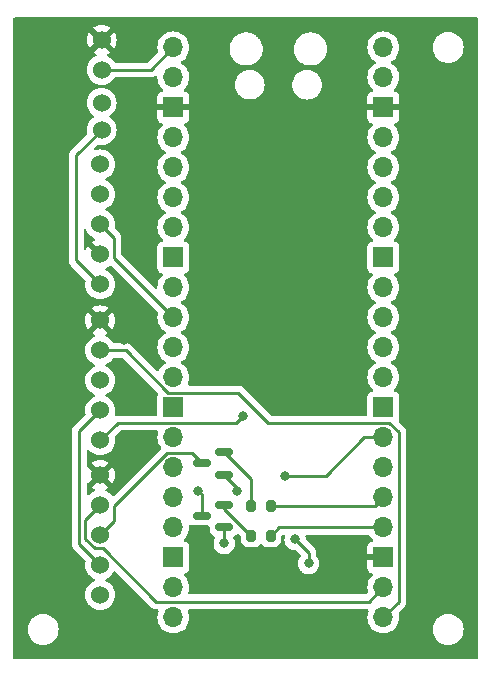
<source format=gbr>
%TF.GenerationSoftware,KiCad,Pcbnew,(7.0.0)*%
%TF.CreationDate,2023-04-25T16:04:59+01:00*%
%TF.ProjectId,LiDAR-Board,4c694441-522d-4426-9f61-72642e6b6963,rev?*%
%TF.SameCoordinates,Original*%
%TF.FileFunction,Copper,L2,Bot*%
%TF.FilePolarity,Positive*%
%FSLAX46Y46*%
G04 Gerber Fmt 4.6, Leading zero omitted, Abs format (unit mm)*
G04 Created by KiCad (PCBNEW (7.0.0)) date 2023-04-25 16:04:59*
%MOMM*%
%LPD*%
G01*
G04 APERTURE LIST*
G04 Aperture macros list*
%AMRoundRect*
0 Rectangle with rounded corners*
0 $1 Rounding radius*
0 $2 $3 $4 $5 $6 $7 $8 $9 X,Y pos of 4 corners*
0 Add a 4 corners polygon primitive as box body*
4,1,4,$2,$3,$4,$5,$6,$7,$8,$9,$2,$3,0*
0 Add four circle primitives for the rounded corners*
1,1,$1+$1,$2,$3*
1,1,$1+$1,$4,$5*
1,1,$1+$1,$6,$7*
1,1,$1+$1,$8,$9*
0 Add four rect primitives between the rounded corners*
20,1,$1+$1,$2,$3,$4,$5,0*
20,1,$1+$1,$4,$5,$6,$7,0*
20,1,$1+$1,$6,$7,$8,$9,0*
20,1,$1+$1,$8,$9,$2,$3,0*%
G04 Aperture macros list end*
%TA.AperFunction,SMDPad,CuDef*%
%ADD10RoundRect,0.150000X0.587500X0.150000X-0.587500X0.150000X-0.587500X-0.150000X0.587500X-0.150000X0*%
%TD*%
%TA.AperFunction,ComponentPad*%
%ADD11C,1.524000*%
%TD*%
%TA.AperFunction,ComponentPad*%
%ADD12O,1.700000X1.700000*%
%TD*%
%TA.AperFunction,ComponentPad*%
%ADD13R,1.700000X1.700000*%
%TD*%
%TA.AperFunction,SMDPad,CuDef*%
%ADD14RoundRect,0.200000X0.200000X0.275000X-0.200000X0.275000X-0.200000X-0.275000X0.200000X-0.275000X0*%
%TD*%
%TA.AperFunction,ViaPad*%
%ADD15C,0.800000*%
%TD*%
%TA.AperFunction,Conductor*%
%ADD16C,0.250000*%
%TD*%
G04 APERTURE END LIST*
D10*
%TO.P,Q2,1,B*%
%TO.N,Net-(Q2-B)*%
X145440400Y-126415800D03*
%TO.P,Q2,2,E*%
%TO.N,SCL*%
X145440400Y-128315800D03*
%TO.P,Q2,3,C*%
%TO.N,Net-(Q2-C)*%
X143565400Y-127365800D03*
%TD*%
%TO.P,Q1,1,B*%
%TO.N,Net-(Q1-B)*%
X145440400Y-121965800D03*
%TO.P,Q1,2,E*%
%TO.N,SCL*%
X145440400Y-123865800D03*
%TO.P,Q1,3,C*%
%TO.N,Net-(Q1-C)*%
X143565400Y-122915800D03*
%TD*%
D11*
%TO.P,U3,1,3V-5V*%
%TO.N,3V3_BOARD_OUT*%
X134940000Y-120965000D03*
%TO.P,U3,2,SDA*%
%TO.N,SDA*%
X134940000Y-118425000D03*
%TO.P,U3,3,SCL*%
%TO.N,Net-(Q2-C)*%
X134940000Y-115885000D03*
%TO.P,U3,4,INT*%
%TO.N,INT_2*%
X134940000Y-113345000D03*
%TO.P,U3,5,GND*%
%TO.N,Earth*%
X134940000Y-110805000D03*
%TD*%
D12*
%TO.P,U1,1,GPIO0*%
%TO.N,UART_0_TX*%
X141135999Y-87690999D03*
%TO.P,U1,2,GPIO1*%
%TO.N,UART_0_RX*%
X141135999Y-90230999D03*
D13*
%TO.P,U1,3,GND*%
%TO.N,Earth*%
X141135999Y-92770999D03*
D12*
%TO.P,U1,4,GPIO2*%
%TO.N,unconnected-(U1-GPIO2-Pad4)*%
X141135999Y-95310999D03*
%TO.P,U1,5,GPIO3*%
%TO.N,unconnected-(U1-GPIO3-Pad5)*%
X141135999Y-97850999D03*
%TO.P,U1,6,GPIO4*%
%TO.N,unconnected-(U1-GPIO4-Pad6)*%
X141135999Y-100390999D03*
%TO.P,U1,7,GPIO5*%
%TO.N,unconnected-(U1-GPIO5-Pad7)*%
X141135999Y-102930999D03*
D13*
%TO.P,U1,8,GND*%
%TO.N,unconnected-(U1-GND-Pad8)*%
X141135999Y-105470999D03*
D12*
%TO.P,U1,9,GPIO6*%
%TO.N,IMU_SDA*%
X141135999Y-108010999D03*
%TO.P,U1,10,GPIO7*%
%TO.N,IMU_SCL*%
X141135999Y-110550999D03*
%TO.P,U1,11,GPIO8*%
%TO.N,unconnected-(U1-GPIO8-Pad11)*%
X141135999Y-113090999D03*
%TO.P,U1,12,GPIO9*%
%TO.N,unconnected-(U1-GPIO9-Pad12)*%
X141135999Y-115630999D03*
D13*
%TO.P,U1,13,GND*%
%TO.N,unconnected-(U1-GND-Pad13)*%
X141135999Y-118170999D03*
D12*
%TO.P,U1,14,GPIO10*%
%TO.N,unconnected-(U1-GPIO10-Pad14)*%
X141135999Y-120710999D03*
%TO.P,U1,15,GPIO11*%
%TO.N,unconnected-(U1-GPIO11-Pad15)*%
X141135999Y-123250999D03*
%TO.P,U1,16,GPIO12*%
%TO.N,unconnected-(U1-GPIO12-Pad16)*%
X141135999Y-125790999D03*
%TO.P,U1,17,GPIO13*%
%TO.N,IMU_INT*%
X141135999Y-128330999D03*
D13*
%TO.P,U1,18,GND*%
%TO.N,unconnected-(U1-GND-Pad18)*%
X141135999Y-130870999D03*
D12*
%TO.P,U1,19,GPIO14*%
%TO.N,unconnected-(U1-GPIO14-Pad19)*%
X141135999Y-133410999D03*
%TO.P,U1,20,GPIO15*%
%TO.N,unconnected-(U1-GPIO15-Pad20)*%
X141135999Y-135950999D03*
%TO.P,U1,21,GPIO16*%
%TO.N,INT_2*%
X158915999Y-135950999D03*
%TO.P,U1,22,GPIO17*%
%TO.N,INT_1*%
X158915999Y-133410999D03*
D13*
%TO.P,U1,23,GND*%
%TO.N,Earth*%
X158915999Y-130870999D03*
D12*
%TO.P,U1,24,GPIO18*%
%TO.N,Net-(U1-GPIO18)*%
X158915999Y-128330999D03*
%TO.P,U1,25,GPIO19*%
%TO.N,Net-(U1-GPIO19)*%
X158915999Y-125790999D03*
%TO.P,U1,26,GPIO20*%
%TO.N,SDA*%
X158915999Y-123250999D03*
%TO.P,U1,27,GPIO21*%
%TO.N,SCL*%
X158915999Y-120710999D03*
D13*
%TO.P,U1,28,GND*%
%TO.N,unconnected-(U1-GND-Pad28)*%
X158915999Y-118170999D03*
D12*
%TO.P,U1,29,GPIO22*%
%TO.N,unconnected-(U1-GPIO22-Pad29)*%
X158915999Y-115630999D03*
%TO.P,U1,30,RUN*%
%TO.N,unconnected-(U1-RUN-Pad30)*%
X158915999Y-113090999D03*
%TO.P,U1,31,GPIO26_ADC0*%
%TO.N,unconnected-(U1-GPIO26_ADC0-Pad31)*%
X158915999Y-110550999D03*
%TO.P,U1,32,GPIO27_ADC1*%
%TO.N,unconnected-(U1-GPIO27_ADC1-Pad32)*%
X158915999Y-108010999D03*
D13*
%TO.P,U1,33,AGND*%
%TO.N,unconnected-(U1-AGND-Pad33)*%
X158915999Y-105470999D03*
D12*
%TO.P,U1,34,GPIO28_ADC2*%
%TO.N,unconnected-(U1-GPIO28_ADC2-Pad34)*%
X158915999Y-102930999D03*
%TO.P,U1,35,ADC_VREF*%
%TO.N,unconnected-(U1-ADC_VREF-Pad35)*%
X158915999Y-100390999D03*
%TO.P,U1,36,3V3*%
%TO.N,3V3_BOARD_OUT*%
X158915999Y-97850999D03*
%TO.P,U1,37,3V3_EN*%
%TO.N,unconnected-(U1-3V3_EN-Pad37)*%
X158915999Y-95310999D03*
D13*
%TO.P,U1,38,GND*%
%TO.N,Earth*%
X158915999Y-92770999D03*
D12*
%TO.P,U1,39,VSYS*%
%TO.N,5V_MAIN_BOARD*%
X158915999Y-90230999D03*
%TO.P,U1,40,VBUS*%
%TO.N,unconnected-(U1-VBUS-Pad40)*%
X158915999Y-87690999D03*
%TD*%
D11*
%TO.P,U4,1,VCC*%
%TO.N,5V_MAIN_BOARD*%
X134940000Y-107757000D03*
%TO.P,U4,2,GND*%
%TO.N,Earth*%
X134940000Y-105217000D03*
%TO.P,U4,3,SCL*%
%TO.N,IMU_SCL*%
X134940000Y-102677000D03*
%TO.P,U4,4,SDA*%
%TO.N,IMU_SDA*%
X134940000Y-100137000D03*
%TO.P,U4,8,INT*%
%TO.N,IMU_INT*%
X134940000Y-97597000D03*
%TD*%
%TO.P,U2,1,3V-5V*%
%TO.N,3V3_BOARD_OUT*%
X134940000Y-134046000D03*
%TO.P,U2,2,SDA*%
%TO.N,SDA*%
X134940000Y-131506000D03*
%TO.P,U2,3,SCL*%
%TO.N,Net-(Q1-C)*%
X134940000Y-128966000D03*
%TO.P,U2,4,INT*%
%TO.N,INT_1*%
X134940000Y-126426000D03*
%TO.P,U2,5,GND*%
%TO.N,Earth*%
X134940000Y-123886000D03*
%TD*%
%TO.P,J1,1,Pin_1*%
%TO.N,5V_MAIN_BOARD*%
X135067000Y-94676000D03*
%TO.P,J1,2,Pin_2*%
%TO.N,UART_0_RX*%
X135067000Y-92390000D03*
%TO.P,J1,3,Pin_3*%
%TO.N,UART_0_TX*%
X135067000Y-89596000D03*
%TO.P,J1,4,Pin_4*%
%TO.N,Earth*%
X135067000Y-87056000D03*
%TD*%
D14*
%TO.P,R1,1*%
%TO.N,Net-(U1-GPIO19)*%
X149384000Y-126492000D03*
%TO.P,R1,2*%
%TO.N,Net-(Q1-B)*%
X147734000Y-126492000D03*
%TD*%
%TO.P,R2,1*%
%TO.N,Net-(U1-GPIO18)*%
X149384000Y-129032000D03*
%TO.P,R2,2*%
%TO.N,Net-(Q2-B)*%
X147734000Y-129032000D03*
%TD*%
D15*
%TO.N,Net-(Q2-C)*%
X143256000Y-125222000D03*
%TO.N,SCL*%
X150622000Y-123952000D03*
X146558000Y-125222000D03*
X145440400Y-129692400D03*
%TO.N,3V3_BOARD_OUT*%
X152593000Y-131379000D03*
X151450000Y-129347000D03*
X147005000Y-118933000D03*
%TO.N,Earth*%
X136845000Y-115250000D03*
X137099000Y-121473000D03*
X136845000Y-118044000D03*
X136972000Y-112456000D03*
%TD*%
D16*
%TO.N,Net-(Q2-C)*%
X143565400Y-125531400D02*
X143256000Y-125222000D01*
X143565400Y-127365800D02*
X143565400Y-125531400D01*
%TO.N,SCL*%
X145440400Y-129692400D02*
X145440400Y-128315800D01*
X157292000Y-120711000D02*
X158916000Y-120711000D01*
X150622000Y-123952000D02*
X154051000Y-123952000D01*
X154051000Y-123952000D02*
X157292000Y-120711000D01*
X146558000Y-124983400D02*
X145440400Y-123865800D01*
X146558000Y-125222000D02*
X146558000Y-124983400D01*
%TO.N,Net-(Q1-C)*%
X142675600Y-122026000D02*
X143565400Y-122915800D01*
X140604000Y-122026000D02*
X142675600Y-122026000D01*
X136077000Y-126553000D02*
X140604000Y-122026000D01*
X134940000Y-128966000D02*
X136077000Y-127829000D01*
X136077000Y-127829000D02*
X136077000Y-126553000D01*
%TO.N,Net-(Q2-B)*%
X145440400Y-126738400D02*
X147734000Y-129032000D01*
X145440400Y-126415800D02*
X145440400Y-126738400D01*
%TO.N,Net-(Q1-B)*%
X147734000Y-124259400D02*
X147734000Y-126492000D01*
X145440400Y-121965800D02*
X147734000Y-124259400D01*
%TO.N,UART_0_TX*%
X139231000Y-89596000D02*
X141136000Y-87691000D01*
X135067000Y-89596000D02*
X139231000Y-89596000D01*
%TO.N,IMU_SCL*%
X136077000Y-103814000D02*
X136077000Y-105492000D01*
X136077000Y-105492000D02*
X141136000Y-110551000D01*
X134940000Y-102677000D02*
X136077000Y-103814000D01*
%TO.N,SDA*%
X133170000Y-120195000D02*
X134940000Y-118425000D01*
X134940000Y-131506000D02*
X133170000Y-129736000D01*
X133170000Y-129736000D02*
X133170000Y-120195000D01*
%TO.N,INT_1*%
X139677961Y-134636000D02*
X135150961Y-130109000D01*
X134475039Y-130109000D02*
X133670000Y-129303961D01*
X135150961Y-130109000D02*
X134475039Y-130109000D01*
X158916000Y-133411000D02*
X157691000Y-134636000D01*
X133670000Y-127696000D02*
X134940000Y-126426000D01*
X133670000Y-129303961D02*
X133670000Y-127696000D01*
X157691000Y-134636000D02*
X139677961Y-134636000D01*
%TO.N,INT_2*%
X137099000Y-113345000D02*
X140700000Y-116946000D01*
X140700000Y-116946000D02*
X146595000Y-116946000D01*
X134940000Y-113345000D02*
X137099000Y-113345000D01*
X159423412Y-119486000D02*
X160213000Y-120275588D01*
X146595000Y-116946000D02*
X149135000Y-119486000D01*
X149135000Y-119486000D02*
X159423412Y-119486000D01*
X160213000Y-120275588D02*
X160213000Y-134654000D01*
X160213000Y-134654000D02*
X158916000Y-135951000D01*
%TO.N,3V3_BOARD_OUT*%
X152593000Y-130490000D02*
X151450000Y-129347000D01*
X146452000Y-119486000D02*
X147005000Y-118933000D01*
X152593000Y-131379000D02*
X152593000Y-130490000D01*
X136419000Y-119486000D02*
X146452000Y-119486000D01*
X134940000Y-120965000D02*
X136419000Y-119486000D01*
%TO.N,Earth*%
X136845000Y-118044000D02*
X136845000Y-115250000D01*
%TO.N,5V_MAIN_BOARD*%
X134940000Y-107757000D02*
X132908000Y-105725000D01*
X132908000Y-96835000D02*
X135067000Y-94676000D01*
X132908000Y-105725000D02*
X132908000Y-96835000D01*
%TO.N,Net-(U1-GPIO19)*%
X158215000Y-126492000D02*
X149384000Y-126492000D01*
X158916000Y-125791000D02*
X158215000Y-126492000D01*
%TO.N,Net-(U1-GPIO18)*%
X150085000Y-128331000D02*
X149384000Y-129032000D01*
X158916000Y-128331000D02*
X150085000Y-128331000D01*
%TD*%
%TA.AperFunction,Conductor*%
%TO.N,Earth*%
G36*
X142667319Y-128087866D02*
G01*
X142717502Y-128117544D01*
X142875331Y-128163398D01*
X142912206Y-128166300D01*
X144078400Y-128166300D01*
X144140400Y-128182913D01*
X144185787Y-128228300D01*
X144202400Y-128290300D01*
X144202400Y-128531494D01*
X144202590Y-128533914D01*
X144202591Y-128533928D01*
X144204804Y-128562051D01*
X144204805Y-128562058D01*
X144205302Y-128568369D01*
X144207068Y-128574450D01*
X144207070Y-128574457D01*
X144225471Y-128637791D01*
X144251156Y-128726198D01*
X144255126Y-128732911D01*
X144255127Y-128732913D01*
X144330846Y-128860948D01*
X144330848Y-128860951D01*
X144334819Y-128867665D01*
X144451035Y-128983881D01*
X144457749Y-128987852D01*
X144457751Y-128987853D01*
X144505499Y-129016091D01*
X144592502Y-129067544D01*
X144599996Y-129069721D01*
X144600363Y-129069880D01*
X144653431Y-129113626D01*
X144675026Y-129178921D01*
X144658505Y-129245681D01*
X144616470Y-129318489D01*
X144613221Y-129324116D01*
X144611215Y-129330288D01*
X144611213Y-129330294D01*
X144556733Y-129497964D01*
X144556731Y-129497973D01*
X144554726Y-129504144D01*
X144554048Y-129510594D01*
X144554046Y-129510604D01*
X144538541Y-129658141D01*
X144534940Y-129692400D01*
X144535619Y-129698860D01*
X144554046Y-129874195D01*
X144554047Y-129874203D01*
X144554726Y-129880656D01*
X144556731Y-129886828D01*
X144556733Y-129886835D01*
X144611213Y-130054505D01*
X144613221Y-130060684D01*
X144616468Y-130066308D01*
X144616469Y-130066310D01*
X144682086Y-130179963D01*
X144707867Y-130224616D01*
X144712211Y-130229441D01*
X144712213Y-130229443D01*
X144830179Y-130360457D01*
X144834529Y-130365288D01*
X144987670Y-130476551D01*
X145160597Y-130553544D01*
X145345754Y-130592900D01*
X145528543Y-130592900D01*
X145535046Y-130592900D01*
X145720203Y-130553544D01*
X145893130Y-130476551D01*
X146046271Y-130365288D01*
X146172933Y-130224616D01*
X146267579Y-130060684D01*
X146326074Y-129880656D01*
X146345860Y-129692400D01*
X146326074Y-129504144D01*
X146267579Y-129324116D01*
X146222294Y-129245681D01*
X146205773Y-129178921D01*
X146227369Y-129113625D01*
X146280438Y-129069880D01*
X146280806Y-129069720D01*
X146288298Y-129067544D01*
X146429765Y-128983881D01*
X146527849Y-128885796D01*
X146583433Y-128853705D01*
X146647620Y-128853705D01*
X146703208Y-128885799D01*
X146797181Y-128979772D01*
X146824061Y-129020000D01*
X146833500Y-129067453D01*
X146833500Y-129363616D01*
X146839914Y-129434196D01*
X146841862Y-129440448D01*
X146841864Y-129440457D01*
X146871405Y-129535256D01*
X146890522Y-129596606D01*
X146894399Y-129603020D01*
X146894400Y-129603021D01*
X146944526Y-129685940D01*
X146978528Y-129742185D01*
X147098815Y-129862472D01*
X147244394Y-129950478D01*
X147359642Y-129986390D01*
X147400542Y-129999135D01*
X147400544Y-129999135D01*
X147406804Y-130001086D01*
X147477384Y-130007500D01*
X147987797Y-130007500D01*
X147990616Y-130007500D01*
X148061196Y-130001086D01*
X148223606Y-129950478D01*
X148369185Y-129862472D01*
X148471319Y-129760337D01*
X148526906Y-129728244D01*
X148591094Y-129728244D01*
X148646681Y-129760337D01*
X148748815Y-129862472D01*
X148894394Y-129950478D01*
X149009642Y-129986390D01*
X149050542Y-129999135D01*
X149050544Y-129999135D01*
X149056804Y-130001086D01*
X149127384Y-130007500D01*
X149637797Y-130007500D01*
X149640616Y-130007500D01*
X149711196Y-130001086D01*
X149873606Y-129950478D01*
X150019185Y-129862472D01*
X150139472Y-129742185D01*
X150227478Y-129596606D01*
X150278086Y-129434196D01*
X150284500Y-129363616D01*
X150284500Y-129080500D01*
X150301113Y-129018500D01*
X150346500Y-128973113D01*
X150408500Y-128956500D01*
X150459368Y-128956500D01*
X150515663Y-128970015D01*
X150559686Y-129007615D01*
X150581841Y-129061103D01*
X150577299Y-129118816D01*
X150564326Y-129158744D01*
X150563648Y-129165194D01*
X150563646Y-129165204D01*
X150547536Y-129318492D01*
X150544540Y-129347000D01*
X150545219Y-129353460D01*
X150563646Y-129528795D01*
X150563647Y-129528803D01*
X150564326Y-129535256D01*
X150566331Y-129541428D01*
X150566333Y-129541435D01*
X150608286Y-129670550D01*
X150622821Y-129715284D01*
X150626068Y-129720908D01*
X150626069Y-129720910D01*
X150704737Y-129857168D01*
X150717467Y-129879216D01*
X150721811Y-129884041D01*
X150721813Y-129884043D01*
X150827733Y-130001679D01*
X150844129Y-130019888D01*
X150997270Y-130131151D01*
X151170197Y-130208144D01*
X151355354Y-130247500D01*
X151414548Y-130247500D01*
X151462001Y-130256939D01*
X151502228Y-130283818D01*
X151874260Y-130655851D01*
X151905774Y-130709350D01*
X151907400Y-130771422D01*
X151878730Y-130826500D01*
X151864814Y-130841955D01*
X151864809Y-130841960D01*
X151860467Y-130846784D01*
X151857222Y-130852404D01*
X151857218Y-130852410D01*
X151769069Y-131005089D01*
X151769066Y-131005094D01*
X151765821Y-131010716D01*
X151763815Y-131016888D01*
X151763813Y-131016894D01*
X151709333Y-131184564D01*
X151709331Y-131184573D01*
X151707326Y-131190744D01*
X151706648Y-131197194D01*
X151706646Y-131197204D01*
X151696755Y-131291322D01*
X151687540Y-131379000D01*
X151688219Y-131385460D01*
X151706646Y-131560795D01*
X151706647Y-131560803D01*
X151707326Y-131567256D01*
X151709331Y-131573428D01*
X151709333Y-131573435D01*
X151757173Y-131720669D01*
X151765821Y-131747284D01*
X151769068Y-131752908D01*
X151769069Y-131752910D01*
X151816898Y-131835753D01*
X151860467Y-131911216D01*
X151864811Y-131916041D01*
X151864813Y-131916043D01*
X151982779Y-132047057D01*
X151987129Y-132051888D01*
X151992387Y-132055708D01*
X151992388Y-132055709D01*
X152023821Y-132078546D01*
X152140270Y-132163151D01*
X152313197Y-132240144D01*
X152498354Y-132279500D01*
X152681143Y-132279500D01*
X152687646Y-132279500D01*
X152872803Y-132240144D01*
X153045730Y-132163151D01*
X153198871Y-132051888D01*
X153325533Y-131911216D01*
X153420179Y-131747284D01*
X153478674Y-131567256D01*
X153498460Y-131379000D01*
X153478674Y-131190744D01*
X153420179Y-131010716D01*
X153325533Y-130846784D01*
X153250349Y-130763284D01*
X153226736Y-130724751D01*
X153218500Y-130680313D01*
X153218500Y-130567772D01*
X153219020Y-130556719D01*
X153220672Y-130549333D01*
X153218561Y-130482145D01*
X153218500Y-130478251D01*
X153218500Y-130454545D01*
X153218500Y-130450650D01*
X153217998Y-130446681D01*
X153217080Y-130435024D01*
X153215954Y-130399173D01*
X153215709Y-130391373D01*
X153210120Y-130372140D01*
X153206174Y-130353083D01*
X153204641Y-130340944D01*
X153203664Y-130333208D01*
X153187582Y-130292591D01*
X153183803Y-130281551D01*
X153173795Y-130247102D01*
X153173793Y-130247099D01*
X153171618Y-130239610D01*
X153161417Y-130222360D01*
X153152863Y-130204901D01*
X153145486Y-130186268D01*
X153119808Y-130150925D01*
X153113401Y-130141171D01*
X153095142Y-130110296D01*
X153095141Y-130110294D01*
X153091170Y-130103580D01*
X153077005Y-130089414D01*
X153064370Y-130074622D01*
X153052594Y-130058413D01*
X153046583Y-130053440D01*
X153046581Y-130053438D01*
X153018941Y-130030573D01*
X153010300Y-130022710D01*
X152388961Y-129401370D01*
X152364721Y-129367072D01*
X152353321Y-129326650D01*
X152336353Y-129165204D01*
X152336352Y-129165203D01*
X152335674Y-129158744D01*
X152322700Y-129118816D01*
X152318159Y-129061103D01*
X152340314Y-129007615D01*
X152384337Y-128970015D01*
X152440632Y-128956500D01*
X157640772Y-128956500D01*
X157698029Y-128970511D01*
X157742347Y-129009376D01*
X157874399Y-129197966D01*
X157874402Y-129197970D01*
X157877505Y-129202401D01*
X157881335Y-129206231D01*
X157881336Y-129206232D01*
X157999818Y-129324714D01*
X158031114Y-129377460D01*
X158033303Y-129438753D01*
X158005850Y-129493597D01*
X157955471Y-129528576D01*
X157832226Y-129574544D01*
X157816810Y-129582962D01*
X157715907Y-129658498D01*
X157703498Y-129670907D01*
X157627962Y-129771810D01*
X157619547Y-129787222D01*
X157575111Y-129906358D01*
X157571573Y-129921332D01*
X157566353Y-129969885D01*
X157566000Y-129976482D01*
X157566000Y-130604674D01*
X157569450Y-130617549D01*
X157582326Y-130621000D01*
X159042000Y-130621000D01*
X159104000Y-130637613D01*
X159149387Y-130683000D01*
X159166000Y-130745000D01*
X159166000Y-130997000D01*
X159149387Y-131059000D01*
X159104000Y-131104387D01*
X159042000Y-131121000D01*
X157582326Y-131121000D01*
X157569450Y-131124450D01*
X157566000Y-131137326D01*
X157566000Y-131765518D01*
X157566353Y-131772114D01*
X157571573Y-131820667D01*
X157575111Y-131835641D01*
X157619547Y-131954777D01*
X157627962Y-131970189D01*
X157703498Y-132071092D01*
X157715907Y-132083501D01*
X157816810Y-132159037D01*
X157832220Y-132167451D01*
X157955471Y-132213422D01*
X158005850Y-132248401D01*
X158033303Y-132303246D01*
X158031114Y-132364538D01*
X157999819Y-132417285D01*
X157877505Y-132539599D01*
X157874402Y-132544029D01*
X157874399Y-132544034D01*
X157745073Y-132728731D01*
X157745068Y-132728738D01*
X157741965Y-132733171D01*
X157739677Y-132738077D01*
X157739675Y-132738081D01*
X157644386Y-132942427D01*
X157644383Y-132942432D01*
X157642097Y-132947337D01*
X157640698Y-132952557D01*
X157640694Y-132952569D01*
X157582337Y-133170365D01*
X157582335Y-133170371D01*
X157580937Y-133175592D01*
X157560341Y-133411000D01*
X157560813Y-133416395D01*
X157577974Y-133612550D01*
X157580937Y-133646408D01*
X157582336Y-133651630D01*
X157582337Y-133651634D01*
X157607856Y-133746872D01*
X157607856Y-133811058D01*
X157575762Y-133866646D01*
X157468225Y-133974183D01*
X157428000Y-134001061D01*
X157380547Y-134010500D01*
X142535106Y-134010500D01*
X142480262Y-133997712D01*
X142436730Y-133961987D01*
X142413489Y-133910692D01*
X142415331Y-133854407D01*
X142459548Y-133689382D01*
X142471063Y-133646408D01*
X142491659Y-133411000D01*
X142471063Y-133175592D01*
X142409903Y-132947337D01*
X142310035Y-132733171D01*
X142174495Y-132539599D01*
X142052569Y-132417673D01*
X142021273Y-132364927D01*
X142019084Y-132303634D01*
X142046537Y-132248789D01*
X142096916Y-132213810D01*
X142228331Y-132164796D01*
X142343546Y-132078546D01*
X142429796Y-131963331D01*
X142480091Y-131828483D01*
X142486500Y-131768873D01*
X142486499Y-129973128D01*
X142480091Y-129913517D01*
X142429796Y-129778669D01*
X142343546Y-129663454D01*
X142228331Y-129577204D01*
X142158359Y-129551106D01*
X142096916Y-129528189D01*
X142046537Y-129493210D01*
X142019084Y-129438365D01*
X142021273Y-129377072D01*
X142052566Y-129324329D01*
X142174495Y-129202401D01*
X142310035Y-129008830D01*
X142409903Y-128794663D01*
X142471063Y-128566408D01*
X142491659Y-128331000D01*
X142480670Y-128205403D01*
X142493129Y-128139464D01*
X142538121Y-128089670D01*
X142602466Y-128070610D01*
X142667319Y-128087866D01*
G37*
%TD.AperFunction*%
%TA.AperFunction,Conductor*%
G36*
X139791738Y-120124288D02*
G01*
X139835270Y-120160013D01*
X139858511Y-120211308D01*
X139856669Y-120267593D01*
X139802337Y-120470365D01*
X139802335Y-120470371D01*
X139800937Y-120475592D01*
X139800465Y-120480977D01*
X139800465Y-120480982D01*
X139781218Y-120700979D01*
X139780341Y-120711000D01*
X139800937Y-120946408D01*
X139802336Y-120951630D01*
X139802337Y-120951634D01*
X139860694Y-121169430D01*
X139860697Y-121169438D01*
X139862097Y-121174663D01*
X139864384Y-121179567D01*
X139864386Y-121179572D01*
X139959678Y-121383927D01*
X139959681Y-121383933D01*
X139961965Y-121388830D01*
X139965062Y-121393253D01*
X139965069Y-121393265D01*
X140064801Y-121535696D01*
X140085917Y-121588847D01*
X140080932Y-121645823D01*
X140050907Y-121694500D01*
X136107242Y-125638165D01*
X136061970Y-125667007D01*
X136008750Y-125674012D01*
X135957556Y-125657868D01*
X135917985Y-125621605D01*
X135910826Y-125611380D01*
X135754620Y-125455174D01*
X135695146Y-125413530D01*
X135578096Y-125331570D01*
X135578090Y-125331566D01*
X135573662Y-125328466D01*
X135568760Y-125326180D01*
X135568758Y-125326179D01*
X135444217Y-125268105D01*
X135392041Y-125222348D01*
X135372622Y-125155722D01*
X135392042Y-125089097D01*
X135444219Y-125043340D01*
X135568499Y-124985388D01*
X135577851Y-124979989D01*
X135627064Y-124945528D01*
X135634496Y-124937419D01*
X135628582Y-124928136D01*
X134951542Y-124251095D01*
X134940000Y-124244431D01*
X134928457Y-124251095D01*
X134251416Y-124928136D01*
X134245503Y-124937418D01*
X134252936Y-124945530D01*
X134302151Y-124979991D01*
X134311499Y-124985388D01*
X134435780Y-125043341D01*
X134487956Y-125089097D01*
X134507376Y-125155722D01*
X134487957Y-125222347D01*
X134435782Y-125268105D01*
X134311245Y-125326178D01*
X134311242Y-125326179D01*
X134306339Y-125328466D01*
X134301906Y-125331569D01*
X134301899Y-125331574D01*
X134129815Y-125452068D01*
X134129810Y-125452071D01*
X134125380Y-125455174D01*
X134121556Y-125458997D01*
X134121550Y-125459003D01*
X134007181Y-125573373D01*
X133957818Y-125603623D01*
X133900102Y-125608165D01*
X133846615Y-125586010D01*
X133809015Y-125541987D01*
X133795500Y-125485692D01*
X133795500Y-124702179D01*
X133809511Y-124644921D01*
X133848379Y-124600602D01*
X133870557Y-124591978D01*
X133897862Y-124574582D01*
X134574903Y-123897541D01*
X134581567Y-123885998D01*
X135298431Y-123885998D01*
X135305095Y-123897541D01*
X135982136Y-124574582D01*
X135991419Y-124580496D01*
X135999528Y-124573064D01*
X136033989Y-124523851D01*
X136039391Y-124514494D01*
X136128135Y-124324180D01*
X136131821Y-124314056D01*
X136186173Y-124111213D01*
X136188047Y-124100581D01*
X136206349Y-123891395D01*
X136206349Y-123880605D01*
X136188047Y-123671418D01*
X136186173Y-123660786D01*
X136131822Y-123457949D01*
X136128134Y-123447815D01*
X136039388Y-123257500D01*
X136033990Y-123248150D01*
X135999529Y-123198935D01*
X135991418Y-123191502D01*
X135982139Y-123197413D01*
X135305095Y-123874456D01*
X135298431Y-123885998D01*
X134581567Y-123885998D01*
X134574903Y-123874456D01*
X133897859Y-123197413D01*
X133870559Y-123180021D01*
X133848378Y-123171396D01*
X133809511Y-123127078D01*
X133795500Y-123069820D01*
X133795500Y-122834581D01*
X134245502Y-122834581D01*
X134251413Y-122843859D01*
X134928457Y-123520903D01*
X134940000Y-123527567D01*
X134951542Y-123520903D01*
X135628582Y-122843862D01*
X135634496Y-122834579D01*
X135627065Y-122826470D01*
X135577848Y-122792008D01*
X135568496Y-122786609D01*
X135378180Y-122697864D01*
X135368056Y-122694178D01*
X135165213Y-122639826D01*
X135154581Y-122637952D01*
X134945395Y-122619651D01*
X134934605Y-122619651D01*
X134725418Y-122637952D01*
X134714786Y-122639826D01*
X134511949Y-122694177D01*
X134501815Y-122697865D01*
X134311498Y-122786612D01*
X134302154Y-122792006D01*
X134252936Y-122826468D01*
X134245502Y-122834581D01*
X133795500Y-122834581D01*
X133795500Y-121905308D01*
X133809015Y-121849013D01*
X133846615Y-121804990D01*
X133900102Y-121782835D01*
X133957818Y-121787377D01*
X134007181Y-121817627D01*
X134125380Y-121935826D01*
X134189895Y-121981000D01*
X134301903Y-122059429D01*
X134301906Y-122059430D01*
X134306338Y-122062534D01*
X134506550Y-122155894D01*
X134511770Y-122157292D01*
X134511771Y-122157293D01*
X134714699Y-122211668D01*
X134714701Y-122211668D01*
X134719932Y-122213070D01*
X134940000Y-122232323D01*
X135160068Y-122213070D01*
X135373450Y-122155894D01*
X135573662Y-122062534D01*
X135754620Y-121935826D01*
X135910826Y-121779620D01*
X136037534Y-121598662D01*
X136130894Y-121398450D01*
X136188070Y-121185068D01*
X136207323Y-120965000D01*
X136188070Y-120744932D01*
X136186666Y-120739692D01*
X136176293Y-120700979D01*
X136176292Y-120636791D01*
X136208384Y-120581205D01*
X136641771Y-120147819D01*
X136682000Y-120120939D01*
X136729453Y-120111500D01*
X139736894Y-120111500D01*
X139791738Y-120124288D01*
G37*
%TD.AperFunction*%
%TA.AperFunction,Conductor*%
G36*
X136836001Y-113979939D02*
G01*
X136876229Y-114006819D01*
X139814890Y-116945481D01*
X139843390Y-116989827D01*
X139850893Y-117042005D01*
X139840333Y-117077971D01*
X139842204Y-117078669D01*
X139794620Y-117206247D01*
X139794619Y-117206250D01*
X139791909Y-117213517D01*
X139791079Y-117221227D01*
X139791079Y-117221232D01*
X139785855Y-117269819D01*
X139785854Y-117269831D01*
X139785500Y-117273127D01*
X139785500Y-118052386D01*
X139785501Y-118736500D01*
X139768888Y-118798500D01*
X139723501Y-118843887D01*
X139661501Y-118860500D01*
X136496775Y-118860500D01*
X136485719Y-118859978D01*
X136478333Y-118858327D01*
X136470545Y-118858571D01*
X136470538Y-118858571D01*
X136411127Y-118860439D01*
X136407232Y-118860500D01*
X136379650Y-118860500D01*
X136375805Y-118860985D01*
X136375780Y-118860987D01*
X136375653Y-118861004D01*
X136364034Y-118861918D01*
X136328165Y-118863046D01*
X136328164Y-118863046D01*
X136320373Y-118863291D01*
X136312891Y-118865464D01*
X136309453Y-118866009D01*
X136248664Y-118860421D01*
X136197908Y-118826505D01*
X136169486Y-118772481D01*
X136170285Y-118711441D01*
X136186668Y-118650300D01*
X136186667Y-118650300D01*
X136188070Y-118645068D01*
X136207323Y-118425000D01*
X136188070Y-118204932D01*
X136130894Y-117991550D01*
X136037534Y-117791339D01*
X135910826Y-117610380D01*
X135754620Y-117454174D01*
X135726056Y-117434173D01*
X135578096Y-117330570D01*
X135578090Y-117330566D01*
X135573662Y-117327466D01*
X135568760Y-117325180D01*
X135568758Y-117325179D01*
X135444809Y-117267381D01*
X135392633Y-117221624D01*
X135373214Y-117154998D01*
X135392634Y-117088373D01*
X135444806Y-117042620D01*
X135573662Y-116982534D01*
X135754620Y-116855826D01*
X135910826Y-116699620D01*
X136037534Y-116518662D01*
X136130894Y-116318450D01*
X136188070Y-116105068D01*
X136207323Y-115885000D01*
X136188070Y-115664932D01*
X136180423Y-115636395D01*
X136173307Y-115609837D01*
X136130894Y-115451550D01*
X136037534Y-115251339D01*
X135910826Y-115070380D01*
X135754620Y-114914174D01*
X135726056Y-114894173D01*
X135578096Y-114790570D01*
X135578090Y-114790566D01*
X135573662Y-114787466D01*
X135568757Y-114785178D01*
X135568754Y-114785177D01*
X135505687Y-114755769D01*
X135444808Y-114727381D01*
X135392634Y-114681625D01*
X135373214Y-114615000D01*
X135392634Y-114548375D01*
X135444808Y-114502618D01*
X135573662Y-114442534D01*
X135754620Y-114315826D01*
X135910826Y-114159620D01*
X136006224Y-114023376D01*
X136050542Y-113984511D01*
X136107799Y-113970500D01*
X136788548Y-113970500D01*
X136836001Y-113979939D01*
G37*
%TD.AperFunction*%
%TA.AperFunction,Conductor*%
G36*
X133726840Y-103104607D02*
G01*
X133769881Y-103155003D01*
X133842466Y-103310662D01*
X133845566Y-103315090D01*
X133845570Y-103315096D01*
X133897620Y-103389430D01*
X133969174Y-103491620D01*
X134125380Y-103647826D01*
X134180992Y-103686766D01*
X134301903Y-103771429D01*
X134301906Y-103771430D01*
X134306338Y-103774534D01*
X134435781Y-103834894D01*
X134487956Y-103880649D01*
X134507376Y-103947274D01*
X134487957Y-104013899D01*
X134435782Y-104059657D01*
X134311494Y-104117614D01*
X134302154Y-104123006D01*
X134252936Y-104157468D01*
X134245502Y-104165581D01*
X134251413Y-104174859D01*
X135205872Y-105129318D01*
X135237966Y-105184905D01*
X135237966Y-105249093D01*
X135205872Y-105304680D01*
X135027680Y-105482872D01*
X134972093Y-105514966D01*
X134907905Y-105514966D01*
X134852318Y-105482872D01*
X133897859Y-104528413D01*
X133888581Y-104522502D01*
X133880468Y-104529936D01*
X133846006Y-104579154D01*
X133840612Y-104588498D01*
X133769882Y-104740180D01*
X133726840Y-104790576D01*
X133663990Y-104811605D01*
X133599286Y-104797261D01*
X133551211Y-104751640D01*
X133533500Y-104687775D01*
X133533500Y-103207408D01*
X133551211Y-103143543D01*
X133599286Y-103097922D01*
X133663990Y-103083578D01*
X133726840Y-103104607D01*
G37*
%TD.AperFunction*%
%TA.AperFunction,Conductor*%
G36*
X166881500Y-85168113D02*
G01*
X166926887Y-85213500D01*
X166943500Y-85275500D01*
X166943500Y-139382500D01*
X166926887Y-139444500D01*
X166881500Y-139489887D01*
X166819500Y-139506500D01*
X127698500Y-139506500D01*
X127636500Y-139489887D01*
X127591113Y-139444500D01*
X127574500Y-139382500D01*
X127574500Y-136967000D01*
X128808532Y-136967000D01*
X128828365Y-137193692D01*
X128829762Y-137198907D01*
X128829764Y-137198916D01*
X128885858Y-137408263D01*
X128885861Y-137408271D01*
X128887261Y-137413496D01*
X128983432Y-137619734D01*
X129113953Y-137806139D01*
X129274861Y-137967047D01*
X129461266Y-138097568D01*
X129667504Y-138193739D01*
X129887308Y-138252635D01*
X130057216Y-138267500D01*
X130168075Y-138267500D01*
X130170784Y-138267500D01*
X130340692Y-138252635D01*
X130560496Y-138193739D01*
X130766734Y-138097568D01*
X130953139Y-137967047D01*
X131114047Y-137806139D01*
X131244568Y-137619734D01*
X131340739Y-137413496D01*
X131399635Y-137193692D01*
X131419468Y-136967000D01*
X131399635Y-136740308D01*
X131398235Y-136735083D01*
X131342141Y-136525736D01*
X131342140Y-136525734D01*
X131340739Y-136520504D01*
X131244568Y-136314266D01*
X131114047Y-136127861D01*
X130953139Y-135966953D01*
X130766734Y-135836432D01*
X130560496Y-135740261D01*
X130555271Y-135738861D01*
X130555263Y-135738858D01*
X130345916Y-135682764D01*
X130345907Y-135682762D01*
X130340692Y-135681365D01*
X130335304Y-135680893D01*
X130335301Y-135680893D01*
X130173484Y-135666736D01*
X130173479Y-135666735D01*
X130170784Y-135666500D01*
X130057216Y-135666500D01*
X130054521Y-135666735D01*
X130054515Y-135666736D01*
X129892698Y-135680893D01*
X129892693Y-135680893D01*
X129887308Y-135681365D01*
X129882094Y-135682762D01*
X129882083Y-135682764D01*
X129672736Y-135738858D01*
X129672724Y-135738862D01*
X129667504Y-135740261D01*
X129662599Y-135742547D01*
X129662594Y-135742550D01*
X129466176Y-135834142D01*
X129466172Y-135834144D01*
X129461266Y-135836432D01*
X129456833Y-135839535D01*
X129456826Y-135839540D01*
X129279296Y-135963847D01*
X129279291Y-135963850D01*
X129274861Y-135966953D01*
X129271037Y-135970776D01*
X129271031Y-135970782D01*
X129117782Y-136124031D01*
X129117776Y-136124037D01*
X129113953Y-136127861D01*
X129110850Y-136132291D01*
X129110847Y-136132296D01*
X128986540Y-136309826D01*
X128986535Y-136309833D01*
X128983432Y-136314266D01*
X128981144Y-136319172D01*
X128981142Y-136319176D01*
X128889550Y-136515594D01*
X128889547Y-136515599D01*
X128887261Y-136520504D01*
X128885862Y-136525724D01*
X128885858Y-136525736D01*
X128829764Y-136735083D01*
X128829762Y-136735094D01*
X128828365Y-136740308D01*
X128827893Y-136745693D01*
X128827893Y-136745698D01*
X128809004Y-136961605D01*
X128808532Y-136967000D01*
X127574500Y-136967000D01*
X127574500Y-110810395D01*
X133673651Y-110810395D01*
X133691952Y-111019581D01*
X133693826Y-111030213D01*
X133748178Y-111233056D01*
X133751864Y-111243180D01*
X133840609Y-111433496D01*
X133846008Y-111442848D01*
X133880470Y-111492065D01*
X133888579Y-111499496D01*
X133897862Y-111493582D01*
X134574903Y-110816542D01*
X134581567Y-110805000D01*
X135298431Y-110805000D01*
X135305095Y-110816542D01*
X135982136Y-111493582D01*
X135991419Y-111499496D01*
X135999528Y-111492064D01*
X136033989Y-111442851D01*
X136039391Y-111433494D01*
X136128135Y-111243180D01*
X136131821Y-111233056D01*
X136186173Y-111030213D01*
X136188047Y-111019581D01*
X136206349Y-110810395D01*
X136206349Y-110799605D01*
X136188047Y-110590418D01*
X136186173Y-110579786D01*
X136131822Y-110376949D01*
X136128134Y-110366815D01*
X136039388Y-110176500D01*
X136033990Y-110167150D01*
X135999529Y-110117935D01*
X135991418Y-110110502D01*
X135982139Y-110116413D01*
X135305095Y-110793457D01*
X135298431Y-110805000D01*
X134581567Y-110805000D01*
X134574903Y-110793457D01*
X133897859Y-110116413D01*
X133888581Y-110110502D01*
X133880468Y-110117936D01*
X133846006Y-110167154D01*
X133840612Y-110176498D01*
X133751865Y-110366815D01*
X133748177Y-110376949D01*
X133693826Y-110579786D01*
X133691952Y-110590418D01*
X133673651Y-110799605D01*
X133673651Y-110810395D01*
X127574500Y-110810395D01*
X127574500Y-109753581D01*
X134245502Y-109753581D01*
X134251413Y-109762859D01*
X134928457Y-110439903D01*
X134940000Y-110446567D01*
X134951542Y-110439903D01*
X135628582Y-109762862D01*
X135634496Y-109753579D01*
X135627065Y-109745470D01*
X135577848Y-109711008D01*
X135568496Y-109705609D01*
X135378180Y-109616864D01*
X135368056Y-109613178D01*
X135165213Y-109558826D01*
X135154581Y-109556952D01*
X134945395Y-109538651D01*
X134934605Y-109538651D01*
X134725418Y-109556952D01*
X134714786Y-109558826D01*
X134511949Y-109613177D01*
X134501815Y-109616865D01*
X134311498Y-109705612D01*
X134302154Y-109711006D01*
X134252936Y-109745468D01*
X134245502Y-109753581D01*
X127574500Y-109753581D01*
X127574500Y-96815196D01*
X132277840Y-96815196D01*
X132278574Y-96822961D01*
X132278574Y-96822964D01*
X132281950Y-96858676D01*
X132282500Y-96870345D01*
X132282500Y-105647225D01*
X132281978Y-105658280D01*
X132280327Y-105665667D01*
X132280571Y-105673453D01*
X132280571Y-105673461D01*
X132282439Y-105732873D01*
X132282500Y-105736768D01*
X132282500Y-105764350D01*
X132282988Y-105768219D01*
X132282989Y-105768225D01*
X132283004Y-105768343D01*
X132283918Y-105779966D01*
X132285045Y-105815830D01*
X132285046Y-105815837D01*
X132285291Y-105823627D01*
X132287467Y-105831119D01*
X132287468Y-105831121D01*
X132290879Y-105842862D01*
X132294825Y-105861915D01*
X132297336Y-105881792D01*
X132300206Y-105889042D01*
X132300208Y-105889048D01*
X132313414Y-105922404D01*
X132317197Y-105933451D01*
X132329382Y-105975390D01*
X132333353Y-105982105D01*
X132333354Y-105982107D01*
X132339581Y-105992637D01*
X132348136Y-106010099D01*
X132352642Y-106021480D01*
X132352643Y-106021483D01*
X132355514Y-106028732D01*
X132377440Y-106058912D01*
X132381181Y-106064060D01*
X132387593Y-106073822D01*
X132405856Y-106104702D01*
X132405859Y-106104707D01*
X132409830Y-106111420D01*
X132415344Y-106116934D01*
X132415345Y-106116935D01*
X132423990Y-106125580D01*
X132436626Y-106140374D01*
X132443819Y-106150275D01*
X132443823Y-106150279D01*
X132448406Y-106156587D01*
X132454415Y-106161558D01*
X132454416Y-106161559D01*
X132482058Y-106184426D01*
X132490699Y-106192289D01*
X133671613Y-107373204D01*
X133703707Y-107428791D01*
X133703707Y-107492977D01*
X133693330Y-107531703D01*
X133693327Y-107531714D01*
X133691930Y-107536932D01*
X133691458Y-107542316D01*
X133691458Y-107542322D01*
X133690562Y-107552569D01*
X133672677Y-107757000D01*
X133673149Y-107762395D01*
X133691457Y-107971669D01*
X133691458Y-107971676D01*
X133691930Y-107977068D01*
X133693329Y-107982289D01*
X133693331Y-107982300D01*
X133747706Y-108185228D01*
X133747708Y-108185235D01*
X133749106Y-108190450D01*
X133842466Y-108390662D01*
X133845566Y-108395090D01*
X133845570Y-108395096D01*
X133897620Y-108469430D01*
X133969174Y-108571620D01*
X134125380Y-108727826D01*
X134215859Y-108791180D01*
X134301903Y-108851429D01*
X134301906Y-108851430D01*
X134306338Y-108854534D01*
X134506550Y-108947894D01*
X134511770Y-108949292D01*
X134511771Y-108949293D01*
X134714699Y-109003668D01*
X134714701Y-109003668D01*
X134719932Y-109005070D01*
X134940000Y-109024323D01*
X135160068Y-109005070D01*
X135373450Y-108947894D01*
X135573662Y-108854534D01*
X135754620Y-108727826D01*
X135910826Y-108571620D01*
X136037534Y-108390662D01*
X136130894Y-108190450D01*
X136188070Y-107977068D01*
X136207323Y-107757000D01*
X136188070Y-107536932D01*
X136130894Y-107323550D01*
X136037534Y-107123339D01*
X135910826Y-106942380D01*
X135754620Y-106786174D01*
X135716497Y-106759480D01*
X135578096Y-106662570D01*
X135578090Y-106662566D01*
X135573662Y-106659466D01*
X135568760Y-106657180D01*
X135568758Y-106657179D01*
X135444217Y-106599105D01*
X135392041Y-106553348D01*
X135372622Y-106486722D01*
X135392042Y-106420097D01*
X135444219Y-106374340D01*
X135568502Y-106316387D01*
X135577856Y-106310987D01*
X135747616Y-106192119D01*
X135800768Y-106171002D01*
X135857743Y-106175987D01*
X135906421Y-106206012D01*
X139795761Y-110095352D01*
X139827854Y-110150938D01*
X139827855Y-110215124D01*
X139802338Y-110310358D01*
X139802335Y-110310373D01*
X139800937Y-110315592D01*
X139780341Y-110551000D01*
X139780813Y-110556395D01*
X139782859Y-110579786D01*
X139800937Y-110786408D01*
X139802336Y-110791630D01*
X139802337Y-110791634D01*
X139860694Y-111009430D01*
X139860697Y-111009438D01*
X139862097Y-111014663D01*
X139864385Y-111019570D01*
X139864386Y-111019572D01*
X139959678Y-111223927D01*
X139959681Y-111223933D01*
X139961965Y-111228830D01*
X139965064Y-111233257D01*
X139965066Y-111233259D01*
X140094399Y-111417966D01*
X140094402Y-111417970D01*
X140097505Y-111422401D01*
X140264599Y-111589495D01*
X140269032Y-111592599D01*
X140269038Y-111592604D01*
X140450158Y-111719425D01*
X140489024Y-111763743D01*
X140503035Y-111821000D01*
X140489024Y-111878257D01*
X140450159Y-111922575D01*
X140269041Y-112049395D01*
X140264599Y-112052505D01*
X140260775Y-112056328D01*
X140260769Y-112056334D01*
X140101334Y-112215769D01*
X140101328Y-112215775D01*
X140097505Y-112219599D01*
X140094402Y-112224029D01*
X140094399Y-112224034D01*
X139965073Y-112408731D01*
X139965068Y-112408738D01*
X139961965Y-112413171D01*
X139959677Y-112418077D01*
X139959675Y-112418081D01*
X139864386Y-112622427D01*
X139864383Y-112622432D01*
X139862097Y-112627337D01*
X139860698Y-112632557D01*
X139860694Y-112632569D01*
X139802337Y-112850365D01*
X139802335Y-112850371D01*
X139800937Y-112855592D01*
X139800465Y-112860977D01*
X139800465Y-112860982D01*
X139796041Y-112911550D01*
X139780341Y-113091000D01*
X139800937Y-113326408D01*
X139802336Y-113331630D01*
X139802337Y-113331634D01*
X139860694Y-113549430D01*
X139860697Y-113549438D01*
X139862097Y-113554663D01*
X139864385Y-113559570D01*
X139864386Y-113559572D01*
X139959678Y-113763927D01*
X139959681Y-113763933D01*
X139961965Y-113768830D01*
X139965064Y-113773257D01*
X139965066Y-113773259D01*
X140094399Y-113957966D01*
X140094402Y-113957970D01*
X140097505Y-113962401D01*
X140264599Y-114129495D01*
X140269032Y-114132599D01*
X140269038Y-114132604D01*
X140450158Y-114259425D01*
X140489024Y-114303743D01*
X140503035Y-114361000D01*
X140489024Y-114418257D01*
X140450159Y-114462575D01*
X140269041Y-114589395D01*
X140264599Y-114592505D01*
X140260775Y-114596328D01*
X140260769Y-114596334D01*
X140101334Y-114755769D01*
X140101328Y-114755775D01*
X140097505Y-114759599D01*
X140094402Y-114764029D01*
X140094399Y-114764034D01*
X139965073Y-114948731D01*
X139965068Y-114948738D01*
X139961965Y-114953171D01*
X139959677Y-114958077D01*
X139959675Y-114958081D01*
X139919076Y-115045146D01*
X139882180Y-115091117D01*
X139828226Y-115114857D01*
X139769406Y-115111002D01*
X139719013Y-115080422D01*
X137596286Y-112957695D01*
X137588842Y-112949514D01*
X137584786Y-112943123D01*
X137535775Y-112897098D01*
X137532978Y-112894387D01*
X137516227Y-112877636D01*
X137513471Y-112874880D01*
X137510290Y-112872412D01*
X137501414Y-112864830D01*
X137475269Y-112840278D01*
X137475267Y-112840276D01*
X137469582Y-112834938D01*
X137462749Y-112831182D01*
X137462743Y-112831177D01*
X137452025Y-112825285D01*
X137435766Y-112814606D01*
X137426095Y-112807104D01*
X137426092Y-112807102D01*
X137419936Y-112802327D01*
X137412779Y-112799229D01*
X137412776Y-112799228D01*
X137379849Y-112784978D01*
X137369363Y-112779841D01*
X137337932Y-112762562D01*
X137337923Y-112762558D01*
X137331092Y-112758803D01*
X137323535Y-112756862D01*
X137323531Y-112756861D01*
X137311688Y-112753820D01*
X137293284Y-112747519D01*
X137282057Y-112742660D01*
X137282050Y-112742658D01*
X137274896Y-112739562D01*
X137267192Y-112738341D01*
X137267190Y-112738341D01*
X137231759Y-112732729D01*
X137220324Y-112730361D01*
X137185571Y-112721438D01*
X137185563Y-112721437D01*
X137178019Y-112719500D01*
X137170223Y-112719500D01*
X137157983Y-112719500D01*
X137138597Y-112717974D01*
X137118804Y-112714840D01*
X137111038Y-112715574D01*
X137111035Y-112715574D01*
X137075324Y-112718950D01*
X137063655Y-112719500D01*
X136107799Y-112719500D01*
X136050542Y-112705489D01*
X136006224Y-112666623D01*
X135913931Y-112534815D01*
X135910826Y-112530380D01*
X135754620Y-112374174D01*
X135726056Y-112354173D01*
X135578096Y-112250570D01*
X135578090Y-112250566D01*
X135573662Y-112247466D01*
X135568760Y-112245180D01*
X135568758Y-112245179D01*
X135444217Y-112187105D01*
X135392041Y-112141348D01*
X135372622Y-112074722D01*
X135392042Y-112008097D01*
X135444219Y-111962340D01*
X135568499Y-111904388D01*
X135577851Y-111898989D01*
X135627064Y-111864528D01*
X135634496Y-111856419D01*
X135628582Y-111847136D01*
X134951542Y-111170095D01*
X134939999Y-111163431D01*
X134928457Y-111170095D01*
X134251416Y-111847136D01*
X134245503Y-111856418D01*
X134252936Y-111864530D01*
X134302151Y-111898991D01*
X134311499Y-111904388D01*
X134435780Y-111962341D01*
X134487956Y-112008097D01*
X134507376Y-112074722D01*
X134487957Y-112141347D01*
X134435782Y-112187105D01*
X134311245Y-112245178D01*
X134311242Y-112245179D01*
X134306339Y-112247466D01*
X134301906Y-112250569D01*
X134301899Y-112250574D01*
X134129815Y-112371068D01*
X134129810Y-112371071D01*
X134125380Y-112374174D01*
X134121556Y-112377997D01*
X134121550Y-112378003D01*
X133973003Y-112526550D01*
X133972997Y-112526556D01*
X133969174Y-112530380D01*
X133966071Y-112534810D01*
X133966068Y-112534815D01*
X133845574Y-112706899D01*
X133845569Y-112706906D01*
X133842466Y-112711339D01*
X133840178Y-112716245D01*
X133840176Y-112716249D01*
X133751393Y-112906643D01*
X133751388Y-112906654D01*
X133749106Y-112911550D01*
X133747706Y-112916772D01*
X133747705Y-112916777D01*
X133693331Y-113119699D01*
X133693328Y-113119711D01*
X133691930Y-113124932D01*
X133691458Y-113130321D01*
X133691457Y-113130330D01*
X133674775Y-113321017D01*
X133672677Y-113345000D01*
X133673149Y-113350395D01*
X133691457Y-113559669D01*
X133691458Y-113559676D01*
X133691930Y-113565068D01*
X133693329Y-113570289D01*
X133693331Y-113570300D01*
X133747706Y-113773228D01*
X133747708Y-113773235D01*
X133749106Y-113778450D01*
X133751392Y-113783352D01*
X133836669Y-113966232D01*
X133842466Y-113978662D01*
X133845566Y-113983090D01*
X133845570Y-113983096D01*
X133945397Y-114125663D01*
X133969174Y-114159620D01*
X134125380Y-114315826D01*
X134189895Y-114361000D01*
X134301903Y-114439429D01*
X134301906Y-114439430D01*
X134306338Y-114442534D01*
X134435189Y-114502618D01*
X134487364Y-114548373D01*
X134506784Y-114614998D01*
X134487365Y-114681623D01*
X134435190Y-114727381D01*
X134311245Y-114785178D01*
X134311242Y-114785179D01*
X134306339Y-114787466D01*
X134301906Y-114790569D01*
X134301899Y-114790574D01*
X134129815Y-114911068D01*
X134129810Y-114911071D01*
X134125380Y-114914174D01*
X134121556Y-114917997D01*
X134121550Y-114918003D01*
X133973003Y-115066550D01*
X133972997Y-115066556D01*
X133969174Y-115070380D01*
X133966071Y-115074810D01*
X133966068Y-115074815D01*
X133845574Y-115246899D01*
X133845569Y-115246906D01*
X133842466Y-115251339D01*
X133840178Y-115256245D01*
X133840176Y-115256249D01*
X133751393Y-115446643D01*
X133751388Y-115446654D01*
X133749106Y-115451550D01*
X133747706Y-115456772D01*
X133747705Y-115456777D01*
X133693331Y-115659699D01*
X133693328Y-115659711D01*
X133691930Y-115664932D01*
X133691458Y-115670321D01*
X133691457Y-115670330D01*
X133674775Y-115861017D01*
X133672677Y-115885000D01*
X133673149Y-115890395D01*
X133691457Y-116099669D01*
X133691458Y-116099676D01*
X133691930Y-116105068D01*
X133693329Y-116110289D01*
X133693331Y-116110300D01*
X133747706Y-116313228D01*
X133747708Y-116313235D01*
X133749106Y-116318450D01*
X133755804Y-116332814D01*
X133836669Y-116506232D01*
X133842466Y-116518662D01*
X133845566Y-116523090D01*
X133845570Y-116523096D01*
X133948080Y-116669495D01*
X133969174Y-116699620D01*
X134125380Y-116855826D01*
X134155911Y-116877204D01*
X134301903Y-116979429D01*
X134301906Y-116979430D01*
X134306338Y-116982534D01*
X134435189Y-117042618D01*
X134487364Y-117088373D01*
X134506784Y-117154998D01*
X134487365Y-117221623D01*
X134435190Y-117267381D01*
X134311245Y-117325178D01*
X134311242Y-117325179D01*
X134306339Y-117327466D01*
X134301906Y-117330569D01*
X134301899Y-117330574D01*
X134129815Y-117451068D01*
X134129810Y-117451071D01*
X134125380Y-117454174D01*
X134121556Y-117457997D01*
X134121550Y-117458003D01*
X133973003Y-117606550D01*
X133972997Y-117606556D01*
X133969174Y-117610380D01*
X133966071Y-117614810D01*
X133966068Y-117614815D01*
X133845574Y-117786899D01*
X133845569Y-117786906D01*
X133842466Y-117791339D01*
X133840178Y-117796245D01*
X133840176Y-117796249D01*
X133751393Y-117986643D01*
X133751388Y-117986654D01*
X133749106Y-117991550D01*
X133747706Y-117996772D01*
X133747705Y-117996777D01*
X133693331Y-118199699D01*
X133693328Y-118199711D01*
X133691930Y-118204932D01*
X133691458Y-118210321D01*
X133691457Y-118210330D01*
X133675218Y-118395956D01*
X133672677Y-118425000D01*
X133673149Y-118430395D01*
X133691457Y-118639669D01*
X133691930Y-118645068D01*
X133693329Y-118650289D01*
X133703707Y-118689019D01*
X133703707Y-118753206D01*
X133671613Y-118808794D01*
X132782696Y-119697711D01*
X132774511Y-119705159D01*
X132768123Y-119709214D01*
X132762788Y-119714894D01*
X132762783Y-119714899D01*
X132722096Y-119758225D01*
X132719392Y-119761016D01*
X132702628Y-119777780D01*
X132702621Y-119777787D01*
X132699880Y-119780529D01*
X132697500Y-119783596D01*
X132697489Y-119783609D01*
X132697400Y-119783725D01*
X132689842Y-119792570D01*
X132665280Y-119818727D01*
X132665273Y-119818736D01*
X132659938Y-119824418D01*
X132656182Y-119831249D01*
X132656179Y-119831254D01*
X132650285Y-119841975D01*
X132639609Y-119858227D01*
X132632109Y-119867896D01*
X132632101Y-119867907D01*
X132627327Y-119874064D01*
X132624234Y-119881208D01*
X132624229Y-119881219D01*
X132609974Y-119914160D01*
X132604838Y-119924643D01*
X132587560Y-119956073D01*
X132583803Y-119962908D01*
X132581864Y-119970456D01*
X132581863Y-119970461D01*
X132578822Y-119982307D01*
X132572521Y-120000711D01*
X132567658Y-120011948D01*
X132567656Y-120011952D01*
X132564562Y-120019104D01*
X132563342Y-120026803D01*
X132563342Y-120026805D01*
X132557729Y-120062241D01*
X132555361Y-120073676D01*
X132546438Y-120108428D01*
X132546436Y-120108436D01*
X132544500Y-120115981D01*
X132544500Y-120123777D01*
X132544500Y-120136017D01*
X132542974Y-120155402D01*
X132539840Y-120175196D01*
X132540574Y-120182961D01*
X132540574Y-120182964D01*
X132543950Y-120218676D01*
X132544500Y-120230345D01*
X132544500Y-129658225D01*
X132543978Y-129669280D01*
X132542327Y-129676667D01*
X132542571Y-129684453D01*
X132542571Y-129684461D01*
X132544439Y-129743873D01*
X132544500Y-129747768D01*
X132544500Y-129775350D01*
X132544988Y-129779219D01*
X132544989Y-129779225D01*
X132545004Y-129779343D01*
X132545918Y-129790966D01*
X132547045Y-129826830D01*
X132547046Y-129826837D01*
X132547291Y-129834627D01*
X132549467Y-129842119D01*
X132549468Y-129842121D01*
X132552879Y-129853862D01*
X132556825Y-129872915D01*
X132559336Y-129892792D01*
X132562206Y-129900042D01*
X132562208Y-129900048D01*
X132575414Y-129933404D01*
X132579197Y-129944451D01*
X132591382Y-129986390D01*
X132595353Y-129993105D01*
X132595354Y-129993107D01*
X132601581Y-130003637D01*
X132610136Y-130021099D01*
X132614642Y-130032480D01*
X132614643Y-130032483D01*
X132617514Y-130039732D01*
X132635672Y-130064724D01*
X132643181Y-130075060D01*
X132649593Y-130084822D01*
X132667856Y-130115702D01*
X132667859Y-130115707D01*
X132671830Y-130122420D01*
X132677345Y-130127935D01*
X132685990Y-130136580D01*
X132698626Y-130151374D01*
X132705819Y-130161275D01*
X132705823Y-130161279D01*
X132710406Y-130167587D01*
X132716415Y-130172558D01*
X132716416Y-130172559D01*
X132744058Y-130195426D01*
X132752699Y-130203289D01*
X133671613Y-131122204D01*
X133703707Y-131177791D01*
X133703707Y-131241977D01*
X133693330Y-131280703D01*
X133693327Y-131280714D01*
X133691930Y-131285932D01*
X133691458Y-131291316D01*
X133691458Y-131291322D01*
X133673542Y-131496108D01*
X133672677Y-131506000D01*
X133673149Y-131511395D01*
X133691457Y-131720669D01*
X133691458Y-131720676D01*
X133691930Y-131726068D01*
X133693329Y-131731289D01*
X133693331Y-131731300D01*
X133747706Y-131934228D01*
X133747708Y-131934235D01*
X133749106Y-131939450D01*
X133751392Y-131944352D01*
X133813347Y-132077217D01*
X133842466Y-132139662D01*
X133845566Y-132144090D01*
X133845570Y-132144096D01*
X133949173Y-132292056D01*
X133969174Y-132320620D01*
X134125380Y-132476826D01*
X134209559Y-132535769D01*
X134301903Y-132600429D01*
X134301906Y-132600430D01*
X134306338Y-132603534D01*
X134435189Y-132663618D01*
X134487364Y-132709373D01*
X134506784Y-132775998D01*
X134487365Y-132842623D01*
X134435190Y-132888381D01*
X134311245Y-132946178D01*
X134311242Y-132946179D01*
X134306339Y-132948466D01*
X134301906Y-132951569D01*
X134301899Y-132951574D01*
X134129815Y-133072068D01*
X134129810Y-133072071D01*
X134125380Y-133075174D01*
X134121556Y-133078997D01*
X134121550Y-133079003D01*
X133973003Y-133227550D01*
X133972997Y-133227556D01*
X133969174Y-133231380D01*
X133966071Y-133235810D01*
X133966068Y-133235815D01*
X133845574Y-133407899D01*
X133845569Y-133407906D01*
X133842466Y-133412339D01*
X133840178Y-133417245D01*
X133840176Y-133417249D01*
X133751393Y-133607643D01*
X133751388Y-133607654D01*
X133749106Y-133612550D01*
X133747706Y-133617772D01*
X133747705Y-133617777D01*
X133693331Y-133820699D01*
X133693328Y-133820711D01*
X133691930Y-133825932D01*
X133691458Y-133831321D01*
X133691457Y-133831330D01*
X133675783Y-134010500D01*
X133672677Y-134046000D01*
X133673149Y-134051395D01*
X133691457Y-134260669D01*
X133691458Y-134260676D01*
X133691930Y-134266068D01*
X133693329Y-134271289D01*
X133693331Y-134271300D01*
X133747706Y-134474228D01*
X133747708Y-134474235D01*
X133749106Y-134479450D01*
X133751392Y-134484352D01*
X133836111Y-134666035D01*
X133842466Y-134679662D01*
X133845566Y-134684090D01*
X133845570Y-134684096D01*
X133942267Y-134822193D01*
X133969174Y-134860620D01*
X134125380Y-135016826D01*
X134215859Y-135080180D01*
X134301903Y-135140429D01*
X134301906Y-135140430D01*
X134306338Y-135143534D01*
X134506550Y-135236894D01*
X134511770Y-135238292D01*
X134511771Y-135238293D01*
X134714699Y-135292668D01*
X134714701Y-135292668D01*
X134719932Y-135294070D01*
X134940000Y-135313323D01*
X135160068Y-135294070D01*
X135373450Y-135236894D01*
X135573662Y-135143534D01*
X135754620Y-135016826D01*
X135910826Y-134860620D01*
X136037534Y-134679662D01*
X136130894Y-134479450D01*
X136188070Y-134266068D01*
X136207323Y-134046000D01*
X136188070Y-133825932D01*
X136184084Y-133811058D01*
X136144687Y-133664026D01*
X136130894Y-133612550D01*
X136037534Y-133412339D01*
X135910826Y-133231380D01*
X135754620Y-133075174D01*
X135726056Y-133055173D01*
X135578096Y-132951570D01*
X135578090Y-132951566D01*
X135573662Y-132948466D01*
X135568757Y-132946178D01*
X135568754Y-132946177D01*
X135510876Y-132919188D01*
X135444808Y-132888381D01*
X135392634Y-132842625D01*
X135373214Y-132776000D01*
X135392634Y-132709375D01*
X135444808Y-132663618D01*
X135573662Y-132603534D01*
X135754620Y-132476826D01*
X135910826Y-132320620D01*
X136037534Y-132139662D01*
X136045216Y-132123186D01*
X136082107Y-132077217D01*
X136136062Y-132053474D01*
X136194884Y-132057327D01*
X136245279Y-132087908D01*
X139180668Y-135023297D01*
X139188117Y-135031483D01*
X139192175Y-135037877D01*
X139197860Y-135043215D01*
X139197862Y-135043218D01*
X139241200Y-135083915D01*
X139243997Y-135086626D01*
X139263491Y-135106120D01*
X139266576Y-135108513D01*
X139266662Y-135108580D01*
X139275534Y-135116158D01*
X139301693Y-135140723D01*
X139301695Y-135140724D01*
X139307379Y-135146062D01*
X139314212Y-135149818D01*
X139314213Y-135149819D01*
X139324934Y-135155713D01*
X139341195Y-135166394D01*
X139357025Y-135178673D01*
X139394544Y-135194908D01*
X139397101Y-135196015D01*
X139407597Y-135201156D01*
X139445869Y-135222197D01*
X139453419Y-135224135D01*
X139453428Y-135224139D01*
X139465273Y-135227180D01*
X139483677Y-135233480D01*
X139502066Y-135241438D01*
X139539658Y-135247391D01*
X139545200Y-135248269D01*
X139556643Y-135250639D01*
X139591386Y-135259560D01*
X139591387Y-135259560D01*
X139598942Y-135261500D01*
X139618978Y-135261500D01*
X139638363Y-135263025D01*
X139658157Y-135266160D01*
X139696237Y-135262560D01*
X139701637Y-135262050D01*
X139713306Y-135261500D01*
X139772766Y-135261500D01*
X139832409Y-135276786D01*
X139877347Y-135318875D01*
X139896501Y-135377391D01*
X139885148Y-135437903D01*
X139862097Y-135487337D01*
X139860698Y-135492557D01*
X139860694Y-135492569D01*
X139802337Y-135710365D01*
X139802336Y-135710369D01*
X139800937Y-135715592D01*
X139800465Y-135720977D01*
X139800465Y-135720982D01*
X139790093Y-135839540D01*
X139780341Y-135951000D01*
X139780813Y-135956395D01*
X139796202Y-136132296D01*
X139800937Y-136186408D01*
X139802336Y-136191630D01*
X139802337Y-136191634D01*
X139860694Y-136409430D01*
X139860697Y-136409438D01*
X139862097Y-136414663D01*
X139864385Y-136419570D01*
X139864386Y-136419572D01*
X139959678Y-136623927D01*
X139959681Y-136623933D01*
X139961965Y-136628830D01*
X139965064Y-136633257D01*
X139965066Y-136633259D01*
X140094399Y-136817966D01*
X140094402Y-136817970D01*
X140097505Y-136822401D01*
X140264599Y-136989495D01*
X140458170Y-137125035D01*
X140672337Y-137224903D01*
X140900592Y-137286063D01*
X141136000Y-137306659D01*
X141371408Y-137286063D01*
X141599663Y-137224903D01*
X141813830Y-137125035D01*
X142007401Y-136989495D01*
X142174495Y-136822401D01*
X142310035Y-136628830D01*
X142409903Y-136414663D01*
X142471063Y-136186408D01*
X142491659Y-135951000D01*
X142471063Y-135715592D01*
X142409903Y-135487337D01*
X142386851Y-135437903D01*
X142375499Y-135377391D01*
X142394653Y-135318875D01*
X142439591Y-135276786D01*
X142499234Y-135261500D01*
X157552766Y-135261500D01*
X157612409Y-135276786D01*
X157657347Y-135318875D01*
X157676501Y-135377391D01*
X157665148Y-135437903D01*
X157642097Y-135487337D01*
X157640698Y-135492557D01*
X157640694Y-135492569D01*
X157582337Y-135710365D01*
X157582336Y-135710369D01*
X157580937Y-135715592D01*
X157580465Y-135720977D01*
X157580465Y-135720982D01*
X157570093Y-135839540D01*
X157560341Y-135951000D01*
X157560813Y-135956395D01*
X157576202Y-136132296D01*
X157580937Y-136186408D01*
X157582336Y-136191630D01*
X157582337Y-136191634D01*
X157640694Y-136409430D01*
X157640697Y-136409438D01*
X157642097Y-136414663D01*
X157644385Y-136419570D01*
X157644386Y-136419572D01*
X157739678Y-136623927D01*
X157739681Y-136623933D01*
X157741965Y-136628830D01*
X157745064Y-136633257D01*
X157745066Y-136633259D01*
X157874399Y-136817966D01*
X157874402Y-136817970D01*
X157877505Y-136822401D01*
X158044599Y-136989495D01*
X158238170Y-137125035D01*
X158452337Y-137224903D01*
X158680592Y-137286063D01*
X158916000Y-137306659D01*
X159151408Y-137286063D01*
X159379663Y-137224903D01*
X159593830Y-137125035D01*
X159787401Y-136989495D01*
X159809896Y-136967000D01*
X163098532Y-136967000D01*
X163118365Y-137193692D01*
X163119762Y-137198907D01*
X163119764Y-137198916D01*
X163175858Y-137408263D01*
X163175861Y-137408271D01*
X163177261Y-137413496D01*
X163273432Y-137619734D01*
X163403953Y-137806139D01*
X163564861Y-137967047D01*
X163751266Y-138097568D01*
X163957504Y-138193739D01*
X164177308Y-138252635D01*
X164347216Y-138267500D01*
X164458075Y-138267500D01*
X164460784Y-138267500D01*
X164630692Y-138252635D01*
X164850496Y-138193739D01*
X165056734Y-138097568D01*
X165243139Y-137967047D01*
X165404047Y-137806139D01*
X165534568Y-137619734D01*
X165630739Y-137413496D01*
X165689635Y-137193692D01*
X165709468Y-136967000D01*
X165689635Y-136740308D01*
X165688235Y-136735083D01*
X165632141Y-136525736D01*
X165632140Y-136525734D01*
X165630739Y-136520504D01*
X165534568Y-136314266D01*
X165404047Y-136127861D01*
X165243139Y-135966953D01*
X165056734Y-135836432D01*
X164850496Y-135740261D01*
X164845271Y-135738861D01*
X164845263Y-135738858D01*
X164635916Y-135682764D01*
X164635907Y-135682762D01*
X164630692Y-135681365D01*
X164625304Y-135680893D01*
X164625301Y-135680893D01*
X164463484Y-135666736D01*
X164463479Y-135666735D01*
X164460784Y-135666500D01*
X164347216Y-135666500D01*
X164344521Y-135666735D01*
X164344515Y-135666736D01*
X164182698Y-135680893D01*
X164182693Y-135680893D01*
X164177308Y-135681365D01*
X164172094Y-135682762D01*
X164172083Y-135682764D01*
X163962736Y-135738858D01*
X163962724Y-135738862D01*
X163957504Y-135740261D01*
X163952599Y-135742547D01*
X163952594Y-135742550D01*
X163756176Y-135834142D01*
X163756172Y-135834144D01*
X163751266Y-135836432D01*
X163746833Y-135839535D01*
X163746826Y-135839540D01*
X163569296Y-135963847D01*
X163569291Y-135963850D01*
X163564861Y-135966953D01*
X163561037Y-135970776D01*
X163561031Y-135970782D01*
X163407782Y-136124031D01*
X163407776Y-136124037D01*
X163403953Y-136127861D01*
X163400850Y-136132291D01*
X163400847Y-136132296D01*
X163276540Y-136309826D01*
X163276535Y-136309833D01*
X163273432Y-136314266D01*
X163271144Y-136319172D01*
X163271142Y-136319176D01*
X163179550Y-136515594D01*
X163179547Y-136515599D01*
X163177261Y-136520504D01*
X163175862Y-136525724D01*
X163175858Y-136525736D01*
X163119764Y-136735083D01*
X163119762Y-136735094D01*
X163118365Y-136740308D01*
X163117893Y-136745693D01*
X163117893Y-136745698D01*
X163099004Y-136961605D01*
X163098532Y-136967000D01*
X159809896Y-136967000D01*
X159954495Y-136822401D01*
X160090035Y-136628830D01*
X160189903Y-136414663D01*
X160251063Y-136186408D01*
X160271659Y-135951000D01*
X160251063Y-135715592D01*
X160224143Y-135615126D01*
X160224143Y-135550938D01*
X160256235Y-135495353D01*
X160600310Y-135151279D01*
X160608481Y-135143844D01*
X160614877Y-135139786D01*
X160660918Y-135090756D01*
X160663535Y-135088054D01*
X160683120Y-135068471D01*
X160685585Y-135065292D01*
X160693167Y-135056416D01*
X160723062Y-135024582D01*
X160732713Y-135007023D01*
X160743390Y-134990770D01*
X160755673Y-134974936D01*
X160773026Y-134934832D01*
X160778158Y-134924361D01*
X160795435Y-134892935D01*
X160795435Y-134892934D01*
X160799197Y-134886092D01*
X160804177Y-134866691D01*
X160810481Y-134848281D01*
X160818438Y-134829896D01*
X160825272Y-134786741D01*
X160827638Y-134775321D01*
X160836560Y-134740574D01*
X160838500Y-134733019D01*
X160838500Y-134712983D01*
X160840025Y-134693597D01*
X160843160Y-134673804D01*
X160839050Y-134630324D01*
X160838500Y-134618655D01*
X160838500Y-120353360D01*
X160839020Y-120342307D01*
X160840672Y-120334921D01*
X160838561Y-120267733D01*
X160838500Y-120263839D01*
X160838500Y-120240133D01*
X160838500Y-120236238D01*
X160837998Y-120232269D01*
X160837080Y-120220612D01*
X160837019Y-120218676D01*
X160835709Y-120176961D01*
X160830120Y-120157728D01*
X160826174Y-120138671D01*
X160824641Y-120126532D01*
X160823664Y-120118796D01*
X160807582Y-120078179D01*
X160803803Y-120067139D01*
X160793795Y-120032690D01*
X160793793Y-120032687D01*
X160791618Y-120025198D01*
X160781417Y-120007948D01*
X160772863Y-119990489D01*
X160765486Y-119971856D01*
X160739808Y-119936513D01*
X160733401Y-119926759D01*
X160715142Y-119895884D01*
X160715141Y-119895882D01*
X160711170Y-119889168D01*
X160697004Y-119875002D01*
X160684370Y-119860210D01*
X160672594Y-119844001D01*
X160666583Y-119839028D01*
X160666581Y-119839026D01*
X160638941Y-119816161D01*
X160630300Y-119808298D01*
X160230544Y-119408542D01*
X160202043Y-119364193D01*
X160194541Y-119312011D01*
X160208218Y-119265438D01*
X160209796Y-119263331D01*
X160260091Y-119128483D01*
X160266500Y-119068873D01*
X160266499Y-117273128D01*
X160260091Y-117213517D01*
X160209796Y-117078669D01*
X160123546Y-116963454D01*
X160008331Y-116877204D01*
X159938359Y-116851106D01*
X159876916Y-116828189D01*
X159826537Y-116793210D01*
X159799084Y-116738365D01*
X159801273Y-116677072D01*
X159832566Y-116624329D01*
X159954495Y-116502401D01*
X160090035Y-116308830D01*
X160189903Y-116094663D01*
X160251063Y-115866408D01*
X160271659Y-115631000D01*
X160251063Y-115395592D01*
X160189903Y-115167337D01*
X160090035Y-114953171D01*
X159954495Y-114759599D01*
X159787401Y-114592505D01*
X159782968Y-114589401D01*
X159782961Y-114589395D01*
X159601842Y-114462575D01*
X159562976Y-114418257D01*
X159548965Y-114361000D01*
X159562976Y-114303743D01*
X159601842Y-114259425D01*
X159782961Y-114132604D01*
X159782961Y-114132603D01*
X159787401Y-114129495D01*
X159954495Y-113962401D01*
X160090035Y-113768830D01*
X160189903Y-113554663D01*
X160251063Y-113326408D01*
X160271659Y-113091000D01*
X160251063Y-112855592D01*
X160189903Y-112627337D01*
X160090035Y-112413171D01*
X159954495Y-112219599D01*
X159787401Y-112052505D01*
X159782968Y-112049401D01*
X159782961Y-112049395D01*
X159601842Y-111922575D01*
X159562976Y-111878257D01*
X159548965Y-111821000D01*
X159562976Y-111763743D01*
X159601842Y-111719425D01*
X159782961Y-111592604D01*
X159782961Y-111592603D01*
X159787401Y-111589495D01*
X159954495Y-111422401D01*
X160090035Y-111228830D01*
X160189903Y-111014663D01*
X160251063Y-110786408D01*
X160271659Y-110551000D01*
X160251063Y-110315592D01*
X160189903Y-110087337D01*
X160090035Y-109873171D01*
X159954495Y-109679599D01*
X159787401Y-109512505D01*
X159782968Y-109509401D01*
X159782961Y-109509395D01*
X159601842Y-109382575D01*
X159562976Y-109338257D01*
X159548965Y-109281000D01*
X159562976Y-109223743D01*
X159601842Y-109179425D01*
X159782961Y-109052604D01*
X159782961Y-109052603D01*
X159787401Y-109049495D01*
X159954495Y-108882401D01*
X160090035Y-108688830D01*
X160189903Y-108474663D01*
X160251063Y-108246408D01*
X160271659Y-108011000D01*
X160251063Y-107775592D01*
X160189903Y-107547337D01*
X160090035Y-107333171D01*
X159954495Y-107139599D01*
X159832569Y-107017673D01*
X159801273Y-106964927D01*
X159799084Y-106903634D01*
X159826537Y-106848789D01*
X159876916Y-106813810D01*
X160008331Y-106764796D01*
X160123546Y-106678546D01*
X160209796Y-106563331D01*
X160260091Y-106428483D01*
X160266500Y-106368873D01*
X160266499Y-104573128D01*
X160260091Y-104513517D01*
X160209796Y-104378669D01*
X160123546Y-104263454D01*
X160008331Y-104177204D01*
X159938359Y-104151106D01*
X159876916Y-104128189D01*
X159826537Y-104093210D01*
X159799084Y-104038365D01*
X159801273Y-103977072D01*
X159832566Y-103924329D01*
X159954495Y-103802401D01*
X160090035Y-103608830D01*
X160189903Y-103394663D01*
X160251063Y-103166408D01*
X160271659Y-102931000D01*
X160251063Y-102695592D01*
X160189903Y-102467337D01*
X160090035Y-102253171D01*
X159954495Y-102059599D01*
X159787401Y-101892505D01*
X159782970Y-101889402D01*
X159782966Y-101889399D01*
X159601841Y-101762574D01*
X159562976Y-101718256D01*
X159548965Y-101660999D01*
X159562976Y-101603742D01*
X159601839Y-101559426D01*
X159787401Y-101429495D01*
X159954495Y-101262401D01*
X160090035Y-101068830D01*
X160189903Y-100854663D01*
X160251063Y-100626408D01*
X160271659Y-100391000D01*
X160251063Y-100155592D01*
X160189903Y-99927337D01*
X160090035Y-99713171D01*
X159954495Y-99519599D01*
X159787401Y-99352505D01*
X159782968Y-99349401D01*
X159782961Y-99349395D01*
X159601842Y-99222575D01*
X159562976Y-99178257D01*
X159548965Y-99121000D01*
X159562976Y-99063743D01*
X159601842Y-99019425D01*
X159782961Y-98892604D01*
X159782961Y-98892603D01*
X159787401Y-98889495D01*
X159954495Y-98722401D01*
X160090035Y-98528830D01*
X160189903Y-98314663D01*
X160251063Y-98086408D01*
X160271659Y-97851000D01*
X160251063Y-97615592D01*
X160189903Y-97387337D01*
X160090035Y-97173171D01*
X159954495Y-96979599D01*
X159787401Y-96812505D01*
X159782968Y-96809401D01*
X159782961Y-96809395D01*
X159601842Y-96682575D01*
X159562976Y-96638257D01*
X159548965Y-96581000D01*
X159562976Y-96523743D01*
X159601842Y-96479425D01*
X159782961Y-96352604D01*
X159782961Y-96352603D01*
X159787401Y-96349495D01*
X159954495Y-96182401D01*
X160090035Y-95988830D01*
X160189903Y-95774663D01*
X160251063Y-95546408D01*
X160271659Y-95311000D01*
X160251063Y-95075592D01*
X160189903Y-94847337D01*
X160090035Y-94633171D01*
X159954495Y-94439599D01*
X159832181Y-94317285D01*
X159800885Y-94264539D01*
X159798696Y-94203246D01*
X159826149Y-94148401D01*
X159876529Y-94113422D01*
X159999777Y-94067452D01*
X160015189Y-94059037D01*
X160116092Y-93983501D01*
X160128501Y-93971092D01*
X160204037Y-93870189D01*
X160212452Y-93854777D01*
X160256888Y-93735641D01*
X160260426Y-93720667D01*
X160265646Y-93672114D01*
X160266000Y-93665518D01*
X160266000Y-93037326D01*
X160262549Y-93024450D01*
X160249674Y-93021000D01*
X157582326Y-93021000D01*
X157569450Y-93024450D01*
X157566000Y-93037326D01*
X157566000Y-93665518D01*
X157566353Y-93672114D01*
X157571573Y-93720667D01*
X157575111Y-93735641D01*
X157619547Y-93854777D01*
X157627962Y-93870189D01*
X157703498Y-93971092D01*
X157715907Y-93983501D01*
X157816810Y-94059037D01*
X157832220Y-94067451D01*
X157955471Y-94113422D01*
X158005850Y-94148401D01*
X158033303Y-94203246D01*
X158031114Y-94264538D01*
X157999818Y-94317285D01*
X157877505Y-94439599D01*
X157874402Y-94444029D01*
X157874399Y-94444034D01*
X157745073Y-94628731D01*
X157745068Y-94628738D01*
X157741965Y-94633171D01*
X157739677Y-94638077D01*
X157739675Y-94638081D01*
X157644386Y-94842427D01*
X157644383Y-94842432D01*
X157642097Y-94847337D01*
X157640698Y-94852557D01*
X157640694Y-94852569D01*
X157582337Y-95070365D01*
X157582335Y-95070371D01*
X157580937Y-95075592D01*
X157580465Y-95080977D01*
X157580465Y-95080982D01*
X157560887Y-95304754D01*
X157560341Y-95311000D01*
X157580937Y-95546408D01*
X157582336Y-95551630D01*
X157582337Y-95551634D01*
X157640694Y-95769430D01*
X157640697Y-95769438D01*
X157642097Y-95774663D01*
X157644385Y-95779570D01*
X157644386Y-95779572D01*
X157739678Y-95983927D01*
X157739681Y-95983933D01*
X157741965Y-95988830D01*
X157745064Y-95993257D01*
X157745066Y-95993259D01*
X157874399Y-96177966D01*
X157874402Y-96177970D01*
X157877505Y-96182401D01*
X158044599Y-96349495D01*
X158049032Y-96352599D01*
X158049038Y-96352604D01*
X158230158Y-96479425D01*
X158269024Y-96523743D01*
X158283035Y-96581000D01*
X158269024Y-96638257D01*
X158230159Y-96682575D01*
X158049041Y-96809395D01*
X158044599Y-96812505D01*
X158040775Y-96816328D01*
X158040769Y-96816334D01*
X157881334Y-96975769D01*
X157881328Y-96975775D01*
X157877505Y-96979599D01*
X157874402Y-96984029D01*
X157874399Y-96984034D01*
X157745073Y-97168731D01*
X157745068Y-97168738D01*
X157741965Y-97173171D01*
X157739677Y-97178077D01*
X157739675Y-97178081D01*
X157644386Y-97382427D01*
X157644383Y-97382432D01*
X157642097Y-97387337D01*
X157640698Y-97392557D01*
X157640694Y-97392569D01*
X157582337Y-97610365D01*
X157582335Y-97610371D01*
X157580937Y-97615592D01*
X157560341Y-97851000D01*
X157560813Y-97856395D01*
X157578936Y-98063543D01*
X157580937Y-98086408D01*
X157582336Y-98091630D01*
X157582337Y-98091634D01*
X157640694Y-98309430D01*
X157640697Y-98309438D01*
X157642097Y-98314663D01*
X157644385Y-98319570D01*
X157644386Y-98319572D01*
X157739678Y-98523927D01*
X157739681Y-98523933D01*
X157741965Y-98528830D01*
X157745064Y-98533257D01*
X157745066Y-98533259D01*
X157874399Y-98717966D01*
X157874402Y-98717970D01*
X157877505Y-98722401D01*
X158044599Y-98889495D01*
X158049032Y-98892599D01*
X158049038Y-98892604D01*
X158230158Y-99019425D01*
X158269024Y-99063743D01*
X158283035Y-99121000D01*
X158269024Y-99178257D01*
X158230159Y-99222575D01*
X158049041Y-99349395D01*
X158044599Y-99352505D01*
X158040775Y-99356328D01*
X158040769Y-99356334D01*
X157881334Y-99515769D01*
X157881328Y-99515775D01*
X157877505Y-99519599D01*
X157874402Y-99524029D01*
X157874399Y-99524034D01*
X157745073Y-99708731D01*
X157745068Y-99708738D01*
X157741965Y-99713171D01*
X157739677Y-99718077D01*
X157739675Y-99718081D01*
X157644386Y-99922427D01*
X157644383Y-99922432D01*
X157642097Y-99927337D01*
X157640698Y-99932557D01*
X157640694Y-99932569D01*
X157582337Y-100150365D01*
X157582335Y-100150371D01*
X157580937Y-100155592D01*
X157560341Y-100391000D01*
X157560813Y-100396395D01*
X157578936Y-100603543D01*
X157580937Y-100626408D01*
X157582336Y-100631630D01*
X157582337Y-100631634D01*
X157640694Y-100849430D01*
X157640697Y-100849438D01*
X157642097Y-100854663D01*
X157644385Y-100859570D01*
X157644386Y-100859572D01*
X157739678Y-101063927D01*
X157739681Y-101063933D01*
X157741965Y-101068830D01*
X157745064Y-101073257D01*
X157745066Y-101073259D01*
X157874399Y-101257966D01*
X157874402Y-101257970D01*
X157877505Y-101262401D01*
X158044599Y-101429495D01*
X158049032Y-101432599D01*
X158049038Y-101432604D01*
X158230158Y-101559425D01*
X158269024Y-101603743D01*
X158283035Y-101661000D01*
X158269024Y-101718257D01*
X158230160Y-101762574D01*
X158044599Y-101892505D01*
X158040775Y-101896328D01*
X158040769Y-101896334D01*
X157881334Y-102055769D01*
X157881328Y-102055775D01*
X157877505Y-102059599D01*
X157874402Y-102064029D01*
X157874399Y-102064034D01*
X157745073Y-102248731D01*
X157745068Y-102248738D01*
X157741965Y-102253171D01*
X157739677Y-102258077D01*
X157739675Y-102258081D01*
X157644386Y-102462427D01*
X157644383Y-102462432D01*
X157642097Y-102467337D01*
X157640698Y-102472557D01*
X157640694Y-102472569D01*
X157582337Y-102690365D01*
X157582335Y-102690371D01*
X157580937Y-102695592D01*
X157560341Y-102931000D01*
X157560813Y-102936395D01*
X157578936Y-103143543D01*
X157580937Y-103166408D01*
X157582336Y-103171630D01*
X157582337Y-103171634D01*
X157640694Y-103389430D01*
X157640697Y-103389438D01*
X157642097Y-103394663D01*
X157644385Y-103399570D01*
X157644386Y-103399572D01*
X157739678Y-103603927D01*
X157739681Y-103603933D01*
X157741965Y-103608830D01*
X157745064Y-103613257D01*
X157745066Y-103613259D01*
X157874399Y-103797966D01*
X157874402Y-103797970D01*
X157877505Y-103802401D01*
X157881336Y-103806232D01*
X157999430Y-103924326D01*
X158030726Y-103977072D01*
X158032915Y-104038365D01*
X158005462Y-104093210D01*
X157955083Y-104128189D01*
X157854832Y-104165581D01*
X157823669Y-104177204D01*
X157816572Y-104182516D01*
X157816568Y-104182519D01*
X157715550Y-104258141D01*
X157715546Y-104258144D01*
X157708454Y-104263454D01*
X157703144Y-104270546D01*
X157703141Y-104270550D01*
X157627519Y-104371568D01*
X157627516Y-104371572D01*
X157622204Y-104378669D01*
X157619104Y-104386978D01*
X157619104Y-104386980D01*
X157574620Y-104506247D01*
X157574619Y-104506250D01*
X157571909Y-104513517D01*
X157571079Y-104521227D01*
X157571079Y-104521232D01*
X157565855Y-104569819D01*
X157565854Y-104569831D01*
X157565500Y-104573127D01*
X157565500Y-104576448D01*
X157565500Y-104576449D01*
X157565500Y-106365560D01*
X157565500Y-106365578D01*
X157565501Y-106368872D01*
X157565853Y-106372150D01*
X157565854Y-106372161D01*
X157571079Y-106420768D01*
X157571080Y-106420773D01*
X157571909Y-106428483D01*
X157574619Y-106435749D01*
X157574620Y-106435753D01*
X157594733Y-106489677D01*
X157622204Y-106563331D01*
X157627518Y-106570430D01*
X157627519Y-106570431D01*
X157692458Y-106657179D01*
X157708454Y-106678546D01*
X157823669Y-106764796D01*
X157891253Y-106790003D01*
X157955082Y-106813810D01*
X158005462Y-106848789D01*
X158032915Y-106903633D01*
X158030726Y-106964926D01*
X157999431Y-107017672D01*
X157877505Y-107139599D01*
X157874402Y-107144029D01*
X157874399Y-107144034D01*
X157745073Y-107328731D01*
X157745068Y-107328738D01*
X157741965Y-107333171D01*
X157739677Y-107338077D01*
X157739675Y-107338081D01*
X157644386Y-107542427D01*
X157644383Y-107542432D01*
X157642097Y-107547337D01*
X157640698Y-107552557D01*
X157640694Y-107552569D01*
X157582337Y-107770365D01*
X157582335Y-107770371D01*
X157580937Y-107775592D01*
X157560341Y-108011000D01*
X157560813Y-108016395D01*
X157568087Y-108099541D01*
X157580937Y-108246408D01*
X157582336Y-108251630D01*
X157582337Y-108251634D01*
X157640694Y-108469430D01*
X157640697Y-108469438D01*
X157642097Y-108474663D01*
X157644385Y-108479570D01*
X157644386Y-108479572D01*
X157739678Y-108683927D01*
X157739681Y-108683933D01*
X157741965Y-108688830D01*
X157745064Y-108693257D01*
X157745066Y-108693259D01*
X157874399Y-108877966D01*
X157874402Y-108877970D01*
X157877505Y-108882401D01*
X158044599Y-109049495D01*
X158049032Y-109052599D01*
X158049038Y-109052604D01*
X158230158Y-109179425D01*
X158269024Y-109223743D01*
X158283035Y-109281000D01*
X158269024Y-109338257D01*
X158230159Y-109382575D01*
X158049041Y-109509395D01*
X158044599Y-109512505D01*
X158040775Y-109516328D01*
X158040769Y-109516334D01*
X157881334Y-109675769D01*
X157881328Y-109675775D01*
X157877505Y-109679599D01*
X157874402Y-109684029D01*
X157874399Y-109684034D01*
X157745073Y-109868731D01*
X157745068Y-109868738D01*
X157741965Y-109873171D01*
X157739677Y-109878077D01*
X157739675Y-109878081D01*
X157644386Y-110082427D01*
X157644383Y-110082432D01*
X157642097Y-110087337D01*
X157640698Y-110092557D01*
X157640694Y-110092569D01*
X157582337Y-110310365D01*
X157582335Y-110310371D01*
X157580937Y-110315592D01*
X157560341Y-110551000D01*
X157560813Y-110556395D01*
X157562859Y-110579786D01*
X157580937Y-110786408D01*
X157582336Y-110791630D01*
X157582337Y-110791634D01*
X157640694Y-111009430D01*
X157640697Y-111009438D01*
X157642097Y-111014663D01*
X157644385Y-111019570D01*
X157644386Y-111019572D01*
X157739678Y-111223927D01*
X157739681Y-111223933D01*
X157741965Y-111228830D01*
X157745064Y-111233257D01*
X157745066Y-111233259D01*
X157874399Y-111417966D01*
X157874402Y-111417970D01*
X157877505Y-111422401D01*
X158044599Y-111589495D01*
X158049032Y-111592599D01*
X158049038Y-111592604D01*
X158230158Y-111719425D01*
X158269024Y-111763743D01*
X158283035Y-111821000D01*
X158269024Y-111878257D01*
X158230159Y-111922575D01*
X158049041Y-112049395D01*
X158044599Y-112052505D01*
X158040775Y-112056328D01*
X158040769Y-112056334D01*
X157881334Y-112215769D01*
X157881328Y-112215775D01*
X157877505Y-112219599D01*
X157874402Y-112224029D01*
X157874399Y-112224034D01*
X157745073Y-112408731D01*
X157745068Y-112408738D01*
X157741965Y-112413171D01*
X157739677Y-112418077D01*
X157739675Y-112418081D01*
X157644386Y-112622427D01*
X157644383Y-112622432D01*
X157642097Y-112627337D01*
X157640698Y-112632557D01*
X157640694Y-112632569D01*
X157582337Y-112850365D01*
X157582335Y-112850371D01*
X157580937Y-112855592D01*
X157580465Y-112860977D01*
X157580465Y-112860982D01*
X157576041Y-112911550D01*
X157560341Y-113091000D01*
X157580937Y-113326408D01*
X157582336Y-113331630D01*
X157582337Y-113331634D01*
X157640694Y-113549430D01*
X157640697Y-113549438D01*
X157642097Y-113554663D01*
X157644385Y-113559570D01*
X157644386Y-113559572D01*
X157739678Y-113763927D01*
X157739681Y-113763933D01*
X157741965Y-113768830D01*
X157745064Y-113773257D01*
X157745066Y-113773259D01*
X157874399Y-113957966D01*
X157874402Y-113957970D01*
X157877505Y-113962401D01*
X158044599Y-114129495D01*
X158049032Y-114132599D01*
X158049038Y-114132604D01*
X158230158Y-114259425D01*
X158269024Y-114303743D01*
X158283035Y-114361000D01*
X158269024Y-114418257D01*
X158230159Y-114462575D01*
X158049041Y-114589395D01*
X158044599Y-114592505D01*
X158040775Y-114596328D01*
X158040769Y-114596334D01*
X157881334Y-114755769D01*
X157881328Y-114755775D01*
X157877505Y-114759599D01*
X157874402Y-114764029D01*
X157874399Y-114764034D01*
X157745073Y-114948731D01*
X157745068Y-114948738D01*
X157741965Y-114953171D01*
X157739677Y-114958077D01*
X157739675Y-114958081D01*
X157644386Y-115162427D01*
X157644383Y-115162432D01*
X157642097Y-115167337D01*
X157640698Y-115172557D01*
X157640694Y-115172569D01*
X157582337Y-115390365D01*
X157582335Y-115390371D01*
X157580937Y-115395592D01*
X157580465Y-115400977D01*
X157580465Y-115400982D01*
X157576041Y-115451550D01*
X157560341Y-115631000D01*
X157580937Y-115866408D01*
X157582336Y-115871630D01*
X157582337Y-115871634D01*
X157640694Y-116089430D01*
X157640697Y-116089438D01*
X157642097Y-116094663D01*
X157644384Y-116099567D01*
X157644386Y-116099572D01*
X157739678Y-116303927D01*
X157739681Y-116303933D01*
X157741965Y-116308830D01*
X157745064Y-116313257D01*
X157745066Y-116313259D01*
X157874399Y-116497966D01*
X157874402Y-116497970D01*
X157877505Y-116502401D01*
X157881336Y-116506232D01*
X157999430Y-116624326D01*
X158030726Y-116677072D01*
X158032915Y-116738365D01*
X158005462Y-116793210D01*
X157955083Y-116828189D01*
X157880986Y-116855826D01*
X157823669Y-116877204D01*
X157816572Y-116882516D01*
X157816568Y-116882519D01*
X157715550Y-116958141D01*
X157715546Y-116958144D01*
X157708454Y-116963454D01*
X157703144Y-116970546D01*
X157703141Y-116970550D01*
X157627519Y-117071568D01*
X157627516Y-117071572D01*
X157622204Y-117078669D01*
X157619104Y-117086978D01*
X157619104Y-117086980D01*
X157574620Y-117206247D01*
X157574619Y-117206250D01*
X157571909Y-117213517D01*
X157571079Y-117221227D01*
X157571079Y-117221232D01*
X157565855Y-117269819D01*
X157565854Y-117269831D01*
X157565500Y-117273127D01*
X157565500Y-118052386D01*
X157565501Y-118736500D01*
X157548888Y-118798500D01*
X157503501Y-118843887D01*
X157441501Y-118860500D01*
X149445453Y-118860500D01*
X149398000Y-118851061D01*
X149357772Y-118824181D01*
X147092286Y-116558695D01*
X147084842Y-116550514D01*
X147080786Y-116544123D01*
X147031775Y-116498098D01*
X147028978Y-116495387D01*
X147012227Y-116478636D01*
X147009471Y-116475880D01*
X147006290Y-116473412D01*
X146997414Y-116465830D01*
X146971269Y-116441278D01*
X146971267Y-116441276D01*
X146965582Y-116435938D01*
X146958749Y-116432182D01*
X146958743Y-116432177D01*
X146948025Y-116426285D01*
X146931766Y-116415606D01*
X146922095Y-116408104D01*
X146922092Y-116408102D01*
X146915936Y-116403327D01*
X146908779Y-116400229D01*
X146908776Y-116400228D01*
X146875849Y-116385978D01*
X146865363Y-116380841D01*
X146833932Y-116363562D01*
X146833923Y-116363558D01*
X146827092Y-116359803D01*
X146819535Y-116357862D01*
X146819531Y-116357861D01*
X146807688Y-116354820D01*
X146789284Y-116348519D01*
X146778057Y-116343660D01*
X146778050Y-116343658D01*
X146770896Y-116340562D01*
X146763192Y-116339341D01*
X146763190Y-116339341D01*
X146727759Y-116333729D01*
X146716324Y-116331361D01*
X146681571Y-116322438D01*
X146681563Y-116322437D01*
X146674019Y-116320500D01*
X146666223Y-116320500D01*
X146653983Y-116320500D01*
X146634597Y-116318974D01*
X146614804Y-116315840D01*
X146607038Y-116316574D01*
X146607035Y-116316574D01*
X146571324Y-116319950D01*
X146559655Y-116320500D01*
X142499234Y-116320500D01*
X142439591Y-116305214D01*
X142394653Y-116263125D01*
X142375499Y-116204609D01*
X142386851Y-116144097D01*
X142409903Y-116094663D01*
X142471063Y-115866408D01*
X142491659Y-115631000D01*
X142471063Y-115395592D01*
X142409903Y-115167337D01*
X142310035Y-114953171D01*
X142174495Y-114759599D01*
X142007401Y-114592505D01*
X142002968Y-114589401D01*
X142002961Y-114589395D01*
X141821842Y-114462575D01*
X141782976Y-114418257D01*
X141768965Y-114361000D01*
X141782976Y-114303743D01*
X141821842Y-114259425D01*
X142002961Y-114132604D01*
X142002961Y-114132603D01*
X142007401Y-114129495D01*
X142174495Y-113962401D01*
X142310035Y-113768830D01*
X142409903Y-113554663D01*
X142471063Y-113326408D01*
X142491659Y-113091000D01*
X142471063Y-112855592D01*
X142409903Y-112627337D01*
X142310035Y-112413171D01*
X142174495Y-112219599D01*
X142007401Y-112052505D01*
X142002968Y-112049401D01*
X142002961Y-112049395D01*
X141821842Y-111922575D01*
X141782976Y-111878257D01*
X141768965Y-111821000D01*
X141782976Y-111763743D01*
X141821842Y-111719425D01*
X142002961Y-111592604D01*
X142002961Y-111592603D01*
X142007401Y-111589495D01*
X142174495Y-111422401D01*
X142310035Y-111228830D01*
X142409903Y-111014663D01*
X142471063Y-110786408D01*
X142491659Y-110551000D01*
X142471063Y-110315592D01*
X142409903Y-110087337D01*
X142310035Y-109873171D01*
X142174495Y-109679599D01*
X142007401Y-109512505D01*
X142002968Y-109509401D01*
X142002961Y-109509395D01*
X141821842Y-109382575D01*
X141782976Y-109338257D01*
X141768965Y-109281000D01*
X141782976Y-109223743D01*
X141821842Y-109179425D01*
X142002961Y-109052604D01*
X142002961Y-109052603D01*
X142007401Y-109049495D01*
X142174495Y-108882401D01*
X142310035Y-108688830D01*
X142409903Y-108474663D01*
X142471063Y-108246408D01*
X142491659Y-108011000D01*
X142471063Y-107775592D01*
X142409903Y-107547337D01*
X142310035Y-107333171D01*
X142174495Y-107139599D01*
X142052569Y-107017673D01*
X142021273Y-106964927D01*
X142019084Y-106903634D01*
X142046537Y-106848789D01*
X142096916Y-106813810D01*
X142228331Y-106764796D01*
X142343546Y-106678546D01*
X142429796Y-106563331D01*
X142480091Y-106428483D01*
X142486500Y-106368873D01*
X142486499Y-104573128D01*
X142480091Y-104513517D01*
X142429796Y-104378669D01*
X142343546Y-104263454D01*
X142228331Y-104177204D01*
X142158359Y-104151106D01*
X142096916Y-104128189D01*
X142046537Y-104093210D01*
X142019084Y-104038365D01*
X142021273Y-103977072D01*
X142052566Y-103924329D01*
X142174495Y-103802401D01*
X142310035Y-103608830D01*
X142409903Y-103394663D01*
X142471063Y-103166408D01*
X142491659Y-102931000D01*
X142471063Y-102695592D01*
X142409903Y-102467337D01*
X142310035Y-102253171D01*
X142174495Y-102059599D01*
X142007401Y-101892505D01*
X142002970Y-101889402D01*
X142002966Y-101889399D01*
X141821841Y-101762574D01*
X141782976Y-101718256D01*
X141768965Y-101660999D01*
X141782976Y-101603742D01*
X141821839Y-101559426D01*
X142007401Y-101429495D01*
X142174495Y-101262401D01*
X142310035Y-101068830D01*
X142409903Y-100854663D01*
X142471063Y-100626408D01*
X142491659Y-100391000D01*
X142471063Y-100155592D01*
X142409903Y-99927337D01*
X142310035Y-99713171D01*
X142174495Y-99519599D01*
X142007401Y-99352505D01*
X142002968Y-99349401D01*
X142002961Y-99349395D01*
X141821842Y-99222575D01*
X141782976Y-99178257D01*
X141768965Y-99121000D01*
X141782976Y-99063743D01*
X141821842Y-99019425D01*
X142002961Y-98892604D01*
X142002961Y-98892603D01*
X142007401Y-98889495D01*
X142174495Y-98722401D01*
X142310035Y-98528830D01*
X142409903Y-98314663D01*
X142471063Y-98086408D01*
X142491659Y-97851000D01*
X142471063Y-97615592D01*
X142409903Y-97387337D01*
X142310035Y-97173171D01*
X142174495Y-96979599D01*
X142007401Y-96812505D01*
X142002968Y-96809401D01*
X142002961Y-96809395D01*
X141821842Y-96682575D01*
X141782976Y-96638257D01*
X141768965Y-96581000D01*
X141782976Y-96523743D01*
X141821842Y-96479425D01*
X142002961Y-96352604D01*
X142002961Y-96352603D01*
X142007401Y-96349495D01*
X142174495Y-96182401D01*
X142310035Y-95988830D01*
X142409903Y-95774663D01*
X142471063Y-95546408D01*
X142491659Y-95311000D01*
X142471063Y-95075592D01*
X142409903Y-94847337D01*
X142310035Y-94633171D01*
X142174495Y-94439599D01*
X142052181Y-94317285D01*
X142020885Y-94264539D01*
X142018696Y-94203246D01*
X142046149Y-94148401D01*
X142096529Y-94113422D01*
X142219777Y-94067452D01*
X142235189Y-94059037D01*
X142336092Y-93983501D01*
X142348501Y-93971092D01*
X142424037Y-93870189D01*
X142432452Y-93854777D01*
X142476888Y-93735641D01*
X142480426Y-93720667D01*
X142485646Y-93672114D01*
X142486000Y-93665518D01*
X142486000Y-93037326D01*
X142482549Y-93024450D01*
X142469674Y-93021000D01*
X139802326Y-93021000D01*
X139789450Y-93024450D01*
X139786000Y-93037326D01*
X139786000Y-93665518D01*
X139786353Y-93672114D01*
X139791573Y-93720667D01*
X139795111Y-93735641D01*
X139839547Y-93854777D01*
X139847962Y-93870189D01*
X139923498Y-93971092D01*
X139935907Y-93983501D01*
X140036810Y-94059037D01*
X140052220Y-94067451D01*
X140175471Y-94113422D01*
X140225850Y-94148401D01*
X140253303Y-94203246D01*
X140251114Y-94264538D01*
X140219818Y-94317285D01*
X140097505Y-94439599D01*
X140094402Y-94444029D01*
X140094399Y-94444034D01*
X139965073Y-94628731D01*
X139965068Y-94628738D01*
X139961965Y-94633171D01*
X139959677Y-94638077D01*
X139959675Y-94638081D01*
X139864386Y-94842427D01*
X139864383Y-94842432D01*
X139862097Y-94847337D01*
X139860698Y-94852557D01*
X139860694Y-94852569D01*
X139802337Y-95070365D01*
X139802335Y-95070371D01*
X139800937Y-95075592D01*
X139800465Y-95080977D01*
X139800465Y-95080982D01*
X139780887Y-95304754D01*
X139780341Y-95311000D01*
X139800937Y-95546408D01*
X139802336Y-95551630D01*
X139802337Y-95551634D01*
X139860694Y-95769430D01*
X139860697Y-95769438D01*
X139862097Y-95774663D01*
X139864385Y-95779570D01*
X139864386Y-95779572D01*
X139959678Y-95983927D01*
X139959681Y-95983933D01*
X139961965Y-95988830D01*
X139965064Y-95993257D01*
X139965066Y-95993259D01*
X140094399Y-96177966D01*
X140094402Y-96177970D01*
X140097505Y-96182401D01*
X140264599Y-96349495D01*
X140269032Y-96352599D01*
X140269038Y-96352604D01*
X140450158Y-96479425D01*
X140489024Y-96523743D01*
X140503035Y-96581000D01*
X140489024Y-96638257D01*
X140450159Y-96682575D01*
X140269041Y-96809395D01*
X140264599Y-96812505D01*
X140260775Y-96816328D01*
X140260769Y-96816334D01*
X140101334Y-96975769D01*
X140101328Y-96975775D01*
X140097505Y-96979599D01*
X140094402Y-96984029D01*
X140094399Y-96984034D01*
X139965073Y-97168731D01*
X139965068Y-97168738D01*
X139961965Y-97173171D01*
X139959677Y-97178077D01*
X139959675Y-97178081D01*
X139864386Y-97382427D01*
X139864383Y-97382432D01*
X139862097Y-97387337D01*
X139860698Y-97392557D01*
X139860694Y-97392569D01*
X139802337Y-97610365D01*
X139802335Y-97610371D01*
X139800937Y-97615592D01*
X139780341Y-97851000D01*
X139780813Y-97856395D01*
X139798936Y-98063543D01*
X139800937Y-98086408D01*
X139802336Y-98091630D01*
X139802337Y-98091634D01*
X139860694Y-98309430D01*
X139860697Y-98309438D01*
X139862097Y-98314663D01*
X139864385Y-98319570D01*
X139864386Y-98319572D01*
X139959678Y-98523927D01*
X139959681Y-98523933D01*
X139961965Y-98528830D01*
X139965064Y-98533257D01*
X139965066Y-98533259D01*
X140094399Y-98717966D01*
X140094402Y-98717970D01*
X140097505Y-98722401D01*
X140264599Y-98889495D01*
X140269032Y-98892599D01*
X140269038Y-98892604D01*
X140450158Y-99019425D01*
X140489024Y-99063743D01*
X140503035Y-99121000D01*
X140489024Y-99178257D01*
X140450159Y-99222575D01*
X140269041Y-99349395D01*
X140264599Y-99352505D01*
X140260775Y-99356328D01*
X140260769Y-99356334D01*
X140101334Y-99515769D01*
X140101328Y-99515775D01*
X140097505Y-99519599D01*
X140094402Y-99524029D01*
X140094399Y-99524034D01*
X139965073Y-99708731D01*
X139965068Y-99708738D01*
X139961965Y-99713171D01*
X139959677Y-99718077D01*
X139959675Y-99718081D01*
X139864386Y-99922427D01*
X139864383Y-99922432D01*
X139862097Y-99927337D01*
X139860698Y-99932557D01*
X139860694Y-99932569D01*
X139802337Y-100150365D01*
X139802335Y-100150371D01*
X139800937Y-100155592D01*
X139780341Y-100391000D01*
X139780813Y-100396395D01*
X139798936Y-100603543D01*
X139800937Y-100626408D01*
X139802336Y-100631630D01*
X139802337Y-100631634D01*
X139860694Y-100849430D01*
X139860697Y-100849438D01*
X139862097Y-100854663D01*
X139864385Y-100859570D01*
X139864386Y-100859572D01*
X139959678Y-101063927D01*
X139959681Y-101063933D01*
X139961965Y-101068830D01*
X139965064Y-101073257D01*
X139965066Y-101073259D01*
X140094399Y-101257966D01*
X140094402Y-101257970D01*
X140097505Y-101262401D01*
X140264599Y-101429495D01*
X140269032Y-101432599D01*
X140269038Y-101432604D01*
X140450158Y-101559425D01*
X140489024Y-101603743D01*
X140503035Y-101661000D01*
X140489024Y-101718257D01*
X140450160Y-101762574D01*
X140264599Y-101892505D01*
X140260775Y-101896328D01*
X140260769Y-101896334D01*
X140101334Y-102055769D01*
X140101328Y-102055775D01*
X140097505Y-102059599D01*
X140094402Y-102064029D01*
X140094399Y-102064034D01*
X139965073Y-102248731D01*
X139965068Y-102248738D01*
X139961965Y-102253171D01*
X139959677Y-102258077D01*
X139959675Y-102258081D01*
X139864386Y-102462427D01*
X139864383Y-102462432D01*
X139862097Y-102467337D01*
X139860698Y-102472557D01*
X139860694Y-102472569D01*
X139802337Y-102690365D01*
X139802335Y-102690371D01*
X139800937Y-102695592D01*
X139780341Y-102931000D01*
X139780813Y-102936395D01*
X139798936Y-103143543D01*
X139800937Y-103166408D01*
X139802336Y-103171630D01*
X139802337Y-103171634D01*
X139860694Y-103389430D01*
X139860697Y-103389438D01*
X139862097Y-103394663D01*
X139864385Y-103399570D01*
X139864386Y-103399572D01*
X139959678Y-103603927D01*
X139959681Y-103603933D01*
X139961965Y-103608830D01*
X139965064Y-103613257D01*
X139965066Y-103613259D01*
X140094399Y-103797966D01*
X140094402Y-103797970D01*
X140097505Y-103802401D01*
X140101336Y-103806232D01*
X140219430Y-103924326D01*
X140250726Y-103977072D01*
X140252915Y-104038365D01*
X140225462Y-104093210D01*
X140175083Y-104128189D01*
X140074832Y-104165581D01*
X140043669Y-104177204D01*
X140036572Y-104182516D01*
X140036568Y-104182519D01*
X139935550Y-104258141D01*
X139935546Y-104258144D01*
X139928454Y-104263454D01*
X139923144Y-104270546D01*
X139923141Y-104270550D01*
X139847519Y-104371568D01*
X139847516Y-104371572D01*
X139842204Y-104378669D01*
X139839104Y-104386978D01*
X139839104Y-104386980D01*
X139794620Y-104506247D01*
X139794619Y-104506250D01*
X139791909Y-104513517D01*
X139791079Y-104521227D01*
X139791079Y-104521232D01*
X139785855Y-104569819D01*
X139785854Y-104569831D01*
X139785500Y-104573127D01*
X139785500Y-104576448D01*
X139785500Y-104576449D01*
X139785500Y-106365560D01*
X139785500Y-106365578D01*
X139785501Y-106368872D01*
X139785853Y-106372150D01*
X139785854Y-106372161D01*
X139791079Y-106420768D01*
X139791080Y-106420773D01*
X139791909Y-106428483D01*
X139794619Y-106435749D01*
X139794620Y-106435753D01*
X139814733Y-106489677D01*
X139842204Y-106563331D01*
X139847518Y-106570430D01*
X139847519Y-106570431D01*
X139912458Y-106657179D01*
X139928454Y-106678546D01*
X140043669Y-106764796D01*
X140111253Y-106790003D01*
X140175082Y-106813810D01*
X140225462Y-106848789D01*
X140252915Y-106903633D01*
X140250726Y-106964926D01*
X140219431Y-107017672D01*
X140097505Y-107139599D01*
X140094402Y-107144029D01*
X140094399Y-107144034D01*
X139965073Y-107328731D01*
X139965068Y-107328738D01*
X139961965Y-107333171D01*
X139959677Y-107338077D01*
X139959675Y-107338081D01*
X139864386Y-107542427D01*
X139864383Y-107542432D01*
X139862097Y-107547337D01*
X139860698Y-107552557D01*
X139860694Y-107552569D01*
X139802337Y-107770365D01*
X139802335Y-107770371D01*
X139800937Y-107775592D01*
X139780341Y-108011000D01*
X139780522Y-108013071D01*
X139767298Y-108068155D01*
X139729698Y-108112178D01*
X139676211Y-108134333D01*
X139618495Y-108129791D01*
X139569132Y-108099541D01*
X136738819Y-105269228D01*
X136711939Y-105229000D01*
X136702500Y-105181547D01*
X136702500Y-103891775D01*
X136703021Y-103880719D01*
X136704673Y-103873333D01*
X136702561Y-103806127D01*
X136702500Y-103802232D01*
X136702500Y-103778541D01*
X136702500Y-103774650D01*
X136701998Y-103770677D01*
X136701080Y-103759018D01*
X136699954Y-103723173D01*
X136699709Y-103715373D01*
X136694120Y-103696140D01*
X136690174Y-103677083D01*
X136688641Y-103664944D01*
X136687664Y-103657208D01*
X136671582Y-103616591D01*
X136667803Y-103605551D01*
X136657795Y-103571102D01*
X136657793Y-103571099D01*
X136655618Y-103563610D01*
X136645417Y-103546360D01*
X136636863Y-103528901D01*
X136629486Y-103510268D01*
X136603808Y-103474925D01*
X136597401Y-103465171D01*
X136579142Y-103434296D01*
X136579141Y-103434294D01*
X136575170Y-103427580D01*
X136561004Y-103413414D01*
X136548370Y-103398622D01*
X136536594Y-103382413D01*
X136530583Y-103377440D01*
X136530581Y-103377438D01*
X136502941Y-103354573D01*
X136494300Y-103346710D01*
X136208386Y-103060796D01*
X136176292Y-103005208D01*
X136176293Y-102941019D01*
X136186667Y-102902304D01*
X136186667Y-102902303D01*
X136188070Y-102897068D01*
X136207323Y-102677000D01*
X136188070Y-102456932D01*
X136130894Y-102243550D01*
X136037534Y-102043339D01*
X135910826Y-101862380D01*
X135754620Y-101706174D01*
X135690105Y-101661000D01*
X135578096Y-101582570D01*
X135578090Y-101582566D01*
X135573662Y-101579466D01*
X135568757Y-101577178D01*
X135568754Y-101577177D01*
X135510876Y-101550188D01*
X135444808Y-101519381D01*
X135392634Y-101473625D01*
X135373214Y-101407000D01*
X135392634Y-101340375D01*
X135444808Y-101294618D01*
X135573662Y-101234534D01*
X135754620Y-101107826D01*
X135910826Y-100951620D01*
X136037534Y-100770662D01*
X136130894Y-100570450D01*
X136188070Y-100357068D01*
X136207323Y-100137000D01*
X136188070Y-99916932D01*
X136130894Y-99703550D01*
X136037534Y-99503339D01*
X135910826Y-99322380D01*
X135754620Y-99166174D01*
X135690105Y-99121000D01*
X135578096Y-99042570D01*
X135578090Y-99042566D01*
X135573662Y-99039466D01*
X135568757Y-99037178D01*
X135568754Y-99037177D01*
X135510876Y-99010188D01*
X135444808Y-98979381D01*
X135392634Y-98933625D01*
X135373214Y-98867000D01*
X135392634Y-98800375D01*
X135444808Y-98754618D01*
X135573662Y-98694534D01*
X135754620Y-98567826D01*
X135910826Y-98411620D01*
X136037534Y-98230662D01*
X136130894Y-98030450D01*
X136188070Y-97817068D01*
X136207323Y-97597000D01*
X136188070Y-97376932D01*
X136130894Y-97163550D01*
X136037534Y-96963339D01*
X135910826Y-96782380D01*
X135754620Y-96626174D01*
X135659420Y-96559514D01*
X135578096Y-96502570D01*
X135578090Y-96502566D01*
X135573662Y-96499466D01*
X135568757Y-96497178D01*
X135568754Y-96497177D01*
X135378352Y-96408392D01*
X135378353Y-96408392D01*
X135373450Y-96406106D01*
X135368235Y-96404708D01*
X135368228Y-96404706D01*
X135165300Y-96350331D01*
X135165289Y-96350329D01*
X135160068Y-96348930D01*
X135154676Y-96348458D01*
X135154669Y-96348457D01*
X134945395Y-96330149D01*
X134940000Y-96329677D01*
X134934605Y-96330149D01*
X134725330Y-96348457D01*
X134725321Y-96348458D01*
X134719932Y-96348930D01*
X134714706Y-96350330D01*
X134714696Y-96350332D01*
X134564147Y-96390672D01*
X134499960Y-96390672D01*
X134444373Y-96358578D01*
X134412279Y-96302991D01*
X134412279Y-96238803D01*
X134444371Y-96183218D01*
X134683205Y-95944384D01*
X134738791Y-95912292D01*
X134802979Y-95912293D01*
X134841692Y-95922666D01*
X134846932Y-95924070D01*
X135067000Y-95943323D01*
X135287068Y-95924070D01*
X135500450Y-95866894D01*
X135700662Y-95773534D01*
X135881620Y-95646826D01*
X136037826Y-95490620D01*
X136164534Y-95309662D01*
X136257894Y-95109450D01*
X136315070Y-94896068D01*
X136334323Y-94676000D01*
X136315070Y-94455932D01*
X136257894Y-94242550D01*
X136164534Y-94042339D01*
X136037826Y-93861380D01*
X135881620Y-93705174D01*
X135780793Y-93634574D01*
X135741928Y-93590257D01*
X135727917Y-93533000D01*
X135741928Y-93475743D01*
X135780794Y-93431425D01*
X135881620Y-93360826D01*
X136037826Y-93204620D01*
X136164534Y-93023662D01*
X136257894Y-92823450D01*
X136315070Y-92610068D01*
X136334323Y-92390000D01*
X136315070Y-92169932D01*
X136257894Y-91956550D01*
X136250359Y-91940392D01*
X136216834Y-91868497D01*
X136164534Y-91756339D01*
X136037826Y-91575380D01*
X135881620Y-91419174D01*
X135845092Y-91393597D01*
X135705096Y-91295570D01*
X135705090Y-91295566D01*
X135700662Y-91292466D01*
X135695757Y-91290178D01*
X135695754Y-91290177D01*
X135555365Y-91224713D01*
X135500450Y-91199106D01*
X135495235Y-91197708D01*
X135495228Y-91197706D01*
X135292300Y-91143331D01*
X135292289Y-91143329D01*
X135287068Y-91141930D01*
X135281676Y-91141458D01*
X135281669Y-91141457D01*
X135072395Y-91123149D01*
X135067000Y-91122677D01*
X135061605Y-91123149D01*
X134852330Y-91141457D01*
X134852321Y-91141458D01*
X134846932Y-91141930D01*
X134841711Y-91143328D01*
X134841699Y-91143331D01*
X134638777Y-91197705D01*
X134638772Y-91197706D01*
X134633550Y-91199106D01*
X134628654Y-91201388D01*
X134628643Y-91201393D01*
X134438249Y-91290176D01*
X134438245Y-91290178D01*
X134433339Y-91292466D01*
X134428906Y-91295569D01*
X134428899Y-91295574D01*
X134256815Y-91416068D01*
X134256810Y-91416071D01*
X134252380Y-91419174D01*
X134248556Y-91422997D01*
X134248550Y-91423003D01*
X134100003Y-91571550D01*
X134099997Y-91571556D01*
X134096174Y-91575380D01*
X134093071Y-91579810D01*
X134093068Y-91579815D01*
X133972574Y-91751899D01*
X133972569Y-91751906D01*
X133969466Y-91756339D01*
X133967178Y-91761245D01*
X133967176Y-91761249D01*
X133878393Y-91951643D01*
X133878388Y-91951654D01*
X133876106Y-91956550D01*
X133874706Y-91961772D01*
X133874705Y-91961777D01*
X133820331Y-92164699D01*
X133820328Y-92164711D01*
X133818930Y-92169932D01*
X133818458Y-92175321D01*
X133818457Y-92175330D01*
X133800386Y-92381890D01*
X133799677Y-92390000D01*
X133800149Y-92395395D01*
X133818457Y-92604669D01*
X133818458Y-92604676D01*
X133818930Y-92610068D01*
X133820329Y-92615289D01*
X133820331Y-92615300D01*
X133874706Y-92818228D01*
X133874708Y-92818235D01*
X133876106Y-92823450D01*
X133969466Y-93023662D01*
X133972566Y-93028090D01*
X133972570Y-93028096D01*
X134076173Y-93176056D01*
X134096174Y-93204620D01*
X134252380Y-93360826D01*
X134353206Y-93431425D01*
X134392072Y-93475743D01*
X134406083Y-93533000D01*
X134392072Y-93590257D01*
X134353206Y-93634575D01*
X134256815Y-93702068D01*
X134256810Y-93702071D01*
X134252380Y-93705174D01*
X134248556Y-93708997D01*
X134248550Y-93709003D01*
X134100003Y-93857550D01*
X134099997Y-93857556D01*
X134096174Y-93861380D01*
X134093071Y-93865810D01*
X134093068Y-93865815D01*
X133972574Y-94037899D01*
X133972569Y-94037906D01*
X133969466Y-94042339D01*
X133967178Y-94047245D01*
X133967176Y-94047249D01*
X133878393Y-94237643D01*
X133878388Y-94237654D01*
X133876106Y-94242550D01*
X133874706Y-94247772D01*
X133874705Y-94247777D01*
X133820331Y-94450699D01*
X133820328Y-94450711D01*
X133818930Y-94455932D01*
X133818458Y-94461321D01*
X133818457Y-94461330D01*
X133803812Y-94628731D01*
X133799677Y-94676000D01*
X133800149Y-94681395D01*
X133818457Y-94890669D01*
X133818930Y-94896068D01*
X133820329Y-94901289D01*
X133830707Y-94940019D01*
X133830707Y-95004206D01*
X133798613Y-95059794D01*
X132520696Y-96337711D01*
X132512511Y-96345159D01*
X132506123Y-96349214D01*
X132500788Y-96354894D01*
X132500783Y-96354899D01*
X132460096Y-96398225D01*
X132457392Y-96401016D01*
X132440628Y-96417780D01*
X132440621Y-96417787D01*
X132437880Y-96420529D01*
X132435500Y-96423596D01*
X132435489Y-96423609D01*
X132435400Y-96423725D01*
X132427842Y-96432570D01*
X132403280Y-96458727D01*
X132403273Y-96458736D01*
X132397938Y-96464418D01*
X132394182Y-96471249D01*
X132394179Y-96471254D01*
X132388285Y-96481975D01*
X132377609Y-96498227D01*
X132370109Y-96507896D01*
X132370101Y-96507907D01*
X132365327Y-96514064D01*
X132362234Y-96521208D01*
X132362229Y-96521219D01*
X132347974Y-96554160D01*
X132342838Y-96564643D01*
X132321803Y-96602908D01*
X132319864Y-96610456D01*
X132319863Y-96610461D01*
X132316822Y-96622307D01*
X132310521Y-96640711D01*
X132305658Y-96651948D01*
X132305656Y-96651952D01*
X132302562Y-96659104D01*
X132301342Y-96666803D01*
X132301342Y-96666805D01*
X132295729Y-96702241D01*
X132293361Y-96713676D01*
X132284438Y-96748428D01*
X132284436Y-96748436D01*
X132282500Y-96755981D01*
X132282500Y-96763777D01*
X132282500Y-96776017D01*
X132280974Y-96795402D01*
X132277840Y-96815196D01*
X127574500Y-96815196D01*
X127574500Y-89596000D01*
X133799677Y-89596000D01*
X133800149Y-89601395D01*
X133818457Y-89810669D01*
X133818458Y-89810676D01*
X133818930Y-89816068D01*
X133820329Y-89821289D01*
X133820331Y-89821300D01*
X133874706Y-90024228D01*
X133874708Y-90024235D01*
X133876106Y-90029450D01*
X133878392Y-90034352D01*
X133965431Y-90221010D01*
X133969466Y-90229662D01*
X133972566Y-90234090D01*
X133972570Y-90234096D01*
X134059004Y-90357536D01*
X134096174Y-90410620D01*
X134252380Y-90566826D01*
X134294636Y-90596414D01*
X134428903Y-90690429D01*
X134428906Y-90690430D01*
X134433338Y-90693534D01*
X134633550Y-90786894D01*
X134638770Y-90788292D01*
X134638771Y-90788293D01*
X134841699Y-90842668D01*
X134841701Y-90842668D01*
X134846932Y-90844070D01*
X135067000Y-90863323D01*
X135287068Y-90844070D01*
X135500450Y-90786894D01*
X135700662Y-90693534D01*
X135881620Y-90566826D01*
X136037826Y-90410620D01*
X136133224Y-90274376D01*
X136177542Y-90235511D01*
X136234799Y-90221500D01*
X139153225Y-90221500D01*
X139164280Y-90222021D01*
X139171667Y-90223673D01*
X139238872Y-90221561D01*
X139242768Y-90221500D01*
X139266448Y-90221500D01*
X139270350Y-90221500D01*
X139274313Y-90220999D01*
X139285963Y-90220080D01*
X139329627Y-90218709D01*
X139348861Y-90213119D01*
X139367917Y-90209174D01*
X139387792Y-90206664D01*
X139428395Y-90190587D01*
X139439450Y-90186802D01*
X139481390Y-90174618D01*
X139498629Y-90164422D01*
X139516103Y-90155862D01*
X139527474Y-90151360D01*
X139527476Y-90151358D01*
X139534732Y-90148486D01*
X139570069Y-90122811D01*
X139579814Y-90116408D01*
X139594182Y-90107912D01*
X139659031Y-90090659D01*
X139723375Y-90109719D01*
X139768366Y-90159511D01*
X139779832Y-90220192D01*
X139780813Y-90220192D01*
X139780813Y-90225383D01*
X139780826Y-90225452D01*
X139780341Y-90231000D01*
X139780813Y-90236395D01*
X139800191Y-90457889D01*
X139800937Y-90466408D01*
X139802336Y-90471630D01*
X139802337Y-90471634D01*
X139860694Y-90689430D01*
X139860697Y-90689438D01*
X139862097Y-90694663D01*
X139864385Y-90699570D01*
X139864386Y-90699572D01*
X139959678Y-90903927D01*
X139959681Y-90903933D01*
X139961965Y-90908830D01*
X139965064Y-90913257D01*
X139965066Y-90913259D01*
X140094399Y-91097966D01*
X140094402Y-91097970D01*
X140097505Y-91102401D01*
X140101335Y-91106231D01*
X140101336Y-91106232D01*
X140219818Y-91224714D01*
X140251114Y-91277460D01*
X140253303Y-91338753D01*
X140225850Y-91393597D01*
X140175471Y-91428576D01*
X140052226Y-91474544D01*
X140036810Y-91482962D01*
X139935907Y-91558498D01*
X139923498Y-91570907D01*
X139847962Y-91671810D01*
X139839547Y-91687222D01*
X139795111Y-91806358D01*
X139791573Y-91821332D01*
X139786353Y-91869885D01*
X139786000Y-91876482D01*
X139786000Y-92504674D01*
X139789450Y-92517549D01*
X139802326Y-92521000D01*
X142469674Y-92521000D01*
X142482549Y-92517549D01*
X142486000Y-92504674D01*
X142486000Y-91876482D01*
X142485646Y-91869885D01*
X142480426Y-91821332D01*
X142476888Y-91806358D01*
X142432452Y-91687222D01*
X142424037Y-91671810D01*
X142348501Y-91570907D01*
X142336092Y-91558498D01*
X142235189Y-91482962D01*
X142219779Y-91474548D01*
X142096528Y-91428577D01*
X142046149Y-91393597D01*
X142018696Y-91338753D01*
X142020885Y-91277460D01*
X142052178Y-91224717D01*
X142174495Y-91102401D01*
X142310035Y-90908830D01*
X142337002Y-90851000D01*
X146345723Y-90851000D01*
X146347332Y-90869399D01*
X146347678Y-90885750D01*
X146346959Y-90901765D01*
X146346959Y-90901773D01*
X146346710Y-90907330D01*
X146347456Y-90912844D01*
X146347457Y-90912845D01*
X146357444Y-90986576D01*
X146358094Y-90992412D01*
X146364321Y-91063585D01*
X146364793Y-91068977D01*
X146366192Y-91074199D01*
X146366193Y-91074203D01*
X146370461Y-91090131D01*
X146373564Y-91105577D01*
X146376178Y-91124878D01*
X146376179Y-91124885D01*
X146376925Y-91130387D01*
X146378641Y-91135668D01*
X146378643Y-91135677D01*
X146400573Y-91203169D01*
X146402417Y-91209393D01*
X146410347Y-91238988D01*
X146421425Y-91280330D01*
X146423710Y-91285230D01*
X146423714Y-91285241D01*
X146432135Y-91303300D01*
X146437682Y-91317381D01*
X146444761Y-91339166D01*
X146444763Y-91339171D01*
X146446483Y-91344464D01*
X146449118Y-91349360D01*
X146449122Y-91349370D01*
X146481127Y-91408846D01*
X146484315Y-91415199D01*
X146486169Y-91419174D01*
X146513898Y-91478639D01*
X146517004Y-91483076D01*
X146517006Y-91483078D01*
X146530406Y-91502215D01*
X146538025Y-91514578D01*
X146553148Y-91542681D01*
X146576170Y-91571550D01*
X146596587Y-91597152D01*
X146601214Y-91603341D01*
X146636290Y-91653434D01*
X146636295Y-91653440D01*
X146639402Y-91657877D01*
X146643231Y-91661706D01*
X146643233Y-91661708D01*
X146662186Y-91680661D01*
X146671452Y-91691029D01*
X146693492Y-91718666D01*
X146697679Y-91722324D01*
X146697680Y-91722325D01*
X146743388Y-91762259D01*
X146749484Y-91767959D01*
X146794123Y-91812598D01*
X146798562Y-91815706D01*
X146798567Y-91815710D01*
X146823329Y-91833048D01*
X146833794Y-91841245D01*
X146858806Y-91863098D01*
X146858811Y-91863101D01*
X146863004Y-91866765D01*
X146867784Y-91869621D01*
X146867787Y-91869623D01*
X146916923Y-91898980D01*
X146924449Y-91903854D01*
X146968923Y-91934995D01*
X146968927Y-91934997D01*
X146973361Y-91938102D01*
X147008799Y-91954627D01*
X147019991Y-91960560D01*
X147056236Y-91982215D01*
X147061452Y-91984172D01*
X147061451Y-91984172D01*
X147111838Y-92003082D01*
X147120660Y-92006787D01*
X147171670Y-92030575D01*
X147201326Y-92038521D01*
X147212757Y-92041584D01*
X147224233Y-92045265D01*
X147266976Y-92061307D01*
X147322024Y-92071296D01*
X147331973Y-92073528D01*
X147377790Y-92085805D01*
X147377792Y-92085805D01*
X147383023Y-92087207D01*
X147427197Y-92091071D01*
X147428814Y-92091213D01*
X147440148Y-92092734D01*
X147457460Y-92095875D01*
X147488453Y-92101500D01*
X147540985Y-92101500D01*
X147551792Y-92101972D01*
X147601000Y-92106277D01*
X147654283Y-92101615D01*
X147656026Y-92101500D01*
X147657155Y-92101500D01*
X147711172Y-92096638D01*
X147711180Y-92096727D01*
X147711479Y-92096611D01*
X147818977Y-92087207D01*
X147820499Y-92086798D01*
X147825188Y-92086377D01*
X147928621Y-92057829D01*
X147929422Y-92057611D01*
X148030330Y-92030575D01*
X148033417Y-92029134D01*
X148035344Y-92028519D01*
X148036783Y-92027978D01*
X148042170Y-92026493D01*
X148135951Y-91981329D01*
X148137007Y-91980830D01*
X148228639Y-91938102D01*
X148233089Y-91934984D01*
X148233602Y-91934689D01*
X148238677Y-91932007D01*
X148239942Y-91931250D01*
X148244973Y-91928829D01*
X148326325Y-91869721D01*
X148327993Y-91868531D01*
X148407877Y-91812598D01*
X148411712Y-91808763D01*
X148415857Y-91805285D01*
X148416039Y-91805502D01*
X148418397Y-91803488D01*
X148418375Y-91803462D01*
X148422568Y-91799797D01*
X148427078Y-91796522D01*
X148494196Y-91726320D01*
X148496054Y-91724419D01*
X148562598Y-91657877D01*
X148565710Y-91653431D01*
X148568953Y-91649567D01*
X148577239Y-91639465D01*
X148582632Y-91633825D01*
X148634256Y-91555616D01*
X148636106Y-91552895D01*
X148688102Y-91478639D01*
X148691535Y-91471277D01*
X148700438Y-91455356D01*
X148700830Y-91454761D01*
X148706635Y-91445968D01*
X148742104Y-91362982D01*
X148743735Y-91359331D01*
X148750668Y-91344464D01*
X148780575Y-91280330D01*
X148783569Y-91269152D01*
X148789325Y-91252505D01*
X148795103Y-91238988D01*
X148814436Y-91154279D01*
X148815533Y-91149863D01*
X148817284Y-91143331D01*
X148837207Y-91068977D01*
X148838516Y-91054005D01*
X148841153Y-91037227D01*
X148845191Y-91019537D01*
X148848932Y-90936227D01*
X148849279Y-90930984D01*
X148855805Y-90856395D01*
X148856277Y-90851000D01*
X151195723Y-90851000D01*
X151197332Y-90869399D01*
X151197678Y-90885750D01*
X151196959Y-90901765D01*
X151196959Y-90901773D01*
X151196710Y-90907330D01*
X151197456Y-90912844D01*
X151197457Y-90912845D01*
X151207444Y-90986576D01*
X151208094Y-90992412D01*
X151214321Y-91063585D01*
X151214793Y-91068977D01*
X151216192Y-91074199D01*
X151216193Y-91074203D01*
X151220461Y-91090131D01*
X151223564Y-91105577D01*
X151226178Y-91124878D01*
X151226179Y-91124885D01*
X151226925Y-91130387D01*
X151228641Y-91135668D01*
X151228643Y-91135677D01*
X151250573Y-91203169D01*
X151252417Y-91209393D01*
X151260347Y-91238988D01*
X151271425Y-91280330D01*
X151273710Y-91285230D01*
X151273714Y-91285241D01*
X151282135Y-91303300D01*
X151287682Y-91317381D01*
X151294761Y-91339166D01*
X151294763Y-91339171D01*
X151296483Y-91344464D01*
X151299118Y-91349360D01*
X151299122Y-91349370D01*
X151331127Y-91408846D01*
X151334315Y-91415199D01*
X151336169Y-91419174D01*
X151363898Y-91478639D01*
X151367004Y-91483076D01*
X151367006Y-91483078D01*
X151380406Y-91502215D01*
X151388025Y-91514578D01*
X151403148Y-91542681D01*
X151426170Y-91571550D01*
X151446587Y-91597152D01*
X151451214Y-91603341D01*
X151486290Y-91653434D01*
X151486295Y-91653440D01*
X151489402Y-91657877D01*
X151493231Y-91661706D01*
X151493233Y-91661708D01*
X151512186Y-91680661D01*
X151521452Y-91691029D01*
X151543492Y-91718666D01*
X151547679Y-91722324D01*
X151547680Y-91722325D01*
X151593388Y-91762259D01*
X151599484Y-91767959D01*
X151644123Y-91812598D01*
X151648562Y-91815706D01*
X151648567Y-91815710D01*
X151673329Y-91833048D01*
X151683794Y-91841245D01*
X151708806Y-91863098D01*
X151708811Y-91863101D01*
X151713004Y-91866765D01*
X151717784Y-91869621D01*
X151717787Y-91869623D01*
X151766923Y-91898980D01*
X151774449Y-91903854D01*
X151818923Y-91934995D01*
X151818927Y-91934997D01*
X151823361Y-91938102D01*
X151858799Y-91954627D01*
X151869991Y-91960560D01*
X151906236Y-91982215D01*
X151911452Y-91984172D01*
X151911451Y-91984172D01*
X151961838Y-92003082D01*
X151970660Y-92006787D01*
X152021670Y-92030575D01*
X152051326Y-92038521D01*
X152062757Y-92041584D01*
X152074233Y-92045265D01*
X152116976Y-92061307D01*
X152172024Y-92071296D01*
X152181973Y-92073528D01*
X152227790Y-92085805D01*
X152227792Y-92085805D01*
X152233023Y-92087207D01*
X152277197Y-92091071D01*
X152278814Y-92091213D01*
X152290148Y-92092734D01*
X152307460Y-92095875D01*
X152338453Y-92101500D01*
X152390985Y-92101500D01*
X152401792Y-92101972D01*
X152451000Y-92106277D01*
X152504283Y-92101615D01*
X152506026Y-92101500D01*
X152507155Y-92101500D01*
X152561172Y-92096638D01*
X152561180Y-92096727D01*
X152561479Y-92096611D01*
X152668977Y-92087207D01*
X152670499Y-92086798D01*
X152675188Y-92086377D01*
X152778621Y-92057829D01*
X152779422Y-92057611D01*
X152880330Y-92030575D01*
X152883417Y-92029134D01*
X152885344Y-92028519D01*
X152886783Y-92027978D01*
X152892170Y-92026493D01*
X152985951Y-91981329D01*
X152987007Y-91980830D01*
X153078639Y-91938102D01*
X153083089Y-91934984D01*
X153083602Y-91934689D01*
X153088677Y-91932007D01*
X153089942Y-91931250D01*
X153094973Y-91928829D01*
X153176325Y-91869721D01*
X153177993Y-91868531D01*
X153257877Y-91812598D01*
X153261712Y-91808763D01*
X153265857Y-91805285D01*
X153266039Y-91805502D01*
X153268397Y-91803488D01*
X153268375Y-91803462D01*
X153272568Y-91799797D01*
X153277078Y-91796522D01*
X153344196Y-91726320D01*
X153346054Y-91724419D01*
X153412598Y-91657877D01*
X153415710Y-91653431D01*
X153418953Y-91649567D01*
X153427239Y-91639465D01*
X153432632Y-91633825D01*
X153484256Y-91555616D01*
X153486106Y-91552895D01*
X153538102Y-91478639D01*
X153541535Y-91471277D01*
X153550438Y-91455356D01*
X153550830Y-91454761D01*
X153556635Y-91445968D01*
X153592104Y-91362982D01*
X153593735Y-91359331D01*
X153600668Y-91344464D01*
X153630575Y-91280330D01*
X153633569Y-91269152D01*
X153639325Y-91252505D01*
X153645103Y-91238988D01*
X153664436Y-91154279D01*
X153665533Y-91149863D01*
X153667284Y-91143331D01*
X153687207Y-91068977D01*
X153688516Y-91054005D01*
X153691153Y-91037227D01*
X153695191Y-91019537D01*
X153698932Y-90936227D01*
X153699279Y-90930984D01*
X153705805Y-90856395D01*
X153706277Y-90851000D01*
X153704667Y-90832608D01*
X153704321Y-90816239D01*
X153705040Y-90800229D01*
X153705290Y-90794670D01*
X153694549Y-90715380D01*
X153693905Y-90709600D01*
X153687207Y-90633023D01*
X153681537Y-90611866D01*
X153678434Y-90596414D01*
X153675823Y-90577136D01*
X153675075Y-90571613D01*
X153651421Y-90498816D01*
X153649578Y-90492592D01*
X153641118Y-90461017D01*
X153630575Y-90421670D01*
X153619861Y-90398696D01*
X153614316Y-90384617D01*
X153607239Y-90362834D01*
X153607236Y-90362827D01*
X153605517Y-90357536D01*
X153570869Y-90293149D01*
X153567681Y-90286794D01*
X153541664Y-90231000D01*
X157560341Y-90231000D01*
X157560813Y-90236395D01*
X157580191Y-90457889D01*
X157580937Y-90466408D01*
X157582336Y-90471630D01*
X157582337Y-90471634D01*
X157640694Y-90689430D01*
X157640697Y-90689438D01*
X157642097Y-90694663D01*
X157644385Y-90699570D01*
X157644386Y-90699572D01*
X157739678Y-90903927D01*
X157739681Y-90903933D01*
X157741965Y-90908830D01*
X157745064Y-90913257D01*
X157745066Y-90913259D01*
X157874399Y-91097966D01*
X157874402Y-91097970D01*
X157877505Y-91102401D01*
X157881335Y-91106231D01*
X157881336Y-91106232D01*
X157999818Y-91224714D01*
X158031114Y-91277460D01*
X158033303Y-91338753D01*
X158005850Y-91393597D01*
X157955471Y-91428576D01*
X157832226Y-91474544D01*
X157816810Y-91482962D01*
X157715907Y-91558498D01*
X157703498Y-91570907D01*
X157627962Y-91671810D01*
X157619547Y-91687222D01*
X157575111Y-91806358D01*
X157571573Y-91821332D01*
X157566353Y-91869885D01*
X157566000Y-91876482D01*
X157566000Y-92504674D01*
X157569450Y-92517549D01*
X157582326Y-92521000D01*
X160249674Y-92521000D01*
X160262549Y-92517549D01*
X160266000Y-92504674D01*
X160266000Y-91876482D01*
X160265646Y-91869885D01*
X160260426Y-91821332D01*
X160256888Y-91806358D01*
X160212452Y-91687222D01*
X160204037Y-91671810D01*
X160128501Y-91570907D01*
X160116092Y-91558498D01*
X160015189Y-91482962D01*
X159999779Y-91474548D01*
X159876528Y-91428577D01*
X159826149Y-91393597D01*
X159798696Y-91338753D01*
X159800885Y-91277460D01*
X159832178Y-91224717D01*
X159954495Y-91102401D01*
X160090035Y-90908830D01*
X160189903Y-90694663D01*
X160251063Y-90466408D01*
X160271659Y-90231000D01*
X160251063Y-89995592D01*
X160199464Y-89803018D01*
X160191305Y-89772569D01*
X160191304Y-89772567D01*
X160189903Y-89767337D01*
X160090035Y-89553171D01*
X159954495Y-89359599D01*
X159787401Y-89192505D01*
X159782968Y-89189401D01*
X159782961Y-89189395D01*
X159601842Y-89062575D01*
X159562976Y-89018257D01*
X159548965Y-88961000D01*
X159562976Y-88903743D01*
X159601842Y-88859425D01*
X159782961Y-88732604D01*
X159782961Y-88732603D01*
X159787401Y-88729495D01*
X159954495Y-88562401D01*
X160090035Y-88368830D01*
X160189903Y-88154663D01*
X160251063Y-87926408D01*
X160271659Y-87691000D01*
X163098532Y-87691000D01*
X163099004Y-87696395D01*
X163117785Y-87911071D01*
X163118365Y-87917692D01*
X163119762Y-87922907D01*
X163119764Y-87922916D01*
X163175858Y-88132263D01*
X163175861Y-88132271D01*
X163177261Y-88137496D01*
X163179549Y-88142403D01*
X163179550Y-88142405D01*
X163185266Y-88154663D01*
X163273432Y-88343734D01*
X163276539Y-88348171D01*
X163276540Y-88348173D01*
X163325418Y-88417978D01*
X163403953Y-88530139D01*
X163564861Y-88691047D01*
X163751266Y-88821568D01*
X163957504Y-88917739D01*
X163962734Y-88919140D01*
X163962736Y-88919141D01*
X164096684Y-88955032D01*
X164177308Y-88976635D01*
X164347216Y-88991500D01*
X164458075Y-88991500D01*
X164460784Y-88991500D01*
X164630692Y-88976635D01*
X164850496Y-88917739D01*
X165056734Y-88821568D01*
X165243139Y-88691047D01*
X165404047Y-88530139D01*
X165534568Y-88343734D01*
X165630739Y-88137496D01*
X165689635Y-87917692D01*
X165709468Y-87691000D01*
X165689635Y-87464308D01*
X165674928Y-87409419D01*
X165632141Y-87249736D01*
X165632140Y-87249734D01*
X165630739Y-87244504D01*
X165534568Y-87038266D01*
X165404047Y-86851861D01*
X165243139Y-86690953D01*
X165173353Y-86642089D01*
X165061173Y-86563540D01*
X165061171Y-86563539D01*
X165056734Y-86560432D01*
X164958615Y-86514678D01*
X164855405Y-86466550D01*
X164855403Y-86466549D01*
X164850496Y-86464261D01*
X164845271Y-86462861D01*
X164845263Y-86462858D01*
X164635916Y-86406764D01*
X164635907Y-86406762D01*
X164630692Y-86405365D01*
X164625304Y-86404893D01*
X164625301Y-86404893D01*
X164463484Y-86390736D01*
X164463479Y-86390735D01*
X164460784Y-86390500D01*
X164347216Y-86390500D01*
X164344521Y-86390735D01*
X164344515Y-86390736D01*
X164182698Y-86404893D01*
X164182693Y-86404893D01*
X164177308Y-86405365D01*
X164172094Y-86406762D01*
X164172083Y-86406764D01*
X163962736Y-86462858D01*
X163962724Y-86462862D01*
X163957504Y-86464261D01*
X163952599Y-86466547D01*
X163952594Y-86466550D01*
X163756176Y-86558142D01*
X163756172Y-86558144D01*
X163751266Y-86560432D01*
X163746833Y-86563535D01*
X163746826Y-86563540D01*
X163569296Y-86687847D01*
X163569291Y-86687850D01*
X163564861Y-86690953D01*
X163561037Y-86694776D01*
X163561031Y-86694782D01*
X163407782Y-86848031D01*
X163407776Y-86848037D01*
X163403953Y-86851861D01*
X163400850Y-86856291D01*
X163400847Y-86856296D01*
X163276540Y-87033826D01*
X163276535Y-87033833D01*
X163273432Y-87038266D01*
X163271144Y-87043172D01*
X163271142Y-87043176D01*
X163179550Y-87239594D01*
X163179547Y-87239599D01*
X163177261Y-87244504D01*
X163175862Y-87249724D01*
X163175858Y-87249736D01*
X163119764Y-87459083D01*
X163119762Y-87459094D01*
X163118365Y-87464308D01*
X163117893Y-87469693D01*
X163117893Y-87469698D01*
X163100249Y-87671377D01*
X163098532Y-87691000D01*
X160271659Y-87691000D01*
X160251063Y-87455592D01*
X160189903Y-87227337D01*
X160090035Y-87013171D01*
X159954495Y-86819599D01*
X159787401Y-86652505D01*
X159782970Y-86649402D01*
X159782966Y-86649399D01*
X159598259Y-86520066D01*
X159598257Y-86520064D01*
X159593830Y-86516965D01*
X159588933Y-86514681D01*
X159588927Y-86514678D01*
X159384572Y-86419386D01*
X159384570Y-86419385D01*
X159379663Y-86417097D01*
X159374438Y-86415697D01*
X159374430Y-86415694D01*
X159156634Y-86357337D01*
X159156630Y-86357336D01*
X159151408Y-86355937D01*
X159146020Y-86355465D01*
X159146017Y-86355465D01*
X158921395Y-86335813D01*
X158916000Y-86335341D01*
X158910605Y-86335813D01*
X158685982Y-86355465D01*
X158685977Y-86355465D01*
X158680592Y-86355937D01*
X158675371Y-86357335D01*
X158675365Y-86357337D01*
X158457569Y-86415694D01*
X158457557Y-86415698D01*
X158452337Y-86417097D01*
X158447432Y-86419383D01*
X158447427Y-86419386D01*
X158243081Y-86514675D01*
X158243077Y-86514677D01*
X158238171Y-86516965D01*
X158233738Y-86520068D01*
X158233731Y-86520073D01*
X158049034Y-86649399D01*
X158049029Y-86649402D01*
X158044599Y-86652505D01*
X158040775Y-86656328D01*
X158040769Y-86656334D01*
X157881334Y-86815769D01*
X157881328Y-86815775D01*
X157877505Y-86819599D01*
X157874402Y-86824029D01*
X157874399Y-86824034D01*
X157745073Y-87008731D01*
X157745068Y-87008738D01*
X157741965Y-87013171D01*
X157739677Y-87018077D01*
X157739675Y-87018081D01*
X157644386Y-87222427D01*
X157644383Y-87222432D01*
X157642097Y-87227337D01*
X157640698Y-87232557D01*
X157640694Y-87232569D01*
X157582337Y-87450365D01*
X157582335Y-87450371D01*
X157580937Y-87455592D01*
X157580465Y-87460977D01*
X157580465Y-87460982D01*
X157571872Y-87559198D01*
X157560341Y-87691000D01*
X157560813Y-87696395D01*
X157579702Y-87912301D01*
X157580937Y-87926408D01*
X157582336Y-87931630D01*
X157582337Y-87931634D01*
X157640694Y-88149430D01*
X157640697Y-88149438D01*
X157642097Y-88154663D01*
X157644385Y-88159570D01*
X157644386Y-88159572D01*
X157739678Y-88363927D01*
X157739681Y-88363933D01*
X157741965Y-88368830D01*
X157745064Y-88373257D01*
X157745066Y-88373259D01*
X157874399Y-88557966D01*
X157874402Y-88557970D01*
X157877505Y-88562401D01*
X158044599Y-88729495D01*
X158049032Y-88732599D01*
X158049038Y-88732604D01*
X158230158Y-88859425D01*
X158269024Y-88903743D01*
X158283035Y-88961000D01*
X158269024Y-89018257D01*
X158230159Y-89062575D01*
X158049041Y-89189395D01*
X158044599Y-89192505D01*
X158040775Y-89196328D01*
X158040769Y-89196334D01*
X157881334Y-89355769D01*
X157881328Y-89355775D01*
X157877505Y-89359599D01*
X157874402Y-89364029D01*
X157874399Y-89364034D01*
X157745073Y-89548731D01*
X157745068Y-89548738D01*
X157741965Y-89553171D01*
X157739677Y-89558077D01*
X157739675Y-89558081D01*
X157644386Y-89762427D01*
X157644383Y-89762432D01*
X157642097Y-89767337D01*
X157640698Y-89772557D01*
X157640694Y-89772569D01*
X157582337Y-89990365D01*
X157582335Y-89990371D01*
X157580937Y-89995592D01*
X157580465Y-90000977D01*
X157580465Y-90000982D01*
X157564065Y-90188433D01*
X157560341Y-90231000D01*
X153541664Y-90231000D01*
X153540390Y-90228269D01*
X153538102Y-90223362D01*
X153521591Y-90199782D01*
X153513975Y-90187423D01*
X153501491Y-90164223D01*
X153501490Y-90164221D01*
X153498852Y-90159319D01*
X153455404Y-90104837D01*
X153450776Y-90098647D01*
X153415703Y-90048558D01*
X153412598Y-90044123D01*
X153389811Y-90021336D01*
X153380546Y-90010968D01*
X153361981Y-89987689D01*
X153361980Y-89987688D01*
X153358508Y-89983334D01*
X153354318Y-89979673D01*
X153354313Y-89979668D01*
X153308610Y-89939738D01*
X153302514Y-89934039D01*
X153261706Y-89893231D01*
X153261705Y-89893230D01*
X153257877Y-89889402D01*
X153228665Y-89868947D01*
X153218202Y-89860752D01*
X153216709Y-89859448D01*
X153188996Y-89835235D01*
X153135065Y-89803013D01*
X153127550Y-89798145D01*
X153083073Y-89767002D01*
X153083067Y-89766998D01*
X153078639Y-89763898D01*
X153043200Y-89747372D01*
X153032015Y-89741442D01*
X153000545Y-89722640D01*
X153000532Y-89722634D01*
X152995764Y-89719785D01*
X152940167Y-89698919D01*
X152931349Y-89695216D01*
X152880330Y-89671425D01*
X152839228Y-89660411D01*
X152827768Y-89656735D01*
X152785024Y-89640693D01*
X152779545Y-89639698D01*
X152779543Y-89639698D01*
X152729965Y-89630700D01*
X152720018Y-89628468D01*
X152674212Y-89616195D01*
X152674204Y-89616193D01*
X152668977Y-89614793D01*
X152663583Y-89614321D01*
X152623175Y-89610785D01*
X152611857Y-89609266D01*
X152563547Y-89600500D01*
X152557973Y-89600500D01*
X152511015Y-89600500D01*
X152500208Y-89600028D01*
X152456395Y-89596195D01*
X152451000Y-89595723D01*
X152445605Y-89596195D01*
X152397722Y-89600384D01*
X152395969Y-89600500D01*
X152394845Y-89600500D01*
X152392082Y-89600748D01*
X152392073Y-89600749D01*
X152340916Y-89605352D01*
X152340613Y-89605379D01*
X152236332Y-89614503D01*
X152236321Y-89614504D01*
X152233023Y-89614793D01*
X152231500Y-89615201D01*
X152226812Y-89615623D01*
X152221457Y-89617100D01*
X152221445Y-89617103D01*
X152123521Y-89644129D01*
X152122627Y-89644373D01*
X152026898Y-89670023D01*
X152026886Y-89670027D01*
X152021670Y-89671425D01*
X152018585Y-89672862D01*
X152016616Y-89673492D01*
X152015186Y-89674028D01*
X152009830Y-89675507D01*
X152004826Y-89677916D01*
X152004817Y-89677920D01*
X151916246Y-89720573D01*
X151914852Y-89721233D01*
X151828268Y-89761608D01*
X151828247Y-89761619D01*
X151823362Y-89763898D01*
X151818939Y-89766993D01*
X151818366Y-89767325D01*
X151813291Y-89770008D01*
X151812031Y-89770760D01*
X151807027Y-89773171D01*
X151802539Y-89776431D01*
X151802525Y-89776440D01*
X151725661Y-89832284D01*
X151723903Y-89833538D01*
X151648558Y-89886296D01*
X151648554Y-89886299D01*
X151644123Y-89889402D01*
X151640295Y-89893229D01*
X151636147Y-89896710D01*
X151635968Y-89896497D01*
X151633600Y-89898518D01*
X151633620Y-89898541D01*
X151629425Y-89902205D01*
X151624922Y-89905478D01*
X151621075Y-89909501D01*
X151621071Y-89909505D01*
X151557846Y-89975632D01*
X151555904Y-89977619D01*
X151493225Y-90040299D01*
X151493220Y-90040304D01*
X151489402Y-90044123D01*
X151486300Y-90048551D01*
X151483210Y-90052235D01*
X151474782Y-90062511D01*
X151473217Y-90064147D01*
X151473208Y-90064158D01*
X151469368Y-90068175D01*
X151466304Y-90072815D01*
X151466302Y-90072819D01*
X151417775Y-90146333D01*
X151415865Y-90149141D01*
X151367004Y-90218923D01*
X151366993Y-90218940D01*
X151363898Y-90223362D01*
X151361614Y-90228258D01*
X151361605Y-90228275D01*
X151360454Y-90230744D01*
X151351575Y-90246622D01*
X151348433Y-90251381D01*
X151348424Y-90251396D01*
X151345365Y-90256032D01*
X151343179Y-90261146D01*
X151343177Y-90261150D01*
X151309893Y-90339021D01*
X151308254Y-90342689D01*
X151273712Y-90416763D01*
X151273707Y-90416774D01*
X151271425Y-90421670D01*
X151270026Y-90426886D01*
X151270021Y-90426903D01*
X151268424Y-90432863D01*
X151262682Y-90449473D01*
X151259085Y-90457889D01*
X151259080Y-90457902D01*
X151256897Y-90463012D01*
X151255659Y-90468435D01*
X151255655Y-90468448D01*
X151237574Y-90547660D01*
X151236460Y-90552156D01*
X151231698Y-90569931D01*
X151214793Y-90633023D01*
X151214321Y-90638415D01*
X151214319Y-90638427D01*
X151213481Y-90647999D01*
X151210848Y-90664761D01*
X151208047Y-90677035D01*
X151208045Y-90677042D01*
X151206809Y-90682463D01*
X151206559Y-90688023D01*
X151206559Y-90688025D01*
X151203066Y-90765776D01*
X151202719Y-90771016D01*
X151196452Y-90842668D01*
X151195723Y-90851000D01*
X148856277Y-90851000D01*
X148854667Y-90832608D01*
X148854321Y-90816239D01*
X148855040Y-90800229D01*
X148855290Y-90794670D01*
X148844549Y-90715380D01*
X148843905Y-90709600D01*
X148837207Y-90633023D01*
X148831537Y-90611866D01*
X148828434Y-90596414D01*
X148825823Y-90577136D01*
X148825075Y-90571613D01*
X148801421Y-90498816D01*
X148799578Y-90492592D01*
X148791118Y-90461017D01*
X148780575Y-90421670D01*
X148769861Y-90398696D01*
X148764316Y-90384617D01*
X148757239Y-90362834D01*
X148757236Y-90362827D01*
X148755517Y-90357536D01*
X148720869Y-90293149D01*
X148717681Y-90286794D01*
X148690390Y-90228269D01*
X148688102Y-90223362D01*
X148671591Y-90199782D01*
X148663975Y-90187423D01*
X148651491Y-90164223D01*
X148651490Y-90164221D01*
X148648852Y-90159319D01*
X148605404Y-90104837D01*
X148600776Y-90098647D01*
X148565703Y-90048558D01*
X148562598Y-90044123D01*
X148539811Y-90021336D01*
X148530546Y-90010968D01*
X148511981Y-89987689D01*
X148511980Y-89987688D01*
X148508508Y-89983334D01*
X148504318Y-89979673D01*
X148504313Y-89979668D01*
X148458610Y-89939738D01*
X148452514Y-89934039D01*
X148411706Y-89893231D01*
X148411705Y-89893230D01*
X148407877Y-89889402D01*
X148378665Y-89868947D01*
X148368202Y-89860752D01*
X148366709Y-89859448D01*
X148338996Y-89835235D01*
X148285065Y-89803013D01*
X148277550Y-89798145D01*
X148233073Y-89767002D01*
X148233067Y-89766998D01*
X148228639Y-89763898D01*
X148193200Y-89747372D01*
X148182015Y-89741442D01*
X148150545Y-89722640D01*
X148150532Y-89722634D01*
X148145764Y-89719785D01*
X148090167Y-89698919D01*
X148081349Y-89695216D01*
X148030330Y-89671425D01*
X147989228Y-89660411D01*
X147977768Y-89656735D01*
X147935024Y-89640693D01*
X147929545Y-89639698D01*
X147929543Y-89639698D01*
X147879965Y-89630700D01*
X147870018Y-89628468D01*
X147824212Y-89616195D01*
X147824204Y-89616193D01*
X147818977Y-89614793D01*
X147813583Y-89614321D01*
X147773175Y-89610785D01*
X147761857Y-89609266D01*
X147713547Y-89600500D01*
X147707973Y-89600500D01*
X147661015Y-89600500D01*
X147650208Y-89600028D01*
X147606395Y-89596195D01*
X147601000Y-89595723D01*
X147595605Y-89596195D01*
X147547722Y-89600384D01*
X147545969Y-89600500D01*
X147544845Y-89600500D01*
X147542082Y-89600748D01*
X147542073Y-89600749D01*
X147490916Y-89605352D01*
X147490613Y-89605379D01*
X147386332Y-89614503D01*
X147386321Y-89614504D01*
X147383023Y-89614793D01*
X147381500Y-89615201D01*
X147376812Y-89615623D01*
X147371457Y-89617100D01*
X147371445Y-89617103D01*
X147273521Y-89644129D01*
X147272627Y-89644373D01*
X147176898Y-89670023D01*
X147176886Y-89670027D01*
X147171670Y-89671425D01*
X147168585Y-89672862D01*
X147166616Y-89673492D01*
X147165186Y-89674028D01*
X147159830Y-89675507D01*
X147154826Y-89677916D01*
X147154817Y-89677920D01*
X147066246Y-89720573D01*
X147064852Y-89721233D01*
X146978268Y-89761608D01*
X146978247Y-89761619D01*
X146973362Y-89763898D01*
X146968939Y-89766993D01*
X146968366Y-89767325D01*
X146963291Y-89770008D01*
X146962031Y-89770760D01*
X146957027Y-89773171D01*
X146952539Y-89776431D01*
X146952525Y-89776440D01*
X146875661Y-89832284D01*
X146873903Y-89833538D01*
X146798558Y-89886296D01*
X146798554Y-89886299D01*
X146794123Y-89889402D01*
X146790295Y-89893229D01*
X146786147Y-89896710D01*
X146785968Y-89896497D01*
X146783600Y-89898518D01*
X146783620Y-89898541D01*
X146779425Y-89902205D01*
X146774922Y-89905478D01*
X146771075Y-89909501D01*
X146771071Y-89909505D01*
X146707846Y-89975632D01*
X146705904Y-89977619D01*
X146643225Y-90040299D01*
X146643220Y-90040304D01*
X146639402Y-90044123D01*
X146636300Y-90048551D01*
X146633210Y-90052235D01*
X146624782Y-90062511D01*
X146623217Y-90064147D01*
X146623208Y-90064158D01*
X146619368Y-90068175D01*
X146616304Y-90072815D01*
X146616302Y-90072819D01*
X146567775Y-90146333D01*
X146565865Y-90149141D01*
X146517004Y-90218923D01*
X146516993Y-90218940D01*
X146513898Y-90223362D01*
X146511614Y-90228258D01*
X146511605Y-90228275D01*
X146510454Y-90230744D01*
X146501575Y-90246622D01*
X146498433Y-90251381D01*
X146498424Y-90251396D01*
X146495365Y-90256032D01*
X146493179Y-90261146D01*
X146493177Y-90261150D01*
X146459893Y-90339021D01*
X146458254Y-90342689D01*
X146423712Y-90416763D01*
X146423707Y-90416774D01*
X146421425Y-90421670D01*
X146420026Y-90426886D01*
X146420021Y-90426903D01*
X146418424Y-90432863D01*
X146412682Y-90449473D01*
X146409085Y-90457889D01*
X146409080Y-90457902D01*
X146406897Y-90463012D01*
X146405659Y-90468435D01*
X146405655Y-90468448D01*
X146387574Y-90547660D01*
X146386460Y-90552156D01*
X146381698Y-90569931D01*
X146364793Y-90633023D01*
X146364321Y-90638415D01*
X146364319Y-90638427D01*
X146363481Y-90647999D01*
X146360848Y-90664761D01*
X146358047Y-90677035D01*
X146358045Y-90677042D01*
X146356809Y-90682463D01*
X146356559Y-90688023D01*
X146356559Y-90688025D01*
X146353066Y-90765776D01*
X146352719Y-90771016D01*
X146346452Y-90842668D01*
X146345723Y-90851000D01*
X142337002Y-90851000D01*
X142409903Y-90694663D01*
X142471063Y-90466408D01*
X142491659Y-90231000D01*
X142471063Y-89995592D01*
X142419464Y-89803018D01*
X142411305Y-89772569D01*
X142411304Y-89772567D01*
X142409903Y-89767337D01*
X142310035Y-89553171D01*
X142174495Y-89359599D01*
X142007401Y-89192505D01*
X142002968Y-89189401D01*
X142002961Y-89189395D01*
X141821842Y-89062575D01*
X141782976Y-89018257D01*
X141768965Y-88961000D01*
X141782976Y-88903743D01*
X141821842Y-88859425D01*
X142002961Y-88732604D01*
X142002961Y-88732603D01*
X142007401Y-88729495D01*
X142174495Y-88562401D01*
X142310035Y-88368830D01*
X142409903Y-88154663D01*
X142471063Y-87926408D01*
X142480285Y-87821000D01*
X145895700Y-87821000D01*
X145896123Y-87826106D01*
X145902750Y-87906097D01*
X145903061Y-87911071D01*
X145905591Y-87970607D01*
X145906820Y-87999532D01*
X145907928Y-88004676D01*
X145907929Y-88004679D01*
X145911093Y-88019358D01*
X145913451Y-88035234D01*
X145914442Y-88047197D01*
X145914443Y-88047204D01*
X145914866Y-88052305D01*
X145916123Y-88057270D01*
X145916124Y-88057274D01*
X145936660Y-88138372D01*
X145937671Y-88142685D01*
X145955935Y-88227429D01*
X145955937Y-88227436D01*
X145957046Y-88232581D01*
X145959012Y-88237473D01*
X145963334Y-88248230D01*
X145968478Y-88264013D01*
X145970583Y-88272327D01*
X145970584Y-88272330D01*
X145971843Y-88277300D01*
X145973901Y-88281993D01*
X145973905Y-88282003D01*
X146008875Y-88361727D01*
X146010370Y-88365284D01*
X146045936Y-88453790D01*
X146048694Y-88458270D01*
X146048695Y-88458271D01*
X146052980Y-88465231D01*
X146060943Y-88480430D01*
X146063008Y-88485137D01*
X146063013Y-88485147D01*
X146065076Y-88489849D01*
X146067881Y-88494142D01*
X146067883Y-88494146D01*
X146117366Y-88569886D01*
X146119146Y-88572692D01*
X146150793Y-88624089D01*
X146170931Y-88656795D01*
X146177539Y-88664303D01*
X146188267Y-88678408D01*
X146189213Y-88679856D01*
X146189216Y-88679860D01*
X146192021Y-88684153D01*
X146195496Y-88687928D01*
X146195497Y-88687929D01*
X146259077Y-88756996D01*
X146260930Y-88759054D01*
X146328436Y-88835755D01*
X146332532Y-88839063D01*
X146332538Y-88839068D01*
X146333567Y-88839899D01*
X146341920Y-88847727D01*
X146341973Y-88847670D01*
X146345744Y-88851141D01*
X146349216Y-88854913D01*
X146389617Y-88886358D01*
X146430062Y-88917837D01*
X146431795Y-88919211D01*
X146513920Y-88985523D01*
X146518523Y-88988094D01*
X146522881Y-88991040D01*
X146522789Y-88991174D01*
X146523809Y-88991860D01*
X146524035Y-88991516D01*
X146528324Y-88994318D01*
X146532374Y-88997470D01*
X146625504Y-89047869D01*
X146626844Y-89048606D01*
X146722046Y-89101790D01*
X146727021Y-89103547D01*
X146728190Y-89104076D01*
X146732552Y-89105801D01*
X146736497Y-89107936D01*
X146839944Y-89143449D01*
X146840697Y-89143712D01*
X146941858Y-89179455D01*
X146941862Y-89179456D01*
X146946829Y-89181211D01*
X146952021Y-89182100D01*
X146953439Y-89182470D01*
X146953880Y-89182563D01*
X146956019Y-89183298D01*
X147067192Y-89201849D01*
X147067608Y-89201919D01*
X147181800Y-89221500D01*
X147184951Y-89221500D01*
X147360497Y-89221500D01*
X147411917Y-89221500D01*
X147417049Y-89221500D01*
X147422109Y-89220655D01*
X147422115Y-89220655D01*
X147447529Y-89216413D01*
X147471016Y-89212493D01*
X147480861Y-89211254D01*
X147538541Y-89206346D01*
X147576984Y-89196336D01*
X147587926Y-89193487D01*
X147598760Y-89191177D01*
X147645981Y-89183298D01*
X147691190Y-89167777D01*
X147700945Y-89164428D01*
X147709941Y-89161716D01*
X147769249Y-89146275D01*
X147812649Y-89126656D01*
X147823454Y-89122371D01*
X147860650Y-89109602D01*
X147860649Y-89109602D01*
X147865503Y-89107936D01*
X147919611Y-89078653D01*
X147927541Y-89074721D01*
X147986486Y-89048077D01*
X148023120Y-89023316D01*
X148033503Y-89017018D01*
X148069626Y-88997470D01*
X148095789Y-88977106D01*
X148120879Y-88957578D01*
X148127608Y-88952694D01*
X148184003Y-88914579D01*
X148213454Y-88886351D01*
X148223067Y-88878041D01*
X148252784Y-88854913D01*
X148256262Y-88851134D01*
X148256266Y-88851131D01*
X148299070Y-88804632D01*
X148304490Y-88799100D01*
X148356118Y-88749621D01*
X148378343Y-88719569D01*
X148386805Y-88709324D01*
X148409979Y-88684153D01*
X148449233Y-88624067D01*
X148453312Y-88618203D01*
X148497879Y-88557947D01*
X148513166Y-88527624D01*
X148520071Y-88515643D01*
X148536924Y-88489849D01*
X148567130Y-88420984D01*
X148569927Y-88415045D01*
X148605207Y-88345074D01*
X148614152Y-88315864D01*
X148619156Y-88302378D01*
X148630157Y-88277300D01*
X148649450Y-88201110D01*
X148651088Y-88195255D01*
X148665122Y-88149430D01*
X148675016Y-88117123D01*
X148678459Y-88090228D01*
X148681251Y-88075535D01*
X148687134Y-88052305D01*
X148693903Y-87970600D01*
X148694485Y-87965094D01*
X148704629Y-87885880D01*
X148704629Y-87885876D01*
X148705298Y-87880654D01*
X148704291Y-87856961D01*
X148704602Y-87841481D01*
X148706300Y-87821000D01*
X151345700Y-87821000D01*
X151346123Y-87826106D01*
X151352750Y-87906097D01*
X151353061Y-87911071D01*
X151355591Y-87970607D01*
X151356820Y-87999532D01*
X151357928Y-88004676D01*
X151357929Y-88004679D01*
X151361093Y-88019358D01*
X151363451Y-88035234D01*
X151364442Y-88047197D01*
X151364443Y-88047204D01*
X151364866Y-88052305D01*
X151366123Y-88057270D01*
X151366124Y-88057274D01*
X151386660Y-88138372D01*
X151387671Y-88142685D01*
X151405935Y-88227429D01*
X151405937Y-88227436D01*
X151407046Y-88232581D01*
X151409012Y-88237473D01*
X151413334Y-88248230D01*
X151418478Y-88264013D01*
X151420583Y-88272327D01*
X151420584Y-88272330D01*
X151421843Y-88277300D01*
X151423901Y-88281993D01*
X151423905Y-88282003D01*
X151458875Y-88361727D01*
X151460370Y-88365284D01*
X151495936Y-88453790D01*
X151498694Y-88458270D01*
X151498695Y-88458271D01*
X151502980Y-88465231D01*
X151510943Y-88480430D01*
X151513008Y-88485137D01*
X151513013Y-88485147D01*
X151515076Y-88489849D01*
X151517881Y-88494142D01*
X151517883Y-88494146D01*
X151567366Y-88569886D01*
X151569146Y-88572692D01*
X151600793Y-88624089D01*
X151620931Y-88656795D01*
X151627539Y-88664303D01*
X151638267Y-88678408D01*
X151639213Y-88679856D01*
X151639216Y-88679860D01*
X151642021Y-88684153D01*
X151645496Y-88687928D01*
X151645497Y-88687929D01*
X151709077Y-88756996D01*
X151710930Y-88759054D01*
X151778436Y-88835755D01*
X151782532Y-88839063D01*
X151782538Y-88839068D01*
X151783567Y-88839899D01*
X151791920Y-88847727D01*
X151791973Y-88847670D01*
X151795744Y-88851141D01*
X151799216Y-88854913D01*
X151839617Y-88886358D01*
X151880062Y-88917837D01*
X151881795Y-88919211D01*
X151963920Y-88985523D01*
X151968523Y-88988094D01*
X151972881Y-88991040D01*
X151972789Y-88991174D01*
X151973809Y-88991860D01*
X151974035Y-88991516D01*
X151978324Y-88994318D01*
X151982374Y-88997470D01*
X152075504Y-89047869D01*
X152076844Y-89048606D01*
X152172046Y-89101790D01*
X152177021Y-89103547D01*
X152178190Y-89104076D01*
X152182552Y-89105801D01*
X152186497Y-89107936D01*
X152289944Y-89143449D01*
X152290697Y-89143712D01*
X152391858Y-89179455D01*
X152391862Y-89179456D01*
X152396829Y-89181211D01*
X152402021Y-89182100D01*
X152403439Y-89182470D01*
X152403880Y-89182563D01*
X152406019Y-89183298D01*
X152517192Y-89201849D01*
X152517608Y-89201919D01*
X152631800Y-89221500D01*
X152634951Y-89221500D01*
X152810497Y-89221500D01*
X152861917Y-89221500D01*
X152867049Y-89221500D01*
X152872109Y-89220655D01*
X152872115Y-89220655D01*
X152897529Y-89216413D01*
X152921016Y-89212493D01*
X152930861Y-89211254D01*
X152988541Y-89206346D01*
X153026984Y-89196336D01*
X153037926Y-89193487D01*
X153048760Y-89191177D01*
X153095981Y-89183298D01*
X153141190Y-89167777D01*
X153150945Y-89164428D01*
X153159941Y-89161716D01*
X153219249Y-89146275D01*
X153262649Y-89126656D01*
X153273454Y-89122371D01*
X153310650Y-89109602D01*
X153310649Y-89109602D01*
X153315503Y-89107936D01*
X153369611Y-89078653D01*
X153377541Y-89074721D01*
X153436486Y-89048077D01*
X153473120Y-89023316D01*
X153483503Y-89017018D01*
X153519626Y-88997470D01*
X153545789Y-88977106D01*
X153570879Y-88957578D01*
X153577608Y-88952694D01*
X153634003Y-88914579D01*
X153663454Y-88886351D01*
X153673067Y-88878041D01*
X153702784Y-88854913D01*
X153706262Y-88851134D01*
X153706266Y-88851131D01*
X153749070Y-88804632D01*
X153754490Y-88799100D01*
X153806118Y-88749621D01*
X153828343Y-88719569D01*
X153836805Y-88709324D01*
X153859979Y-88684153D01*
X153899233Y-88624067D01*
X153903312Y-88618203D01*
X153947879Y-88557947D01*
X153963166Y-88527624D01*
X153970071Y-88515643D01*
X153986924Y-88489849D01*
X154017130Y-88420984D01*
X154019927Y-88415045D01*
X154055207Y-88345074D01*
X154064152Y-88315864D01*
X154069156Y-88302378D01*
X154080157Y-88277300D01*
X154099450Y-88201110D01*
X154101088Y-88195255D01*
X154115122Y-88149430D01*
X154125016Y-88117123D01*
X154128459Y-88090228D01*
X154131251Y-88075535D01*
X154137134Y-88052305D01*
X154143903Y-87970600D01*
X154144485Y-87965094D01*
X154154629Y-87885880D01*
X154154629Y-87885876D01*
X154155298Y-87880654D01*
X154154291Y-87856961D01*
X154154602Y-87841481D01*
X154156300Y-87821000D01*
X154149248Y-87735905D01*
X154148938Y-87730944D01*
X154145180Y-87642468D01*
X154140908Y-87622646D01*
X154138547Y-87606753D01*
X154137134Y-87589695D01*
X154115328Y-87503589D01*
X154114336Y-87499354D01*
X154094954Y-87409419D01*
X154088667Y-87393773D01*
X154083521Y-87377988D01*
X154080157Y-87364700D01*
X154043102Y-87280224D01*
X154041621Y-87276696D01*
X154039164Y-87270581D01*
X154006064Y-87188210D01*
X153999019Y-87176768D01*
X153991054Y-87161567D01*
X153986924Y-87152151D01*
X153934628Y-87072106D01*
X153932879Y-87069350D01*
X153881069Y-86985205D01*
X153874454Y-86977689D01*
X153863733Y-86963592D01*
X153862790Y-86962150D01*
X153859979Y-86957847D01*
X153792876Y-86884953D01*
X153791068Y-86882944D01*
X153760340Y-86848031D01*
X153723564Y-86806245D01*
X153718441Y-86802108D01*
X153710083Y-86794275D01*
X153710031Y-86794333D01*
X153706250Y-86790852D01*
X153702784Y-86787087D01*
X153698748Y-86783946D01*
X153698743Y-86783941D01*
X153621936Y-86724161D01*
X153620198Y-86722783D01*
X153542178Y-86659786D01*
X153538080Y-86656477D01*
X153533482Y-86653908D01*
X153530909Y-86652169D01*
X153528039Y-86650369D01*
X153527965Y-86650484D01*
X153523673Y-86647680D01*
X153519626Y-86644530D01*
X153515119Y-86642091D01*
X153515113Y-86642087D01*
X153426552Y-86594161D01*
X153425094Y-86593359D01*
X153334553Y-86542779D01*
X153334551Y-86542778D01*
X153329954Y-86540210D01*
X153324987Y-86538454D01*
X153323804Y-86537920D01*
X153319441Y-86536194D01*
X153315503Y-86534064D01*
X153310656Y-86532400D01*
X153212278Y-86498626D01*
X153211234Y-86498262D01*
X153110143Y-86462545D01*
X153110135Y-86462543D01*
X153105171Y-86460789D01*
X153099980Y-86459898D01*
X153098557Y-86459528D01*
X153098114Y-86459434D01*
X153095981Y-86458702D01*
X153090940Y-86457860D01*
X153090933Y-86457859D01*
X152984772Y-86440144D01*
X152984533Y-86440103D01*
X152870200Y-86420500D01*
X152867049Y-86420500D01*
X152634951Y-86420500D01*
X152629888Y-86421344D01*
X152629885Y-86421345D01*
X152580992Y-86429503D01*
X152571102Y-86430747D01*
X152518704Y-86435207D01*
X152518697Y-86435208D01*
X152513459Y-86435654D01*
X152508373Y-86436977D01*
X152508368Y-86436979D01*
X152464078Y-86448511D01*
X152453248Y-86450819D01*
X152411083Y-86457855D01*
X152411060Y-86457860D01*
X152406019Y-86458702D01*
X152401179Y-86460363D01*
X152401173Y-86460365D01*
X152351067Y-86477567D01*
X152342052Y-86480284D01*
X152287846Y-86494398D01*
X152287842Y-86494399D01*
X152282751Y-86495725D01*
X152277962Y-86497889D01*
X152277944Y-86497896D01*
X152239361Y-86515337D01*
X152228554Y-86519624D01*
X152191358Y-86532394D01*
X152191346Y-86532399D01*
X152186497Y-86534064D01*
X152181985Y-86536505D01*
X152181982Y-86536507D01*
X152132396Y-86563341D01*
X152124459Y-86567276D01*
X152070316Y-86591751D01*
X152070303Y-86591757D01*
X152065514Y-86593923D01*
X152061160Y-86596864D01*
X152061152Y-86596870D01*
X152028881Y-86618680D01*
X152018472Y-86624993D01*
X151986888Y-86642087D01*
X151982374Y-86644530D01*
X151978330Y-86647677D01*
X151978320Y-86647684D01*
X151931124Y-86684417D01*
X151924403Y-86689296D01*
X151874859Y-86722783D01*
X151867997Y-86727421D01*
X151864200Y-86731059D01*
X151864190Y-86731068D01*
X151838549Y-86755643D01*
X151828916Y-86763969D01*
X151803267Y-86783932D01*
X151803253Y-86783944D01*
X151799216Y-86787087D01*
X151795745Y-86790856D01*
X151795741Y-86790861D01*
X151752927Y-86837369D01*
X151747499Y-86842907D01*
X151699685Y-86888733D01*
X151699678Y-86888739D01*
X151695882Y-86892379D01*
X151692751Y-86896612D01*
X151692746Y-86896618D01*
X151673659Y-86922425D01*
X151665197Y-86932670D01*
X151645492Y-86954075D01*
X151645484Y-86954084D01*
X151642021Y-86957847D01*
X151639221Y-86962132D01*
X151639216Y-86962139D01*
X151602781Y-87017906D01*
X151598671Y-87023814D01*
X151557253Y-87079816D01*
X151557245Y-87079828D01*
X151554121Y-87084053D01*
X151551758Y-87088739D01*
X151551749Y-87088754D01*
X151538827Y-87114383D01*
X151531918Y-87126370D01*
X151515076Y-87152151D01*
X151513017Y-87156845D01*
X151513016Y-87156847D01*
X151484886Y-87220975D01*
X151482055Y-87226986D01*
X151449164Y-87292222D01*
X151449161Y-87292228D01*
X151446793Y-87296926D01*
X151445250Y-87301961D01*
X151445249Y-87301966D01*
X151437847Y-87326132D01*
X151432843Y-87339619D01*
X151423902Y-87360004D01*
X151423899Y-87360011D01*
X151421843Y-87364700D01*
X151420585Y-87369665D01*
X151420585Y-87369667D01*
X151402552Y-87440872D01*
X151400912Y-87446737D01*
X151378528Y-87519833D01*
X151378526Y-87519840D01*
X151376984Y-87524877D01*
X151376315Y-87530101D01*
X151373538Y-87551778D01*
X151370751Y-87566452D01*
X151364866Y-87589695D01*
X151364443Y-87594805D01*
X151364442Y-87594810D01*
X151358097Y-87671377D01*
X151357517Y-87676885D01*
X151348849Y-87744582D01*
X151346702Y-87761346D01*
X151346925Y-87766602D01*
X151346925Y-87766606D01*
X151347707Y-87785026D01*
X151347396Y-87800518D01*
X151346123Y-87815889D01*
X151345700Y-87821000D01*
X148706300Y-87821000D01*
X148699248Y-87735905D01*
X148698938Y-87730944D01*
X148695180Y-87642468D01*
X148690908Y-87622646D01*
X148688547Y-87606753D01*
X148687134Y-87589695D01*
X148665328Y-87503589D01*
X148664336Y-87499354D01*
X148644954Y-87409419D01*
X148638667Y-87393773D01*
X148633521Y-87377988D01*
X148630157Y-87364700D01*
X148593102Y-87280224D01*
X148591621Y-87276696D01*
X148589164Y-87270581D01*
X148556064Y-87188210D01*
X148549019Y-87176768D01*
X148541054Y-87161567D01*
X148536924Y-87152151D01*
X148484628Y-87072106D01*
X148482879Y-87069350D01*
X148431069Y-86985205D01*
X148424454Y-86977689D01*
X148413733Y-86963592D01*
X148412790Y-86962150D01*
X148409979Y-86957847D01*
X148342876Y-86884953D01*
X148341068Y-86882944D01*
X148310340Y-86848031D01*
X148273564Y-86806245D01*
X148268441Y-86802108D01*
X148260083Y-86794275D01*
X148260031Y-86794333D01*
X148256250Y-86790852D01*
X148252784Y-86787087D01*
X148248748Y-86783946D01*
X148248743Y-86783941D01*
X148171936Y-86724161D01*
X148170198Y-86722783D01*
X148092178Y-86659786D01*
X148088080Y-86656477D01*
X148083482Y-86653908D01*
X148080909Y-86652169D01*
X148078039Y-86650369D01*
X148077965Y-86650484D01*
X148073673Y-86647680D01*
X148069626Y-86644530D01*
X148065119Y-86642091D01*
X148065113Y-86642087D01*
X147976552Y-86594161D01*
X147975094Y-86593359D01*
X147884553Y-86542779D01*
X147884551Y-86542778D01*
X147879954Y-86540210D01*
X147874987Y-86538454D01*
X147873804Y-86537920D01*
X147869441Y-86536194D01*
X147865503Y-86534064D01*
X147860656Y-86532400D01*
X147762278Y-86498626D01*
X147761234Y-86498262D01*
X147660143Y-86462545D01*
X147660135Y-86462543D01*
X147655171Y-86460789D01*
X147649980Y-86459898D01*
X147648557Y-86459528D01*
X147648114Y-86459434D01*
X147645981Y-86458702D01*
X147640940Y-86457860D01*
X147640933Y-86457859D01*
X147534772Y-86440144D01*
X147534533Y-86440103D01*
X147420200Y-86420500D01*
X147417049Y-86420500D01*
X147184951Y-86420500D01*
X147179888Y-86421344D01*
X147179885Y-86421345D01*
X147130992Y-86429503D01*
X147121102Y-86430747D01*
X147068704Y-86435207D01*
X147068697Y-86435208D01*
X147063459Y-86435654D01*
X147058373Y-86436977D01*
X147058368Y-86436979D01*
X147014078Y-86448511D01*
X147003248Y-86450819D01*
X146961083Y-86457855D01*
X146961060Y-86457860D01*
X146956019Y-86458702D01*
X146951179Y-86460363D01*
X146951173Y-86460365D01*
X146901067Y-86477567D01*
X146892052Y-86480284D01*
X146837846Y-86494398D01*
X146837842Y-86494399D01*
X146832751Y-86495725D01*
X146827962Y-86497889D01*
X146827944Y-86497896D01*
X146789361Y-86515337D01*
X146778554Y-86519624D01*
X146741358Y-86532394D01*
X146741346Y-86532399D01*
X146736497Y-86534064D01*
X146731985Y-86536505D01*
X146731982Y-86536507D01*
X146682396Y-86563341D01*
X146674459Y-86567276D01*
X146620316Y-86591751D01*
X146620303Y-86591757D01*
X146615514Y-86593923D01*
X146611160Y-86596864D01*
X146611152Y-86596870D01*
X146578881Y-86618680D01*
X146568472Y-86624993D01*
X146536888Y-86642087D01*
X146532374Y-86644530D01*
X146528330Y-86647677D01*
X146528320Y-86647684D01*
X146481124Y-86684417D01*
X146474403Y-86689296D01*
X146424859Y-86722783D01*
X146417997Y-86727421D01*
X146414200Y-86731059D01*
X146414190Y-86731068D01*
X146388549Y-86755643D01*
X146378916Y-86763969D01*
X146353267Y-86783932D01*
X146353253Y-86783944D01*
X146349216Y-86787087D01*
X146345745Y-86790856D01*
X146345741Y-86790861D01*
X146302927Y-86837369D01*
X146297499Y-86842907D01*
X146249685Y-86888733D01*
X146249678Y-86888739D01*
X146245882Y-86892379D01*
X146242751Y-86896612D01*
X146242746Y-86896618D01*
X146223659Y-86922425D01*
X146215197Y-86932670D01*
X146195492Y-86954075D01*
X146195484Y-86954084D01*
X146192021Y-86957847D01*
X146189221Y-86962132D01*
X146189216Y-86962139D01*
X146152781Y-87017906D01*
X146148671Y-87023814D01*
X146107253Y-87079816D01*
X146107245Y-87079828D01*
X146104121Y-87084053D01*
X146101758Y-87088739D01*
X146101749Y-87088754D01*
X146088827Y-87114383D01*
X146081918Y-87126370D01*
X146065076Y-87152151D01*
X146063017Y-87156845D01*
X146063016Y-87156847D01*
X146034886Y-87220975D01*
X146032055Y-87226986D01*
X145999164Y-87292222D01*
X145999161Y-87292228D01*
X145996793Y-87296926D01*
X145995250Y-87301961D01*
X145995249Y-87301966D01*
X145987847Y-87326132D01*
X145982843Y-87339619D01*
X145973902Y-87360004D01*
X145973899Y-87360011D01*
X145971843Y-87364700D01*
X145970585Y-87369665D01*
X145970585Y-87369667D01*
X145952552Y-87440872D01*
X145950912Y-87446737D01*
X145928528Y-87519833D01*
X145928526Y-87519840D01*
X145926984Y-87524877D01*
X145926315Y-87530101D01*
X145923538Y-87551778D01*
X145920751Y-87566452D01*
X145914866Y-87589695D01*
X145914443Y-87594805D01*
X145914442Y-87594810D01*
X145908097Y-87671377D01*
X145907517Y-87676885D01*
X145898849Y-87744582D01*
X145896702Y-87761346D01*
X145896925Y-87766602D01*
X145896925Y-87766606D01*
X145897707Y-87785026D01*
X145897396Y-87800518D01*
X145896123Y-87815889D01*
X145895700Y-87821000D01*
X142480285Y-87821000D01*
X142491659Y-87691000D01*
X142471063Y-87455592D01*
X142409903Y-87227337D01*
X142310035Y-87013171D01*
X142174495Y-86819599D01*
X142007401Y-86652505D01*
X142002970Y-86649402D01*
X142002966Y-86649399D01*
X141818259Y-86520066D01*
X141818257Y-86520064D01*
X141813830Y-86516965D01*
X141808933Y-86514681D01*
X141808927Y-86514678D01*
X141604572Y-86419386D01*
X141604570Y-86419385D01*
X141599663Y-86417097D01*
X141594438Y-86415697D01*
X141594430Y-86415694D01*
X141376634Y-86357337D01*
X141376630Y-86357336D01*
X141371408Y-86355937D01*
X141366020Y-86355465D01*
X141366017Y-86355465D01*
X141141395Y-86335813D01*
X141136000Y-86335341D01*
X141130605Y-86335813D01*
X140905982Y-86355465D01*
X140905977Y-86355465D01*
X140900592Y-86355937D01*
X140895371Y-86357335D01*
X140895365Y-86357337D01*
X140677569Y-86415694D01*
X140677557Y-86415698D01*
X140672337Y-86417097D01*
X140667432Y-86419383D01*
X140667427Y-86419386D01*
X140463081Y-86514675D01*
X140463077Y-86514677D01*
X140458171Y-86516965D01*
X140453738Y-86520068D01*
X140453731Y-86520073D01*
X140269034Y-86649399D01*
X140269029Y-86649402D01*
X140264599Y-86652505D01*
X140260775Y-86656328D01*
X140260769Y-86656334D01*
X140101334Y-86815769D01*
X140101328Y-86815775D01*
X140097505Y-86819599D01*
X140094402Y-86824029D01*
X140094399Y-86824034D01*
X139965073Y-87008731D01*
X139965068Y-87008738D01*
X139961965Y-87013171D01*
X139959677Y-87018077D01*
X139959675Y-87018081D01*
X139864386Y-87222427D01*
X139864383Y-87222432D01*
X139862097Y-87227337D01*
X139860698Y-87232557D01*
X139860694Y-87232569D01*
X139802337Y-87450365D01*
X139802335Y-87450371D01*
X139800937Y-87455592D01*
X139800465Y-87460977D01*
X139800465Y-87460982D01*
X139791872Y-87559198D01*
X139780341Y-87691000D01*
X139780813Y-87696395D01*
X139799702Y-87912301D01*
X139800937Y-87926408D01*
X139802336Y-87931630D01*
X139802337Y-87931634D01*
X139827856Y-88026872D01*
X139827856Y-88091059D01*
X139795762Y-88146646D01*
X139008228Y-88934181D01*
X138968000Y-88961061D01*
X138920547Y-88970500D01*
X136234799Y-88970500D01*
X136177542Y-88956489D01*
X136133224Y-88917623D01*
X136078219Y-88839068D01*
X136037826Y-88781380D01*
X135881620Y-88625174D01*
X135804647Y-88571277D01*
X135705096Y-88501570D01*
X135705090Y-88501566D01*
X135700662Y-88498466D01*
X135695760Y-88496180D01*
X135695758Y-88496179D01*
X135571217Y-88438105D01*
X135519041Y-88392348D01*
X135499622Y-88325722D01*
X135519042Y-88259097D01*
X135571219Y-88213340D01*
X135695499Y-88155388D01*
X135704851Y-88149989D01*
X135754064Y-88115528D01*
X135761496Y-88107419D01*
X135755582Y-88098136D01*
X135078542Y-87421095D01*
X135067000Y-87414431D01*
X135055457Y-87421095D01*
X134378416Y-88098136D01*
X134372503Y-88107418D01*
X134379936Y-88115530D01*
X134429151Y-88149991D01*
X134438499Y-88155388D01*
X134562780Y-88213341D01*
X134614956Y-88259097D01*
X134634376Y-88325722D01*
X134614957Y-88392347D01*
X134562782Y-88438105D01*
X134438245Y-88496178D01*
X134438242Y-88496179D01*
X134433339Y-88498466D01*
X134428906Y-88501569D01*
X134428899Y-88501574D01*
X134256815Y-88622068D01*
X134256810Y-88622071D01*
X134252380Y-88625174D01*
X134248556Y-88628997D01*
X134248550Y-88629003D01*
X134100003Y-88777550D01*
X134099997Y-88777556D01*
X134096174Y-88781380D01*
X134093071Y-88785810D01*
X134093068Y-88785815D01*
X133972574Y-88957899D01*
X133972569Y-88957906D01*
X133969466Y-88962339D01*
X133967178Y-88967245D01*
X133967176Y-88967249D01*
X133878393Y-89157643D01*
X133878388Y-89157654D01*
X133876106Y-89162550D01*
X133874706Y-89167772D01*
X133874705Y-89167777D01*
X133820331Y-89370699D01*
X133820328Y-89370711D01*
X133818930Y-89375932D01*
X133818458Y-89381321D01*
X133818457Y-89381330D01*
X133803812Y-89548731D01*
X133799677Y-89596000D01*
X127574500Y-89596000D01*
X127574500Y-87061395D01*
X133800651Y-87061395D01*
X133818952Y-87270581D01*
X133820826Y-87281213D01*
X133875178Y-87484056D01*
X133878864Y-87494180D01*
X133967609Y-87684496D01*
X133973008Y-87693848D01*
X134007470Y-87743065D01*
X134015579Y-87750496D01*
X134024862Y-87744582D01*
X134701903Y-87067542D01*
X134708567Y-87056000D01*
X135425431Y-87056000D01*
X135432095Y-87067542D01*
X136109136Y-87744582D01*
X136118419Y-87750496D01*
X136126528Y-87743064D01*
X136160989Y-87693851D01*
X136166391Y-87684494D01*
X136255135Y-87494180D01*
X136258821Y-87484056D01*
X136313173Y-87281213D01*
X136315047Y-87270581D01*
X136333349Y-87061395D01*
X136333349Y-87050605D01*
X136315047Y-86841418D01*
X136313173Y-86830786D01*
X136258822Y-86627949D01*
X136255134Y-86617815D01*
X136166388Y-86427500D01*
X136160990Y-86418150D01*
X136126529Y-86368935D01*
X136118418Y-86361502D01*
X136109139Y-86367413D01*
X135432095Y-87044457D01*
X135425431Y-87056000D01*
X134708567Y-87056000D01*
X134701903Y-87044457D01*
X134024859Y-86367413D01*
X134015581Y-86361502D01*
X134007468Y-86368936D01*
X133973006Y-86418154D01*
X133967612Y-86427498D01*
X133878865Y-86617815D01*
X133875177Y-86627949D01*
X133820826Y-86830786D01*
X133818952Y-86841418D01*
X133800651Y-87050605D01*
X133800651Y-87061395D01*
X127574500Y-87061395D01*
X127574500Y-86004581D01*
X134372502Y-86004581D01*
X134378413Y-86013859D01*
X135055457Y-86690903D01*
X135067000Y-86697567D01*
X135078542Y-86690903D01*
X135755582Y-86013862D01*
X135761496Y-86004579D01*
X135754065Y-85996470D01*
X135704848Y-85962008D01*
X135695496Y-85956609D01*
X135505180Y-85867864D01*
X135495056Y-85864178D01*
X135292213Y-85809826D01*
X135281581Y-85807952D01*
X135072395Y-85789651D01*
X135061605Y-85789651D01*
X134852418Y-85807952D01*
X134841786Y-85809826D01*
X134638949Y-85864177D01*
X134628815Y-85867865D01*
X134438498Y-85956612D01*
X134429154Y-85962006D01*
X134379936Y-85996468D01*
X134372502Y-86004581D01*
X127574500Y-86004581D01*
X127574500Y-85275500D01*
X127591113Y-85213500D01*
X127636500Y-85168113D01*
X127698500Y-85151500D01*
X166819500Y-85151500D01*
X166881500Y-85168113D01*
G37*
%TD.AperFunction*%
%TD*%
M02*

</source>
